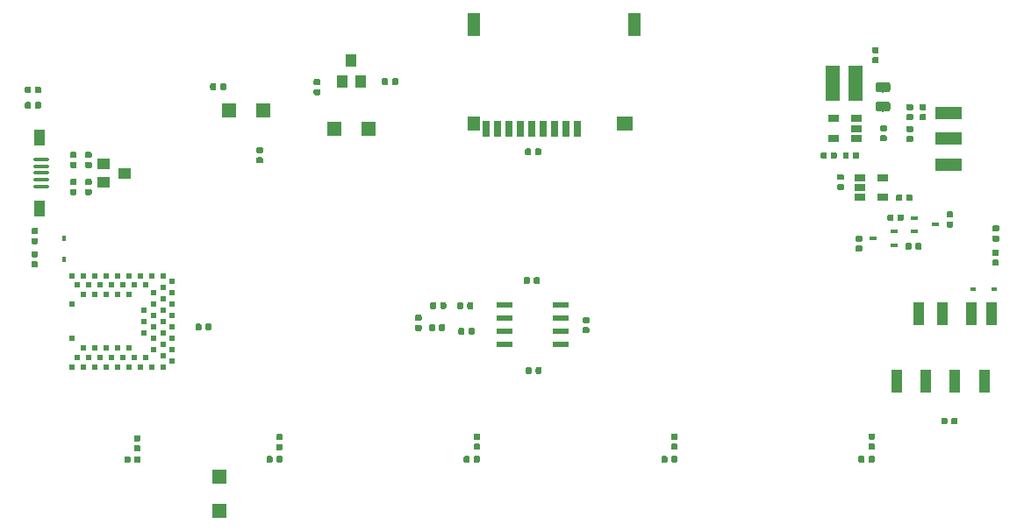
<source format=gbp>
G04 #@! TF.GenerationSoftware,KiCad,Pcbnew,(5.1.0)-1*
G04 #@! TF.CreationDate,2019-06-03T00:00:13-06:00*
G04 #@! TF.ProjectId,laser-theremin,6c617365-722d-4746-9865-72656d696e2e,rev?*
G04 #@! TF.SameCoordinates,Original*
G04 #@! TF.FileFunction,Paste,Bot*
G04 #@! TF.FilePolarity,Positive*
%FSLAX46Y46*%
G04 Gerber Fmt 4.6, Leading zero omitted, Abs format (unit mm)*
G04 Created by KiCad (PCBNEW (5.1.0)-1) date 2019-06-03 00:00:13*
%MOMM*%
%LPD*%
G04 APERTURE LIST*
%ADD10R,1.397000X1.397000*%
%ADD11C,0.100000*%
%ADD12C,0.590000*%
%ADD13R,1.200000X2.200000*%
%ADD14R,1.600000X1.400000*%
%ADD15R,1.200000X1.400000*%
%ADD16R,0.700000X1.600000*%
%ADD17R,2.500000X1.250000*%
%ADD18R,1.060000X0.650000*%
%ADD19C,0.975000*%
%ADD20R,1.143000X1.016000*%
%ADD21R,1.000000X1.597660*%
%ADD22O,1.500000X0.400000*%
%ADD23R,1.350000X3.400000*%
%ADD24R,1.016000X1.143000*%
%ADD25R,0.700000X0.450000*%
%ADD26R,0.450000X0.600000*%
%ADD27R,0.600000X0.450000*%
%ADD28R,0.998220X2.247900*%
%ADD29R,1.550000X0.600000*%
%ADD30R,0.500000X0.500000*%
G04 APERTURE END LIST*
D10*
X124011000Y-76840000D03*
X120709000Y-76840000D03*
D11*
G36*
X118876958Y-97430710D02*
G01*
X118891276Y-97432834D01*
X118905317Y-97436351D01*
X118918946Y-97441228D01*
X118932031Y-97447417D01*
X118944447Y-97454858D01*
X118956073Y-97463481D01*
X118966798Y-97473202D01*
X118976519Y-97483927D01*
X118985142Y-97495553D01*
X118992583Y-97507969D01*
X118998772Y-97521054D01*
X119003649Y-97534683D01*
X119007166Y-97548724D01*
X119009290Y-97563042D01*
X119010000Y-97577500D01*
X119010000Y-97922500D01*
X119009290Y-97936958D01*
X119007166Y-97951276D01*
X119003649Y-97965317D01*
X118998772Y-97978946D01*
X118992583Y-97992031D01*
X118985142Y-98004447D01*
X118976519Y-98016073D01*
X118966798Y-98026798D01*
X118956073Y-98036519D01*
X118944447Y-98045142D01*
X118932031Y-98052583D01*
X118918946Y-98058772D01*
X118905317Y-98063649D01*
X118891276Y-98067166D01*
X118876958Y-98069290D01*
X118862500Y-98070000D01*
X118567500Y-98070000D01*
X118553042Y-98069290D01*
X118538724Y-98067166D01*
X118524683Y-98063649D01*
X118511054Y-98058772D01*
X118497969Y-98052583D01*
X118485553Y-98045142D01*
X118473927Y-98036519D01*
X118463202Y-98026798D01*
X118453481Y-98016073D01*
X118444858Y-98004447D01*
X118437417Y-97992031D01*
X118431228Y-97978946D01*
X118426351Y-97965317D01*
X118422834Y-97951276D01*
X118420710Y-97936958D01*
X118420000Y-97922500D01*
X118420000Y-97577500D01*
X118420710Y-97563042D01*
X118422834Y-97548724D01*
X118426351Y-97534683D01*
X118431228Y-97521054D01*
X118437417Y-97507969D01*
X118444858Y-97495553D01*
X118453481Y-97483927D01*
X118463202Y-97473202D01*
X118473927Y-97463481D01*
X118485553Y-97454858D01*
X118497969Y-97447417D01*
X118511054Y-97441228D01*
X118524683Y-97436351D01*
X118538724Y-97432834D01*
X118553042Y-97430710D01*
X118567500Y-97430000D01*
X118862500Y-97430000D01*
X118876958Y-97430710D01*
X118876958Y-97430710D01*
G37*
D12*
X118715000Y-97750000D03*
D11*
G36*
X117906958Y-97430710D02*
G01*
X117921276Y-97432834D01*
X117935317Y-97436351D01*
X117948946Y-97441228D01*
X117962031Y-97447417D01*
X117974447Y-97454858D01*
X117986073Y-97463481D01*
X117996798Y-97473202D01*
X118006519Y-97483927D01*
X118015142Y-97495553D01*
X118022583Y-97507969D01*
X118028772Y-97521054D01*
X118033649Y-97534683D01*
X118037166Y-97548724D01*
X118039290Y-97563042D01*
X118040000Y-97577500D01*
X118040000Y-97922500D01*
X118039290Y-97936958D01*
X118037166Y-97951276D01*
X118033649Y-97965317D01*
X118028772Y-97978946D01*
X118022583Y-97992031D01*
X118015142Y-98004447D01*
X118006519Y-98016073D01*
X117996798Y-98026798D01*
X117986073Y-98036519D01*
X117974447Y-98045142D01*
X117962031Y-98052583D01*
X117948946Y-98058772D01*
X117935317Y-98063649D01*
X117921276Y-98067166D01*
X117906958Y-98069290D01*
X117892500Y-98070000D01*
X117597500Y-98070000D01*
X117583042Y-98069290D01*
X117568724Y-98067166D01*
X117554683Y-98063649D01*
X117541054Y-98058772D01*
X117527969Y-98052583D01*
X117515553Y-98045142D01*
X117503927Y-98036519D01*
X117493202Y-98026798D01*
X117483481Y-98016073D01*
X117474858Y-98004447D01*
X117467417Y-97992031D01*
X117461228Y-97978946D01*
X117456351Y-97965317D01*
X117452834Y-97951276D01*
X117450710Y-97936958D01*
X117450000Y-97922500D01*
X117450000Y-97577500D01*
X117450710Y-97563042D01*
X117452834Y-97548724D01*
X117456351Y-97534683D01*
X117461228Y-97521054D01*
X117467417Y-97507969D01*
X117474858Y-97495553D01*
X117483481Y-97483927D01*
X117493202Y-97473202D01*
X117503927Y-97463481D01*
X117515553Y-97454858D01*
X117527969Y-97447417D01*
X117541054Y-97441228D01*
X117554683Y-97436351D01*
X117568724Y-97432834D01*
X117583042Y-97430710D01*
X117597500Y-97430000D01*
X117892500Y-97430000D01*
X117906958Y-97430710D01*
X117906958Y-97430710D01*
G37*
D12*
X117745000Y-97750000D03*
D13*
X144330000Y-68490000D03*
X159830000Y-68490000D03*
D14*
X158930000Y-78090000D03*
D15*
X144330000Y-78090000D03*
D16*
X152080000Y-78590000D03*
X153180000Y-78590000D03*
X154280000Y-78590000D03*
X150980000Y-78590000D03*
X149880000Y-78590000D03*
X148780000Y-78590000D03*
X147680000Y-78590000D03*
X146580000Y-78590000D03*
X145480000Y-78590000D03*
D17*
X190110000Y-77070000D03*
X190110000Y-79570000D03*
X190110000Y-82070000D03*
D18*
X179010000Y-77620000D03*
X179010000Y-79520000D03*
X181210000Y-79520000D03*
X181210000Y-78570000D03*
X181210000Y-77620000D03*
D11*
G36*
X149726958Y-80500710D02*
G01*
X149741276Y-80502834D01*
X149755317Y-80506351D01*
X149768946Y-80511228D01*
X149782031Y-80517417D01*
X149794447Y-80524858D01*
X149806073Y-80533481D01*
X149816798Y-80543202D01*
X149826519Y-80553927D01*
X149835142Y-80565553D01*
X149842583Y-80577969D01*
X149848772Y-80591054D01*
X149853649Y-80604683D01*
X149857166Y-80618724D01*
X149859290Y-80633042D01*
X149860000Y-80647500D01*
X149860000Y-80992500D01*
X149859290Y-81006958D01*
X149857166Y-81021276D01*
X149853649Y-81035317D01*
X149848772Y-81048946D01*
X149842583Y-81062031D01*
X149835142Y-81074447D01*
X149826519Y-81086073D01*
X149816798Y-81096798D01*
X149806073Y-81106519D01*
X149794447Y-81115142D01*
X149782031Y-81122583D01*
X149768946Y-81128772D01*
X149755317Y-81133649D01*
X149741276Y-81137166D01*
X149726958Y-81139290D01*
X149712500Y-81140000D01*
X149417500Y-81140000D01*
X149403042Y-81139290D01*
X149388724Y-81137166D01*
X149374683Y-81133649D01*
X149361054Y-81128772D01*
X149347969Y-81122583D01*
X149335553Y-81115142D01*
X149323927Y-81106519D01*
X149313202Y-81096798D01*
X149303481Y-81086073D01*
X149294858Y-81074447D01*
X149287417Y-81062031D01*
X149281228Y-81048946D01*
X149276351Y-81035317D01*
X149272834Y-81021276D01*
X149270710Y-81006958D01*
X149270000Y-80992500D01*
X149270000Y-80647500D01*
X149270710Y-80633042D01*
X149272834Y-80618724D01*
X149276351Y-80604683D01*
X149281228Y-80591054D01*
X149287417Y-80577969D01*
X149294858Y-80565553D01*
X149303481Y-80553927D01*
X149313202Y-80543202D01*
X149323927Y-80533481D01*
X149335553Y-80524858D01*
X149347969Y-80517417D01*
X149361054Y-80511228D01*
X149374683Y-80506351D01*
X149388724Y-80502834D01*
X149403042Y-80500710D01*
X149417500Y-80500000D01*
X149712500Y-80500000D01*
X149726958Y-80500710D01*
X149726958Y-80500710D01*
G37*
D12*
X149565000Y-80820000D03*
D11*
G36*
X150696958Y-80500710D02*
G01*
X150711276Y-80502834D01*
X150725317Y-80506351D01*
X150738946Y-80511228D01*
X150752031Y-80517417D01*
X150764447Y-80524858D01*
X150776073Y-80533481D01*
X150786798Y-80543202D01*
X150796519Y-80553927D01*
X150805142Y-80565553D01*
X150812583Y-80577969D01*
X150818772Y-80591054D01*
X150823649Y-80604683D01*
X150827166Y-80618724D01*
X150829290Y-80633042D01*
X150830000Y-80647500D01*
X150830000Y-80992500D01*
X150829290Y-81006958D01*
X150827166Y-81021276D01*
X150823649Y-81035317D01*
X150818772Y-81048946D01*
X150812583Y-81062031D01*
X150805142Y-81074447D01*
X150796519Y-81086073D01*
X150786798Y-81096798D01*
X150776073Y-81106519D01*
X150764447Y-81115142D01*
X150752031Y-81122583D01*
X150738946Y-81128772D01*
X150725317Y-81133649D01*
X150711276Y-81137166D01*
X150696958Y-81139290D01*
X150682500Y-81140000D01*
X150387500Y-81140000D01*
X150373042Y-81139290D01*
X150358724Y-81137166D01*
X150344683Y-81133649D01*
X150331054Y-81128772D01*
X150317969Y-81122583D01*
X150305553Y-81115142D01*
X150293927Y-81106519D01*
X150283202Y-81096798D01*
X150273481Y-81086073D01*
X150264858Y-81074447D01*
X150257417Y-81062031D01*
X150251228Y-81048946D01*
X150246351Y-81035317D01*
X150242834Y-81021276D01*
X150240710Y-81006958D01*
X150240000Y-80992500D01*
X150240000Y-80647500D01*
X150240710Y-80633042D01*
X150242834Y-80618724D01*
X150246351Y-80604683D01*
X150251228Y-80591054D01*
X150257417Y-80577969D01*
X150264858Y-80565553D01*
X150273481Y-80553927D01*
X150283202Y-80543202D01*
X150293927Y-80533481D01*
X150305553Y-80524858D01*
X150317969Y-80517417D01*
X150331054Y-80511228D01*
X150344683Y-80506351D01*
X150358724Y-80502834D01*
X150373042Y-80500710D01*
X150387500Y-80500000D01*
X150682500Y-80500000D01*
X150696958Y-80500710D01*
X150696958Y-80500710D01*
G37*
D12*
X150535000Y-80820000D03*
D11*
G36*
X129376958Y-74760710D02*
G01*
X129391276Y-74762834D01*
X129405317Y-74766351D01*
X129418946Y-74771228D01*
X129432031Y-74777417D01*
X129444447Y-74784858D01*
X129456073Y-74793481D01*
X129466798Y-74803202D01*
X129476519Y-74813927D01*
X129485142Y-74825553D01*
X129492583Y-74837969D01*
X129498772Y-74851054D01*
X129503649Y-74864683D01*
X129507166Y-74878724D01*
X129509290Y-74893042D01*
X129510000Y-74907500D01*
X129510000Y-75202500D01*
X129509290Y-75216958D01*
X129507166Y-75231276D01*
X129503649Y-75245317D01*
X129498772Y-75258946D01*
X129492583Y-75272031D01*
X129485142Y-75284447D01*
X129476519Y-75296073D01*
X129466798Y-75306798D01*
X129456073Y-75316519D01*
X129444447Y-75325142D01*
X129432031Y-75332583D01*
X129418946Y-75338772D01*
X129405317Y-75343649D01*
X129391276Y-75347166D01*
X129376958Y-75349290D01*
X129362500Y-75350000D01*
X129017500Y-75350000D01*
X129003042Y-75349290D01*
X128988724Y-75347166D01*
X128974683Y-75343649D01*
X128961054Y-75338772D01*
X128947969Y-75332583D01*
X128935553Y-75325142D01*
X128923927Y-75316519D01*
X128913202Y-75306798D01*
X128903481Y-75296073D01*
X128894858Y-75284447D01*
X128887417Y-75272031D01*
X128881228Y-75258946D01*
X128876351Y-75245317D01*
X128872834Y-75231276D01*
X128870710Y-75216958D01*
X128870000Y-75202500D01*
X128870000Y-74907500D01*
X128870710Y-74893042D01*
X128872834Y-74878724D01*
X128876351Y-74864683D01*
X128881228Y-74851054D01*
X128887417Y-74837969D01*
X128894858Y-74825553D01*
X128903481Y-74813927D01*
X128913202Y-74803202D01*
X128923927Y-74793481D01*
X128935553Y-74784858D01*
X128947969Y-74777417D01*
X128961054Y-74771228D01*
X128974683Y-74766351D01*
X128988724Y-74762834D01*
X129003042Y-74760710D01*
X129017500Y-74760000D01*
X129362500Y-74760000D01*
X129376958Y-74760710D01*
X129376958Y-74760710D01*
G37*
D12*
X129190000Y-75055000D03*
D11*
G36*
X129376958Y-73790710D02*
G01*
X129391276Y-73792834D01*
X129405317Y-73796351D01*
X129418946Y-73801228D01*
X129432031Y-73807417D01*
X129444447Y-73814858D01*
X129456073Y-73823481D01*
X129466798Y-73833202D01*
X129476519Y-73843927D01*
X129485142Y-73855553D01*
X129492583Y-73867969D01*
X129498772Y-73881054D01*
X129503649Y-73894683D01*
X129507166Y-73908724D01*
X129509290Y-73923042D01*
X129510000Y-73937500D01*
X129510000Y-74232500D01*
X129509290Y-74246958D01*
X129507166Y-74261276D01*
X129503649Y-74275317D01*
X129498772Y-74288946D01*
X129492583Y-74302031D01*
X129485142Y-74314447D01*
X129476519Y-74326073D01*
X129466798Y-74336798D01*
X129456073Y-74346519D01*
X129444447Y-74355142D01*
X129432031Y-74362583D01*
X129418946Y-74368772D01*
X129405317Y-74373649D01*
X129391276Y-74377166D01*
X129376958Y-74379290D01*
X129362500Y-74380000D01*
X129017500Y-74380000D01*
X129003042Y-74379290D01*
X128988724Y-74377166D01*
X128974683Y-74373649D01*
X128961054Y-74368772D01*
X128947969Y-74362583D01*
X128935553Y-74355142D01*
X128923927Y-74346519D01*
X128913202Y-74336798D01*
X128903481Y-74326073D01*
X128894858Y-74314447D01*
X128887417Y-74302031D01*
X128881228Y-74288946D01*
X128876351Y-74275317D01*
X128872834Y-74261276D01*
X128870710Y-74246958D01*
X128870000Y-74232500D01*
X128870000Y-73937500D01*
X128870710Y-73923042D01*
X128872834Y-73908724D01*
X128876351Y-73894683D01*
X128881228Y-73881054D01*
X128887417Y-73867969D01*
X128894858Y-73855553D01*
X128903481Y-73843927D01*
X128913202Y-73833202D01*
X128923927Y-73823481D01*
X128935553Y-73814858D01*
X128947969Y-73807417D01*
X128961054Y-73801228D01*
X128974683Y-73796351D01*
X128988724Y-73792834D01*
X129003042Y-73790710D01*
X129017500Y-73790000D01*
X129362500Y-73790000D01*
X129376958Y-73790710D01*
X129376958Y-73790710D01*
G37*
D12*
X129190000Y-74085000D03*
D11*
G36*
X184036958Y-79230710D02*
G01*
X184051276Y-79232834D01*
X184065317Y-79236351D01*
X184078946Y-79241228D01*
X184092031Y-79247417D01*
X184104447Y-79254858D01*
X184116073Y-79263481D01*
X184126798Y-79273202D01*
X184136519Y-79283927D01*
X184145142Y-79295553D01*
X184152583Y-79307969D01*
X184158772Y-79321054D01*
X184163649Y-79334683D01*
X184167166Y-79348724D01*
X184169290Y-79363042D01*
X184170000Y-79377500D01*
X184170000Y-79672500D01*
X184169290Y-79686958D01*
X184167166Y-79701276D01*
X184163649Y-79715317D01*
X184158772Y-79728946D01*
X184152583Y-79742031D01*
X184145142Y-79754447D01*
X184136519Y-79766073D01*
X184126798Y-79776798D01*
X184116073Y-79786519D01*
X184104447Y-79795142D01*
X184092031Y-79802583D01*
X184078946Y-79808772D01*
X184065317Y-79813649D01*
X184051276Y-79817166D01*
X184036958Y-79819290D01*
X184022500Y-79820000D01*
X183677500Y-79820000D01*
X183663042Y-79819290D01*
X183648724Y-79817166D01*
X183634683Y-79813649D01*
X183621054Y-79808772D01*
X183607969Y-79802583D01*
X183595553Y-79795142D01*
X183583927Y-79786519D01*
X183573202Y-79776798D01*
X183563481Y-79766073D01*
X183554858Y-79754447D01*
X183547417Y-79742031D01*
X183541228Y-79728946D01*
X183536351Y-79715317D01*
X183532834Y-79701276D01*
X183530710Y-79686958D01*
X183530000Y-79672500D01*
X183530000Y-79377500D01*
X183530710Y-79363042D01*
X183532834Y-79348724D01*
X183536351Y-79334683D01*
X183541228Y-79321054D01*
X183547417Y-79307969D01*
X183554858Y-79295553D01*
X183563481Y-79283927D01*
X183573202Y-79273202D01*
X183583927Y-79263481D01*
X183595553Y-79254858D01*
X183607969Y-79247417D01*
X183621054Y-79241228D01*
X183634683Y-79236351D01*
X183648724Y-79232834D01*
X183663042Y-79230710D01*
X183677500Y-79230000D01*
X184022500Y-79230000D01*
X184036958Y-79230710D01*
X184036958Y-79230710D01*
G37*
D12*
X183850000Y-79525000D03*
D11*
G36*
X184036958Y-78260710D02*
G01*
X184051276Y-78262834D01*
X184065317Y-78266351D01*
X184078946Y-78271228D01*
X184092031Y-78277417D01*
X184104447Y-78284858D01*
X184116073Y-78293481D01*
X184126798Y-78303202D01*
X184136519Y-78313927D01*
X184145142Y-78325553D01*
X184152583Y-78337969D01*
X184158772Y-78351054D01*
X184163649Y-78364683D01*
X184167166Y-78378724D01*
X184169290Y-78393042D01*
X184170000Y-78407500D01*
X184170000Y-78702500D01*
X184169290Y-78716958D01*
X184167166Y-78731276D01*
X184163649Y-78745317D01*
X184158772Y-78758946D01*
X184152583Y-78772031D01*
X184145142Y-78784447D01*
X184136519Y-78796073D01*
X184126798Y-78806798D01*
X184116073Y-78816519D01*
X184104447Y-78825142D01*
X184092031Y-78832583D01*
X184078946Y-78838772D01*
X184065317Y-78843649D01*
X184051276Y-78847166D01*
X184036958Y-78849290D01*
X184022500Y-78850000D01*
X183677500Y-78850000D01*
X183663042Y-78849290D01*
X183648724Y-78847166D01*
X183634683Y-78843649D01*
X183621054Y-78838772D01*
X183607969Y-78832583D01*
X183595553Y-78825142D01*
X183583927Y-78816519D01*
X183573202Y-78806798D01*
X183563481Y-78796073D01*
X183554858Y-78784447D01*
X183547417Y-78772031D01*
X183541228Y-78758946D01*
X183536351Y-78745317D01*
X183532834Y-78731276D01*
X183530710Y-78716958D01*
X183530000Y-78702500D01*
X183530000Y-78407500D01*
X183530710Y-78393042D01*
X183532834Y-78378724D01*
X183536351Y-78364683D01*
X183541228Y-78351054D01*
X183547417Y-78337969D01*
X183554858Y-78325553D01*
X183563481Y-78313927D01*
X183573202Y-78303202D01*
X183583927Y-78293481D01*
X183595553Y-78284858D01*
X183607969Y-78277417D01*
X183621054Y-78271228D01*
X183634683Y-78266351D01*
X183648724Y-78262834D01*
X183663042Y-78260710D01*
X183677500Y-78260000D01*
X184022500Y-78260000D01*
X184036958Y-78260710D01*
X184036958Y-78260710D01*
G37*
D12*
X183850000Y-78555000D03*
D11*
G36*
X184290142Y-74096174D02*
G01*
X184313803Y-74099684D01*
X184337007Y-74105496D01*
X184359529Y-74113554D01*
X184381153Y-74123782D01*
X184401670Y-74136079D01*
X184420883Y-74150329D01*
X184438607Y-74166393D01*
X184454671Y-74184117D01*
X184468921Y-74203330D01*
X184481218Y-74223847D01*
X184491446Y-74245471D01*
X184499504Y-74267993D01*
X184505316Y-74291197D01*
X184508826Y-74314858D01*
X184510000Y-74338750D01*
X184510000Y-74826250D01*
X184508826Y-74850142D01*
X184505316Y-74873803D01*
X184499504Y-74897007D01*
X184491446Y-74919529D01*
X184481218Y-74941153D01*
X184468921Y-74961670D01*
X184454671Y-74980883D01*
X184438607Y-74998607D01*
X184420883Y-75014671D01*
X184401670Y-75028921D01*
X184381153Y-75041218D01*
X184359529Y-75051446D01*
X184337007Y-75059504D01*
X184313803Y-75065316D01*
X184290142Y-75068826D01*
X184266250Y-75070000D01*
X183353750Y-75070000D01*
X183329858Y-75068826D01*
X183306197Y-75065316D01*
X183282993Y-75059504D01*
X183260471Y-75051446D01*
X183238847Y-75041218D01*
X183218330Y-75028921D01*
X183199117Y-75014671D01*
X183181393Y-74998607D01*
X183165329Y-74980883D01*
X183151079Y-74961670D01*
X183138782Y-74941153D01*
X183128554Y-74919529D01*
X183120496Y-74897007D01*
X183114684Y-74873803D01*
X183111174Y-74850142D01*
X183110000Y-74826250D01*
X183110000Y-74338750D01*
X183111174Y-74314858D01*
X183114684Y-74291197D01*
X183120496Y-74267993D01*
X183128554Y-74245471D01*
X183138782Y-74223847D01*
X183151079Y-74203330D01*
X183165329Y-74184117D01*
X183181393Y-74166393D01*
X183199117Y-74150329D01*
X183218330Y-74136079D01*
X183238847Y-74123782D01*
X183260471Y-74113554D01*
X183282993Y-74105496D01*
X183306197Y-74099684D01*
X183329858Y-74096174D01*
X183353750Y-74095000D01*
X184266250Y-74095000D01*
X184290142Y-74096174D01*
X184290142Y-74096174D01*
G37*
D19*
X183810000Y-74582500D03*
D11*
G36*
X184290142Y-75971174D02*
G01*
X184313803Y-75974684D01*
X184337007Y-75980496D01*
X184359529Y-75988554D01*
X184381153Y-75998782D01*
X184401670Y-76011079D01*
X184420883Y-76025329D01*
X184438607Y-76041393D01*
X184454671Y-76059117D01*
X184468921Y-76078330D01*
X184481218Y-76098847D01*
X184491446Y-76120471D01*
X184499504Y-76142993D01*
X184505316Y-76166197D01*
X184508826Y-76189858D01*
X184510000Y-76213750D01*
X184510000Y-76701250D01*
X184508826Y-76725142D01*
X184505316Y-76748803D01*
X184499504Y-76772007D01*
X184491446Y-76794529D01*
X184481218Y-76816153D01*
X184468921Y-76836670D01*
X184454671Y-76855883D01*
X184438607Y-76873607D01*
X184420883Y-76889671D01*
X184401670Y-76903921D01*
X184381153Y-76916218D01*
X184359529Y-76926446D01*
X184337007Y-76934504D01*
X184313803Y-76940316D01*
X184290142Y-76943826D01*
X184266250Y-76945000D01*
X183353750Y-76945000D01*
X183329858Y-76943826D01*
X183306197Y-76940316D01*
X183282993Y-76934504D01*
X183260471Y-76926446D01*
X183238847Y-76916218D01*
X183218330Y-76903921D01*
X183199117Y-76889671D01*
X183181393Y-76873607D01*
X183165329Y-76855883D01*
X183151079Y-76836670D01*
X183138782Y-76816153D01*
X183128554Y-76794529D01*
X183120496Y-76772007D01*
X183114684Y-76748803D01*
X183111174Y-76725142D01*
X183110000Y-76701250D01*
X183110000Y-76213750D01*
X183111174Y-76189858D01*
X183114684Y-76166197D01*
X183120496Y-76142993D01*
X183128554Y-76120471D01*
X183138782Y-76098847D01*
X183151079Y-76078330D01*
X183165329Y-76059117D01*
X183181393Y-76041393D01*
X183199117Y-76025329D01*
X183218330Y-76011079D01*
X183238847Y-75998782D01*
X183260471Y-75988554D01*
X183282993Y-75980496D01*
X183306197Y-75974684D01*
X183329858Y-75971174D01*
X183353750Y-75970000D01*
X184266250Y-75970000D01*
X184290142Y-75971174D01*
X184290142Y-75971174D01*
G37*
D19*
X183810000Y-76457500D03*
D11*
G36*
X105866958Y-84410710D02*
G01*
X105881276Y-84412834D01*
X105895317Y-84416351D01*
X105908946Y-84421228D01*
X105922031Y-84427417D01*
X105934447Y-84434858D01*
X105946073Y-84443481D01*
X105956798Y-84453202D01*
X105966519Y-84463927D01*
X105975142Y-84475553D01*
X105982583Y-84487969D01*
X105988772Y-84501054D01*
X105993649Y-84514683D01*
X105997166Y-84528724D01*
X105999290Y-84543042D01*
X106000000Y-84557500D01*
X106000000Y-84852500D01*
X105999290Y-84866958D01*
X105997166Y-84881276D01*
X105993649Y-84895317D01*
X105988772Y-84908946D01*
X105982583Y-84922031D01*
X105975142Y-84934447D01*
X105966519Y-84946073D01*
X105956798Y-84956798D01*
X105946073Y-84966519D01*
X105934447Y-84975142D01*
X105922031Y-84982583D01*
X105908946Y-84988772D01*
X105895317Y-84993649D01*
X105881276Y-84997166D01*
X105866958Y-84999290D01*
X105852500Y-85000000D01*
X105507500Y-85000000D01*
X105493042Y-84999290D01*
X105478724Y-84997166D01*
X105464683Y-84993649D01*
X105451054Y-84988772D01*
X105437969Y-84982583D01*
X105425553Y-84975142D01*
X105413927Y-84966519D01*
X105403202Y-84956798D01*
X105393481Y-84946073D01*
X105384858Y-84934447D01*
X105377417Y-84922031D01*
X105371228Y-84908946D01*
X105366351Y-84895317D01*
X105362834Y-84881276D01*
X105360710Y-84866958D01*
X105360000Y-84852500D01*
X105360000Y-84557500D01*
X105360710Y-84543042D01*
X105362834Y-84528724D01*
X105366351Y-84514683D01*
X105371228Y-84501054D01*
X105377417Y-84487969D01*
X105384858Y-84475553D01*
X105393481Y-84463927D01*
X105403202Y-84453202D01*
X105413927Y-84443481D01*
X105425553Y-84434858D01*
X105437969Y-84427417D01*
X105451054Y-84421228D01*
X105464683Y-84416351D01*
X105478724Y-84412834D01*
X105493042Y-84410710D01*
X105507500Y-84410000D01*
X105852500Y-84410000D01*
X105866958Y-84410710D01*
X105866958Y-84410710D01*
G37*
D12*
X105680000Y-84705000D03*
D11*
G36*
X105866958Y-83440710D02*
G01*
X105881276Y-83442834D01*
X105895317Y-83446351D01*
X105908946Y-83451228D01*
X105922031Y-83457417D01*
X105934447Y-83464858D01*
X105946073Y-83473481D01*
X105956798Y-83483202D01*
X105966519Y-83493927D01*
X105975142Y-83505553D01*
X105982583Y-83517969D01*
X105988772Y-83531054D01*
X105993649Y-83544683D01*
X105997166Y-83558724D01*
X105999290Y-83573042D01*
X106000000Y-83587500D01*
X106000000Y-83882500D01*
X105999290Y-83896958D01*
X105997166Y-83911276D01*
X105993649Y-83925317D01*
X105988772Y-83938946D01*
X105982583Y-83952031D01*
X105975142Y-83964447D01*
X105966519Y-83976073D01*
X105956798Y-83986798D01*
X105946073Y-83996519D01*
X105934447Y-84005142D01*
X105922031Y-84012583D01*
X105908946Y-84018772D01*
X105895317Y-84023649D01*
X105881276Y-84027166D01*
X105866958Y-84029290D01*
X105852500Y-84030000D01*
X105507500Y-84030000D01*
X105493042Y-84029290D01*
X105478724Y-84027166D01*
X105464683Y-84023649D01*
X105451054Y-84018772D01*
X105437969Y-84012583D01*
X105425553Y-84005142D01*
X105413927Y-83996519D01*
X105403202Y-83986798D01*
X105393481Y-83976073D01*
X105384858Y-83964447D01*
X105377417Y-83952031D01*
X105371228Y-83938946D01*
X105366351Y-83925317D01*
X105362834Y-83911276D01*
X105360710Y-83896958D01*
X105360000Y-83882500D01*
X105360000Y-83587500D01*
X105360710Y-83573042D01*
X105362834Y-83558724D01*
X105366351Y-83544683D01*
X105371228Y-83531054D01*
X105377417Y-83517969D01*
X105384858Y-83505553D01*
X105393481Y-83493927D01*
X105403202Y-83483202D01*
X105413927Y-83473481D01*
X105425553Y-83464858D01*
X105437969Y-83457417D01*
X105451054Y-83451228D01*
X105464683Y-83446351D01*
X105478724Y-83442834D01*
X105493042Y-83440710D01*
X105507500Y-83440000D01*
X105852500Y-83440000D01*
X105866958Y-83440710D01*
X105866958Y-83440710D01*
G37*
D12*
X105680000Y-83735000D03*
D11*
G36*
X105866958Y-80830710D02*
G01*
X105881276Y-80832834D01*
X105895317Y-80836351D01*
X105908946Y-80841228D01*
X105922031Y-80847417D01*
X105934447Y-80854858D01*
X105946073Y-80863481D01*
X105956798Y-80873202D01*
X105966519Y-80883927D01*
X105975142Y-80895553D01*
X105982583Y-80907969D01*
X105988772Y-80921054D01*
X105993649Y-80934683D01*
X105997166Y-80948724D01*
X105999290Y-80963042D01*
X106000000Y-80977500D01*
X106000000Y-81272500D01*
X105999290Y-81286958D01*
X105997166Y-81301276D01*
X105993649Y-81315317D01*
X105988772Y-81328946D01*
X105982583Y-81342031D01*
X105975142Y-81354447D01*
X105966519Y-81366073D01*
X105956798Y-81376798D01*
X105946073Y-81386519D01*
X105934447Y-81395142D01*
X105922031Y-81402583D01*
X105908946Y-81408772D01*
X105895317Y-81413649D01*
X105881276Y-81417166D01*
X105866958Y-81419290D01*
X105852500Y-81420000D01*
X105507500Y-81420000D01*
X105493042Y-81419290D01*
X105478724Y-81417166D01*
X105464683Y-81413649D01*
X105451054Y-81408772D01*
X105437969Y-81402583D01*
X105425553Y-81395142D01*
X105413927Y-81386519D01*
X105403202Y-81376798D01*
X105393481Y-81366073D01*
X105384858Y-81354447D01*
X105377417Y-81342031D01*
X105371228Y-81328946D01*
X105366351Y-81315317D01*
X105362834Y-81301276D01*
X105360710Y-81286958D01*
X105360000Y-81272500D01*
X105360000Y-80977500D01*
X105360710Y-80963042D01*
X105362834Y-80948724D01*
X105366351Y-80934683D01*
X105371228Y-80921054D01*
X105377417Y-80907969D01*
X105384858Y-80895553D01*
X105393481Y-80883927D01*
X105403202Y-80873202D01*
X105413927Y-80863481D01*
X105425553Y-80854858D01*
X105437969Y-80847417D01*
X105451054Y-80841228D01*
X105464683Y-80836351D01*
X105478724Y-80832834D01*
X105493042Y-80830710D01*
X105507500Y-80830000D01*
X105852500Y-80830000D01*
X105866958Y-80830710D01*
X105866958Y-80830710D01*
G37*
D12*
X105680000Y-81125000D03*
D11*
G36*
X105866958Y-81800710D02*
G01*
X105881276Y-81802834D01*
X105895317Y-81806351D01*
X105908946Y-81811228D01*
X105922031Y-81817417D01*
X105934447Y-81824858D01*
X105946073Y-81833481D01*
X105956798Y-81843202D01*
X105966519Y-81853927D01*
X105975142Y-81865553D01*
X105982583Y-81877969D01*
X105988772Y-81891054D01*
X105993649Y-81904683D01*
X105997166Y-81918724D01*
X105999290Y-81933042D01*
X106000000Y-81947500D01*
X106000000Y-82242500D01*
X105999290Y-82256958D01*
X105997166Y-82271276D01*
X105993649Y-82285317D01*
X105988772Y-82298946D01*
X105982583Y-82312031D01*
X105975142Y-82324447D01*
X105966519Y-82336073D01*
X105956798Y-82346798D01*
X105946073Y-82356519D01*
X105934447Y-82365142D01*
X105922031Y-82372583D01*
X105908946Y-82378772D01*
X105895317Y-82383649D01*
X105881276Y-82387166D01*
X105866958Y-82389290D01*
X105852500Y-82390000D01*
X105507500Y-82390000D01*
X105493042Y-82389290D01*
X105478724Y-82387166D01*
X105464683Y-82383649D01*
X105451054Y-82378772D01*
X105437969Y-82372583D01*
X105425553Y-82365142D01*
X105413927Y-82356519D01*
X105403202Y-82346798D01*
X105393481Y-82336073D01*
X105384858Y-82324447D01*
X105377417Y-82312031D01*
X105371228Y-82298946D01*
X105366351Y-82285317D01*
X105362834Y-82271276D01*
X105360710Y-82256958D01*
X105360000Y-82242500D01*
X105360000Y-81947500D01*
X105360710Y-81933042D01*
X105362834Y-81918724D01*
X105366351Y-81904683D01*
X105371228Y-81891054D01*
X105377417Y-81877969D01*
X105384858Y-81865553D01*
X105393481Y-81853927D01*
X105403202Y-81843202D01*
X105413927Y-81833481D01*
X105425553Y-81824858D01*
X105437969Y-81817417D01*
X105451054Y-81811228D01*
X105464683Y-81806351D01*
X105478724Y-81802834D01*
X105493042Y-81800710D01*
X105507500Y-81800000D01*
X105852500Y-81800000D01*
X105866958Y-81800710D01*
X105866958Y-81800710D01*
G37*
D12*
X105680000Y-82095000D03*
D10*
X130869000Y-78610000D03*
X134171000Y-78610000D03*
D20*
X108634000Y-83779000D03*
X108634000Y-82001000D03*
X110666000Y-82890000D03*
D21*
X102398280Y-79470000D03*
X102398280Y-86270000D03*
D22*
X102576080Y-81570000D03*
X102576080Y-82220000D03*
X102576080Y-82870000D03*
X102576080Y-83520000D03*
X102576080Y-84170000D03*
D23*
X178995000Y-74160000D03*
X181145000Y-74160000D03*
D24*
X132490000Y-72024000D03*
X131601000Y-74056000D03*
X133379000Y-74056000D03*
D11*
G36*
X135916958Y-73710710D02*
G01*
X135931276Y-73712834D01*
X135945317Y-73716351D01*
X135958946Y-73721228D01*
X135972031Y-73727417D01*
X135984447Y-73734858D01*
X135996073Y-73743481D01*
X136006798Y-73753202D01*
X136016519Y-73763927D01*
X136025142Y-73775553D01*
X136032583Y-73787969D01*
X136038772Y-73801054D01*
X136043649Y-73814683D01*
X136047166Y-73828724D01*
X136049290Y-73843042D01*
X136050000Y-73857500D01*
X136050000Y-74202500D01*
X136049290Y-74216958D01*
X136047166Y-74231276D01*
X136043649Y-74245317D01*
X136038772Y-74258946D01*
X136032583Y-74272031D01*
X136025142Y-74284447D01*
X136016519Y-74296073D01*
X136006798Y-74306798D01*
X135996073Y-74316519D01*
X135984447Y-74325142D01*
X135972031Y-74332583D01*
X135958946Y-74338772D01*
X135945317Y-74343649D01*
X135931276Y-74347166D01*
X135916958Y-74349290D01*
X135902500Y-74350000D01*
X135607500Y-74350000D01*
X135593042Y-74349290D01*
X135578724Y-74347166D01*
X135564683Y-74343649D01*
X135551054Y-74338772D01*
X135537969Y-74332583D01*
X135525553Y-74325142D01*
X135513927Y-74316519D01*
X135503202Y-74306798D01*
X135493481Y-74296073D01*
X135484858Y-74284447D01*
X135477417Y-74272031D01*
X135471228Y-74258946D01*
X135466351Y-74245317D01*
X135462834Y-74231276D01*
X135460710Y-74216958D01*
X135460000Y-74202500D01*
X135460000Y-73857500D01*
X135460710Y-73843042D01*
X135462834Y-73828724D01*
X135466351Y-73814683D01*
X135471228Y-73801054D01*
X135477417Y-73787969D01*
X135484858Y-73775553D01*
X135493481Y-73763927D01*
X135503202Y-73753202D01*
X135513927Y-73743481D01*
X135525553Y-73734858D01*
X135537969Y-73727417D01*
X135551054Y-73721228D01*
X135564683Y-73716351D01*
X135578724Y-73712834D01*
X135593042Y-73710710D01*
X135607500Y-73710000D01*
X135902500Y-73710000D01*
X135916958Y-73710710D01*
X135916958Y-73710710D01*
G37*
D12*
X135755000Y-74030000D03*
D11*
G36*
X136886958Y-73710710D02*
G01*
X136901276Y-73712834D01*
X136915317Y-73716351D01*
X136928946Y-73721228D01*
X136942031Y-73727417D01*
X136954447Y-73734858D01*
X136966073Y-73743481D01*
X136976798Y-73753202D01*
X136986519Y-73763927D01*
X136995142Y-73775553D01*
X137002583Y-73787969D01*
X137008772Y-73801054D01*
X137013649Y-73814683D01*
X137017166Y-73828724D01*
X137019290Y-73843042D01*
X137020000Y-73857500D01*
X137020000Y-74202500D01*
X137019290Y-74216958D01*
X137017166Y-74231276D01*
X137013649Y-74245317D01*
X137008772Y-74258946D01*
X137002583Y-74272031D01*
X136995142Y-74284447D01*
X136986519Y-74296073D01*
X136976798Y-74306798D01*
X136966073Y-74316519D01*
X136954447Y-74325142D01*
X136942031Y-74332583D01*
X136928946Y-74338772D01*
X136915317Y-74343649D01*
X136901276Y-74347166D01*
X136886958Y-74349290D01*
X136872500Y-74350000D01*
X136577500Y-74350000D01*
X136563042Y-74349290D01*
X136548724Y-74347166D01*
X136534683Y-74343649D01*
X136521054Y-74338772D01*
X136507969Y-74332583D01*
X136495553Y-74325142D01*
X136483927Y-74316519D01*
X136473202Y-74306798D01*
X136463481Y-74296073D01*
X136454858Y-74284447D01*
X136447417Y-74272031D01*
X136441228Y-74258946D01*
X136436351Y-74245317D01*
X136432834Y-74231276D01*
X136430710Y-74216958D01*
X136430000Y-74202500D01*
X136430000Y-73857500D01*
X136430710Y-73843042D01*
X136432834Y-73828724D01*
X136436351Y-73814683D01*
X136441228Y-73801054D01*
X136447417Y-73787969D01*
X136454858Y-73775553D01*
X136463481Y-73763927D01*
X136473202Y-73753202D01*
X136483927Y-73743481D01*
X136495553Y-73734858D01*
X136507969Y-73727417D01*
X136521054Y-73721228D01*
X136534683Y-73716351D01*
X136548724Y-73712834D01*
X136563042Y-73710710D01*
X136577500Y-73710000D01*
X136872500Y-73710000D01*
X136886958Y-73710710D01*
X136886958Y-73710710D01*
G37*
D12*
X136725000Y-74030000D03*
D11*
G36*
X107326958Y-84410710D02*
G01*
X107341276Y-84412834D01*
X107355317Y-84416351D01*
X107368946Y-84421228D01*
X107382031Y-84427417D01*
X107394447Y-84434858D01*
X107406073Y-84443481D01*
X107416798Y-84453202D01*
X107426519Y-84463927D01*
X107435142Y-84475553D01*
X107442583Y-84487969D01*
X107448772Y-84501054D01*
X107453649Y-84514683D01*
X107457166Y-84528724D01*
X107459290Y-84543042D01*
X107460000Y-84557500D01*
X107460000Y-84852500D01*
X107459290Y-84866958D01*
X107457166Y-84881276D01*
X107453649Y-84895317D01*
X107448772Y-84908946D01*
X107442583Y-84922031D01*
X107435142Y-84934447D01*
X107426519Y-84946073D01*
X107416798Y-84956798D01*
X107406073Y-84966519D01*
X107394447Y-84975142D01*
X107382031Y-84982583D01*
X107368946Y-84988772D01*
X107355317Y-84993649D01*
X107341276Y-84997166D01*
X107326958Y-84999290D01*
X107312500Y-85000000D01*
X106967500Y-85000000D01*
X106953042Y-84999290D01*
X106938724Y-84997166D01*
X106924683Y-84993649D01*
X106911054Y-84988772D01*
X106897969Y-84982583D01*
X106885553Y-84975142D01*
X106873927Y-84966519D01*
X106863202Y-84956798D01*
X106853481Y-84946073D01*
X106844858Y-84934447D01*
X106837417Y-84922031D01*
X106831228Y-84908946D01*
X106826351Y-84895317D01*
X106822834Y-84881276D01*
X106820710Y-84866958D01*
X106820000Y-84852500D01*
X106820000Y-84557500D01*
X106820710Y-84543042D01*
X106822834Y-84528724D01*
X106826351Y-84514683D01*
X106831228Y-84501054D01*
X106837417Y-84487969D01*
X106844858Y-84475553D01*
X106853481Y-84463927D01*
X106863202Y-84453202D01*
X106873927Y-84443481D01*
X106885553Y-84434858D01*
X106897969Y-84427417D01*
X106911054Y-84421228D01*
X106924683Y-84416351D01*
X106938724Y-84412834D01*
X106953042Y-84410710D01*
X106967500Y-84410000D01*
X107312500Y-84410000D01*
X107326958Y-84410710D01*
X107326958Y-84410710D01*
G37*
D12*
X107140000Y-84705000D03*
D11*
G36*
X107326958Y-83440710D02*
G01*
X107341276Y-83442834D01*
X107355317Y-83446351D01*
X107368946Y-83451228D01*
X107382031Y-83457417D01*
X107394447Y-83464858D01*
X107406073Y-83473481D01*
X107416798Y-83483202D01*
X107426519Y-83493927D01*
X107435142Y-83505553D01*
X107442583Y-83517969D01*
X107448772Y-83531054D01*
X107453649Y-83544683D01*
X107457166Y-83558724D01*
X107459290Y-83573042D01*
X107460000Y-83587500D01*
X107460000Y-83882500D01*
X107459290Y-83896958D01*
X107457166Y-83911276D01*
X107453649Y-83925317D01*
X107448772Y-83938946D01*
X107442583Y-83952031D01*
X107435142Y-83964447D01*
X107426519Y-83976073D01*
X107416798Y-83986798D01*
X107406073Y-83996519D01*
X107394447Y-84005142D01*
X107382031Y-84012583D01*
X107368946Y-84018772D01*
X107355317Y-84023649D01*
X107341276Y-84027166D01*
X107326958Y-84029290D01*
X107312500Y-84030000D01*
X106967500Y-84030000D01*
X106953042Y-84029290D01*
X106938724Y-84027166D01*
X106924683Y-84023649D01*
X106911054Y-84018772D01*
X106897969Y-84012583D01*
X106885553Y-84005142D01*
X106873927Y-83996519D01*
X106863202Y-83986798D01*
X106853481Y-83976073D01*
X106844858Y-83964447D01*
X106837417Y-83952031D01*
X106831228Y-83938946D01*
X106826351Y-83925317D01*
X106822834Y-83911276D01*
X106820710Y-83896958D01*
X106820000Y-83882500D01*
X106820000Y-83587500D01*
X106820710Y-83573042D01*
X106822834Y-83558724D01*
X106826351Y-83544683D01*
X106831228Y-83531054D01*
X106837417Y-83517969D01*
X106844858Y-83505553D01*
X106853481Y-83493927D01*
X106863202Y-83483202D01*
X106873927Y-83473481D01*
X106885553Y-83464858D01*
X106897969Y-83457417D01*
X106911054Y-83451228D01*
X106924683Y-83446351D01*
X106938724Y-83442834D01*
X106953042Y-83440710D01*
X106967500Y-83440000D01*
X107312500Y-83440000D01*
X107326958Y-83440710D01*
X107326958Y-83440710D01*
G37*
D12*
X107140000Y-83735000D03*
D11*
G36*
X107326958Y-80830710D02*
G01*
X107341276Y-80832834D01*
X107355317Y-80836351D01*
X107368946Y-80841228D01*
X107382031Y-80847417D01*
X107394447Y-80854858D01*
X107406073Y-80863481D01*
X107416798Y-80873202D01*
X107426519Y-80883927D01*
X107435142Y-80895553D01*
X107442583Y-80907969D01*
X107448772Y-80921054D01*
X107453649Y-80934683D01*
X107457166Y-80948724D01*
X107459290Y-80963042D01*
X107460000Y-80977500D01*
X107460000Y-81272500D01*
X107459290Y-81286958D01*
X107457166Y-81301276D01*
X107453649Y-81315317D01*
X107448772Y-81328946D01*
X107442583Y-81342031D01*
X107435142Y-81354447D01*
X107426519Y-81366073D01*
X107416798Y-81376798D01*
X107406073Y-81386519D01*
X107394447Y-81395142D01*
X107382031Y-81402583D01*
X107368946Y-81408772D01*
X107355317Y-81413649D01*
X107341276Y-81417166D01*
X107326958Y-81419290D01*
X107312500Y-81420000D01*
X106967500Y-81420000D01*
X106953042Y-81419290D01*
X106938724Y-81417166D01*
X106924683Y-81413649D01*
X106911054Y-81408772D01*
X106897969Y-81402583D01*
X106885553Y-81395142D01*
X106873927Y-81386519D01*
X106863202Y-81376798D01*
X106853481Y-81366073D01*
X106844858Y-81354447D01*
X106837417Y-81342031D01*
X106831228Y-81328946D01*
X106826351Y-81315317D01*
X106822834Y-81301276D01*
X106820710Y-81286958D01*
X106820000Y-81272500D01*
X106820000Y-80977500D01*
X106820710Y-80963042D01*
X106822834Y-80948724D01*
X106826351Y-80934683D01*
X106831228Y-80921054D01*
X106837417Y-80907969D01*
X106844858Y-80895553D01*
X106853481Y-80883927D01*
X106863202Y-80873202D01*
X106873927Y-80863481D01*
X106885553Y-80854858D01*
X106897969Y-80847417D01*
X106911054Y-80841228D01*
X106924683Y-80836351D01*
X106938724Y-80832834D01*
X106953042Y-80830710D01*
X106967500Y-80830000D01*
X107312500Y-80830000D01*
X107326958Y-80830710D01*
X107326958Y-80830710D01*
G37*
D12*
X107140000Y-81125000D03*
D11*
G36*
X107326958Y-81800710D02*
G01*
X107341276Y-81802834D01*
X107355317Y-81806351D01*
X107368946Y-81811228D01*
X107382031Y-81817417D01*
X107394447Y-81824858D01*
X107406073Y-81833481D01*
X107416798Y-81843202D01*
X107426519Y-81853927D01*
X107435142Y-81865553D01*
X107442583Y-81877969D01*
X107448772Y-81891054D01*
X107453649Y-81904683D01*
X107457166Y-81918724D01*
X107459290Y-81933042D01*
X107460000Y-81947500D01*
X107460000Y-82242500D01*
X107459290Y-82256958D01*
X107457166Y-82271276D01*
X107453649Y-82285317D01*
X107448772Y-82298946D01*
X107442583Y-82312031D01*
X107435142Y-82324447D01*
X107426519Y-82336073D01*
X107416798Y-82346798D01*
X107406073Y-82356519D01*
X107394447Y-82365142D01*
X107382031Y-82372583D01*
X107368946Y-82378772D01*
X107355317Y-82383649D01*
X107341276Y-82387166D01*
X107326958Y-82389290D01*
X107312500Y-82390000D01*
X106967500Y-82390000D01*
X106953042Y-82389290D01*
X106938724Y-82387166D01*
X106924683Y-82383649D01*
X106911054Y-82378772D01*
X106897969Y-82372583D01*
X106885553Y-82365142D01*
X106873927Y-82356519D01*
X106863202Y-82346798D01*
X106853481Y-82336073D01*
X106844858Y-82324447D01*
X106837417Y-82312031D01*
X106831228Y-82298946D01*
X106826351Y-82285317D01*
X106822834Y-82271276D01*
X106820710Y-82256958D01*
X106820000Y-82242500D01*
X106820000Y-81947500D01*
X106820710Y-81933042D01*
X106822834Y-81918724D01*
X106826351Y-81904683D01*
X106831228Y-81891054D01*
X106837417Y-81877969D01*
X106844858Y-81865553D01*
X106853481Y-81853927D01*
X106863202Y-81843202D01*
X106873927Y-81833481D01*
X106885553Y-81824858D01*
X106897969Y-81817417D01*
X106911054Y-81811228D01*
X106924683Y-81806351D01*
X106938724Y-81802834D01*
X106953042Y-81800710D01*
X106967500Y-81800000D01*
X107312500Y-81800000D01*
X107326958Y-81800710D01*
X107326958Y-81800710D01*
G37*
D12*
X107140000Y-82095000D03*
D11*
G36*
X179226958Y-80850710D02*
G01*
X179241276Y-80852834D01*
X179255317Y-80856351D01*
X179268946Y-80861228D01*
X179282031Y-80867417D01*
X179294447Y-80874858D01*
X179306073Y-80883481D01*
X179316798Y-80893202D01*
X179326519Y-80903927D01*
X179335142Y-80915553D01*
X179342583Y-80927969D01*
X179348772Y-80941054D01*
X179353649Y-80954683D01*
X179357166Y-80968724D01*
X179359290Y-80983042D01*
X179360000Y-80997500D01*
X179360000Y-81342500D01*
X179359290Y-81356958D01*
X179357166Y-81371276D01*
X179353649Y-81385317D01*
X179348772Y-81398946D01*
X179342583Y-81412031D01*
X179335142Y-81424447D01*
X179326519Y-81436073D01*
X179316798Y-81446798D01*
X179306073Y-81456519D01*
X179294447Y-81465142D01*
X179282031Y-81472583D01*
X179268946Y-81478772D01*
X179255317Y-81483649D01*
X179241276Y-81487166D01*
X179226958Y-81489290D01*
X179212500Y-81490000D01*
X178917500Y-81490000D01*
X178903042Y-81489290D01*
X178888724Y-81487166D01*
X178874683Y-81483649D01*
X178861054Y-81478772D01*
X178847969Y-81472583D01*
X178835553Y-81465142D01*
X178823927Y-81456519D01*
X178813202Y-81446798D01*
X178803481Y-81436073D01*
X178794858Y-81424447D01*
X178787417Y-81412031D01*
X178781228Y-81398946D01*
X178776351Y-81385317D01*
X178772834Y-81371276D01*
X178770710Y-81356958D01*
X178770000Y-81342500D01*
X178770000Y-80997500D01*
X178770710Y-80983042D01*
X178772834Y-80968724D01*
X178776351Y-80954683D01*
X178781228Y-80941054D01*
X178787417Y-80927969D01*
X178794858Y-80915553D01*
X178803481Y-80903927D01*
X178813202Y-80893202D01*
X178823927Y-80883481D01*
X178835553Y-80874858D01*
X178847969Y-80867417D01*
X178861054Y-80861228D01*
X178874683Y-80856351D01*
X178888724Y-80852834D01*
X178903042Y-80850710D01*
X178917500Y-80850000D01*
X179212500Y-80850000D01*
X179226958Y-80850710D01*
X179226958Y-80850710D01*
G37*
D12*
X179065000Y-81170000D03*
D11*
G36*
X178256958Y-80850710D02*
G01*
X178271276Y-80852834D01*
X178285317Y-80856351D01*
X178298946Y-80861228D01*
X178312031Y-80867417D01*
X178324447Y-80874858D01*
X178336073Y-80883481D01*
X178346798Y-80893202D01*
X178356519Y-80903927D01*
X178365142Y-80915553D01*
X178372583Y-80927969D01*
X178378772Y-80941054D01*
X178383649Y-80954683D01*
X178387166Y-80968724D01*
X178389290Y-80983042D01*
X178390000Y-80997500D01*
X178390000Y-81342500D01*
X178389290Y-81356958D01*
X178387166Y-81371276D01*
X178383649Y-81385317D01*
X178378772Y-81398946D01*
X178372583Y-81412031D01*
X178365142Y-81424447D01*
X178356519Y-81436073D01*
X178346798Y-81446798D01*
X178336073Y-81456519D01*
X178324447Y-81465142D01*
X178312031Y-81472583D01*
X178298946Y-81478772D01*
X178285317Y-81483649D01*
X178271276Y-81487166D01*
X178256958Y-81489290D01*
X178242500Y-81490000D01*
X177947500Y-81490000D01*
X177933042Y-81489290D01*
X177918724Y-81487166D01*
X177904683Y-81483649D01*
X177891054Y-81478772D01*
X177877969Y-81472583D01*
X177865553Y-81465142D01*
X177853927Y-81456519D01*
X177843202Y-81446798D01*
X177833481Y-81436073D01*
X177824858Y-81424447D01*
X177817417Y-81412031D01*
X177811228Y-81398946D01*
X177806351Y-81385317D01*
X177802834Y-81371276D01*
X177800710Y-81356958D01*
X177800000Y-81342500D01*
X177800000Y-80997500D01*
X177800710Y-80983042D01*
X177802834Y-80968724D01*
X177806351Y-80954683D01*
X177811228Y-80941054D01*
X177817417Y-80927969D01*
X177824858Y-80915553D01*
X177833481Y-80903927D01*
X177843202Y-80893202D01*
X177853927Y-80883481D01*
X177865553Y-80874858D01*
X177877969Y-80867417D01*
X177891054Y-80861228D01*
X177904683Y-80856351D01*
X177918724Y-80852834D01*
X177933042Y-80850710D01*
X177947500Y-80850000D01*
X178242500Y-80850000D01*
X178256958Y-80850710D01*
X178256958Y-80850710D01*
G37*
D12*
X178095000Y-81170000D03*
D11*
G36*
X180386958Y-80850710D02*
G01*
X180401276Y-80852834D01*
X180415317Y-80856351D01*
X180428946Y-80861228D01*
X180442031Y-80867417D01*
X180454447Y-80874858D01*
X180466073Y-80883481D01*
X180476798Y-80893202D01*
X180486519Y-80903927D01*
X180495142Y-80915553D01*
X180502583Y-80927969D01*
X180508772Y-80941054D01*
X180513649Y-80954683D01*
X180517166Y-80968724D01*
X180519290Y-80983042D01*
X180520000Y-80997500D01*
X180520000Y-81342500D01*
X180519290Y-81356958D01*
X180517166Y-81371276D01*
X180513649Y-81385317D01*
X180508772Y-81398946D01*
X180502583Y-81412031D01*
X180495142Y-81424447D01*
X180486519Y-81436073D01*
X180476798Y-81446798D01*
X180466073Y-81456519D01*
X180454447Y-81465142D01*
X180442031Y-81472583D01*
X180428946Y-81478772D01*
X180415317Y-81483649D01*
X180401276Y-81487166D01*
X180386958Y-81489290D01*
X180372500Y-81490000D01*
X180077500Y-81490000D01*
X180063042Y-81489290D01*
X180048724Y-81487166D01*
X180034683Y-81483649D01*
X180021054Y-81478772D01*
X180007969Y-81472583D01*
X179995553Y-81465142D01*
X179983927Y-81456519D01*
X179973202Y-81446798D01*
X179963481Y-81436073D01*
X179954858Y-81424447D01*
X179947417Y-81412031D01*
X179941228Y-81398946D01*
X179936351Y-81385317D01*
X179932834Y-81371276D01*
X179930710Y-81356958D01*
X179930000Y-81342500D01*
X179930000Y-80997500D01*
X179930710Y-80983042D01*
X179932834Y-80968724D01*
X179936351Y-80954683D01*
X179941228Y-80941054D01*
X179947417Y-80927969D01*
X179954858Y-80915553D01*
X179963481Y-80903927D01*
X179973202Y-80893202D01*
X179983927Y-80883481D01*
X179995553Y-80874858D01*
X180007969Y-80867417D01*
X180021054Y-80861228D01*
X180034683Y-80856351D01*
X180048724Y-80852834D01*
X180063042Y-80850710D01*
X180077500Y-80850000D01*
X180372500Y-80850000D01*
X180386958Y-80850710D01*
X180386958Y-80850710D01*
G37*
D12*
X180225000Y-81170000D03*
D11*
G36*
X181356958Y-80850710D02*
G01*
X181371276Y-80852834D01*
X181385317Y-80856351D01*
X181398946Y-80861228D01*
X181412031Y-80867417D01*
X181424447Y-80874858D01*
X181436073Y-80883481D01*
X181446798Y-80893202D01*
X181456519Y-80903927D01*
X181465142Y-80915553D01*
X181472583Y-80927969D01*
X181478772Y-80941054D01*
X181483649Y-80954683D01*
X181487166Y-80968724D01*
X181489290Y-80983042D01*
X181490000Y-80997500D01*
X181490000Y-81342500D01*
X181489290Y-81356958D01*
X181487166Y-81371276D01*
X181483649Y-81385317D01*
X181478772Y-81398946D01*
X181472583Y-81412031D01*
X181465142Y-81424447D01*
X181456519Y-81436073D01*
X181446798Y-81446798D01*
X181436073Y-81456519D01*
X181424447Y-81465142D01*
X181412031Y-81472583D01*
X181398946Y-81478772D01*
X181385317Y-81483649D01*
X181371276Y-81487166D01*
X181356958Y-81489290D01*
X181342500Y-81490000D01*
X181047500Y-81490000D01*
X181033042Y-81489290D01*
X181018724Y-81487166D01*
X181004683Y-81483649D01*
X180991054Y-81478772D01*
X180977969Y-81472583D01*
X180965553Y-81465142D01*
X180953927Y-81456519D01*
X180943202Y-81446798D01*
X180933481Y-81436073D01*
X180924858Y-81424447D01*
X180917417Y-81412031D01*
X180911228Y-81398946D01*
X180906351Y-81385317D01*
X180902834Y-81371276D01*
X180900710Y-81356958D01*
X180900000Y-81342500D01*
X180900000Y-80997500D01*
X180900710Y-80983042D01*
X180902834Y-80968724D01*
X180906351Y-80954683D01*
X180911228Y-80941054D01*
X180917417Y-80927969D01*
X180924858Y-80915553D01*
X180933481Y-80903927D01*
X180943202Y-80893202D01*
X180953927Y-80883481D01*
X180965553Y-80874858D01*
X180977969Y-80867417D01*
X180991054Y-80861228D01*
X181004683Y-80856351D01*
X181018724Y-80852834D01*
X181033042Y-80850710D01*
X181047500Y-80850000D01*
X181342500Y-80850000D01*
X181356958Y-80850710D01*
X181356958Y-80850710D01*
G37*
D12*
X181195000Y-81170000D03*
D11*
G36*
X179896958Y-82960710D02*
G01*
X179911276Y-82962834D01*
X179925317Y-82966351D01*
X179938946Y-82971228D01*
X179952031Y-82977417D01*
X179964447Y-82984858D01*
X179976073Y-82993481D01*
X179986798Y-83003202D01*
X179996519Y-83013927D01*
X180005142Y-83025553D01*
X180012583Y-83037969D01*
X180018772Y-83051054D01*
X180023649Y-83064683D01*
X180027166Y-83078724D01*
X180029290Y-83093042D01*
X180030000Y-83107500D01*
X180030000Y-83402500D01*
X180029290Y-83416958D01*
X180027166Y-83431276D01*
X180023649Y-83445317D01*
X180018772Y-83458946D01*
X180012583Y-83472031D01*
X180005142Y-83484447D01*
X179996519Y-83496073D01*
X179986798Y-83506798D01*
X179976073Y-83516519D01*
X179964447Y-83525142D01*
X179952031Y-83532583D01*
X179938946Y-83538772D01*
X179925317Y-83543649D01*
X179911276Y-83547166D01*
X179896958Y-83549290D01*
X179882500Y-83550000D01*
X179537500Y-83550000D01*
X179523042Y-83549290D01*
X179508724Y-83547166D01*
X179494683Y-83543649D01*
X179481054Y-83538772D01*
X179467969Y-83532583D01*
X179455553Y-83525142D01*
X179443927Y-83516519D01*
X179433202Y-83506798D01*
X179423481Y-83496073D01*
X179414858Y-83484447D01*
X179407417Y-83472031D01*
X179401228Y-83458946D01*
X179396351Y-83445317D01*
X179392834Y-83431276D01*
X179390710Y-83416958D01*
X179390000Y-83402500D01*
X179390000Y-83107500D01*
X179390710Y-83093042D01*
X179392834Y-83078724D01*
X179396351Y-83064683D01*
X179401228Y-83051054D01*
X179407417Y-83037969D01*
X179414858Y-83025553D01*
X179423481Y-83013927D01*
X179433202Y-83003202D01*
X179443927Y-82993481D01*
X179455553Y-82984858D01*
X179467969Y-82977417D01*
X179481054Y-82971228D01*
X179494683Y-82966351D01*
X179508724Y-82962834D01*
X179523042Y-82960710D01*
X179537500Y-82960000D01*
X179882500Y-82960000D01*
X179896958Y-82960710D01*
X179896958Y-82960710D01*
G37*
D12*
X179710000Y-83255000D03*
D11*
G36*
X179896958Y-83930710D02*
G01*
X179911276Y-83932834D01*
X179925317Y-83936351D01*
X179938946Y-83941228D01*
X179952031Y-83947417D01*
X179964447Y-83954858D01*
X179976073Y-83963481D01*
X179986798Y-83973202D01*
X179996519Y-83983927D01*
X180005142Y-83995553D01*
X180012583Y-84007969D01*
X180018772Y-84021054D01*
X180023649Y-84034683D01*
X180027166Y-84048724D01*
X180029290Y-84063042D01*
X180030000Y-84077500D01*
X180030000Y-84372500D01*
X180029290Y-84386958D01*
X180027166Y-84401276D01*
X180023649Y-84415317D01*
X180018772Y-84428946D01*
X180012583Y-84442031D01*
X180005142Y-84454447D01*
X179996519Y-84466073D01*
X179986798Y-84476798D01*
X179976073Y-84486519D01*
X179964447Y-84495142D01*
X179952031Y-84502583D01*
X179938946Y-84508772D01*
X179925317Y-84513649D01*
X179911276Y-84517166D01*
X179896958Y-84519290D01*
X179882500Y-84520000D01*
X179537500Y-84520000D01*
X179523042Y-84519290D01*
X179508724Y-84517166D01*
X179494683Y-84513649D01*
X179481054Y-84508772D01*
X179467969Y-84502583D01*
X179455553Y-84495142D01*
X179443927Y-84486519D01*
X179433202Y-84476798D01*
X179423481Y-84466073D01*
X179414858Y-84454447D01*
X179407417Y-84442031D01*
X179401228Y-84428946D01*
X179396351Y-84415317D01*
X179392834Y-84401276D01*
X179390710Y-84386958D01*
X179390000Y-84372500D01*
X179390000Y-84077500D01*
X179390710Y-84063042D01*
X179392834Y-84048724D01*
X179396351Y-84034683D01*
X179401228Y-84021054D01*
X179407417Y-84007969D01*
X179414858Y-83995553D01*
X179423481Y-83983927D01*
X179433202Y-83973202D01*
X179443927Y-83963481D01*
X179455553Y-83954858D01*
X179467969Y-83947417D01*
X179481054Y-83941228D01*
X179494683Y-83936351D01*
X179508724Y-83932834D01*
X179523042Y-83930710D01*
X179537500Y-83930000D01*
X179882500Y-83930000D01*
X179896958Y-83930710D01*
X179896958Y-83930710D01*
G37*
D12*
X179710000Y-84225000D03*
D11*
G36*
X186496958Y-84940710D02*
G01*
X186511276Y-84942834D01*
X186525317Y-84946351D01*
X186538946Y-84951228D01*
X186552031Y-84957417D01*
X186564447Y-84964858D01*
X186576073Y-84973481D01*
X186586798Y-84983202D01*
X186596519Y-84993927D01*
X186605142Y-85005553D01*
X186612583Y-85017969D01*
X186618772Y-85031054D01*
X186623649Y-85044683D01*
X186627166Y-85058724D01*
X186629290Y-85073042D01*
X186630000Y-85087500D01*
X186630000Y-85432500D01*
X186629290Y-85446958D01*
X186627166Y-85461276D01*
X186623649Y-85475317D01*
X186618772Y-85488946D01*
X186612583Y-85502031D01*
X186605142Y-85514447D01*
X186596519Y-85526073D01*
X186586798Y-85536798D01*
X186576073Y-85546519D01*
X186564447Y-85555142D01*
X186552031Y-85562583D01*
X186538946Y-85568772D01*
X186525317Y-85573649D01*
X186511276Y-85577166D01*
X186496958Y-85579290D01*
X186482500Y-85580000D01*
X186187500Y-85580000D01*
X186173042Y-85579290D01*
X186158724Y-85577166D01*
X186144683Y-85573649D01*
X186131054Y-85568772D01*
X186117969Y-85562583D01*
X186105553Y-85555142D01*
X186093927Y-85546519D01*
X186083202Y-85536798D01*
X186073481Y-85526073D01*
X186064858Y-85514447D01*
X186057417Y-85502031D01*
X186051228Y-85488946D01*
X186046351Y-85475317D01*
X186042834Y-85461276D01*
X186040710Y-85446958D01*
X186040000Y-85432500D01*
X186040000Y-85087500D01*
X186040710Y-85073042D01*
X186042834Y-85058724D01*
X186046351Y-85044683D01*
X186051228Y-85031054D01*
X186057417Y-85017969D01*
X186064858Y-85005553D01*
X186073481Y-84993927D01*
X186083202Y-84983202D01*
X186093927Y-84973481D01*
X186105553Y-84964858D01*
X186117969Y-84957417D01*
X186131054Y-84951228D01*
X186144683Y-84946351D01*
X186158724Y-84942834D01*
X186173042Y-84940710D01*
X186187500Y-84940000D01*
X186482500Y-84940000D01*
X186496958Y-84940710D01*
X186496958Y-84940710D01*
G37*
D12*
X186335000Y-85260000D03*
D11*
G36*
X185526958Y-84940710D02*
G01*
X185541276Y-84942834D01*
X185555317Y-84946351D01*
X185568946Y-84951228D01*
X185582031Y-84957417D01*
X185594447Y-84964858D01*
X185606073Y-84973481D01*
X185616798Y-84983202D01*
X185626519Y-84993927D01*
X185635142Y-85005553D01*
X185642583Y-85017969D01*
X185648772Y-85031054D01*
X185653649Y-85044683D01*
X185657166Y-85058724D01*
X185659290Y-85073042D01*
X185660000Y-85087500D01*
X185660000Y-85432500D01*
X185659290Y-85446958D01*
X185657166Y-85461276D01*
X185653649Y-85475317D01*
X185648772Y-85488946D01*
X185642583Y-85502031D01*
X185635142Y-85514447D01*
X185626519Y-85526073D01*
X185616798Y-85536798D01*
X185606073Y-85546519D01*
X185594447Y-85555142D01*
X185582031Y-85562583D01*
X185568946Y-85568772D01*
X185555317Y-85573649D01*
X185541276Y-85577166D01*
X185526958Y-85579290D01*
X185512500Y-85580000D01*
X185217500Y-85580000D01*
X185203042Y-85579290D01*
X185188724Y-85577166D01*
X185174683Y-85573649D01*
X185161054Y-85568772D01*
X185147969Y-85562583D01*
X185135553Y-85555142D01*
X185123927Y-85546519D01*
X185113202Y-85536798D01*
X185103481Y-85526073D01*
X185094858Y-85514447D01*
X185087417Y-85502031D01*
X185081228Y-85488946D01*
X185076351Y-85475317D01*
X185072834Y-85461276D01*
X185070710Y-85446958D01*
X185070000Y-85432500D01*
X185070000Y-85087500D01*
X185070710Y-85073042D01*
X185072834Y-85058724D01*
X185076351Y-85044683D01*
X185081228Y-85031054D01*
X185087417Y-85017969D01*
X185094858Y-85005553D01*
X185103481Y-84993927D01*
X185113202Y-84983202D01*
X185123927Y-84973481D01*
X185135553Y-84964858D01*
X185147969Y-84957417D01*
X185161054Y-84951228D01*
X185174683Y-84946351D01*
X185188724Y-84942834D01*
X185203042Y-84940710D01*
X185217500Y-84940000D01*
X185512500Y-84940000D01*
X185526958Y-84940710D01*
X185526958Y-84940710D01*
G37*
D12*
X185365000Y-85260000D03*
D11*
G36*
X102146958Y-89150710D02*
G01*
X102161276Y-89152834D01*
X102175317Y-89156351D01*
X102188946Y-89161228D01*
X102202031Y-89167417D01*
X102214447Y-89174858D01*
X102226073Y-89183481D01*
X102236798Y-89193202D01*
X102246519Y-89203927D01*
X102255142Y-89215553D01*
X102262583Y-89227969D01*
X102268772Y-89241054D01*
X102273649Y-89254683D01*
X102277166Y-89268724D01*
X102279290Y-89283042D01*
X102280000Y-89297500D01*
X102280000Y-89592500D01*
X102279290Y-89606958D01*
X102277166Y-89621276D01*
X102273649Y-89635317D01*
X102268772Y-89648946D01*
X102262583Y-89662031D01*
X102255142Y-89674447D01*
X102246519Y-89686073D01*
X102236798Y-89696798D01*
X102226073Y-89706519D01*
X102214447Y-89715142D01*
X102202031Y-89722583D01*
X102188946Y-89728772D01*
X102175317Y-89733649D01*
X102161276Y-89737166D01*
X102146958Y-89739290D01*
X102132500Y-89740000D01*
X101787500Y-89740000D01*
X101773042Y-89739290D01*
X101758724Y-89737166D01*
X101744683Y-89733649D01*
X101731054Y-89728772D01*
X101717969Y-89722583D01*
X101705553Y-89715142D01*
X101693927Y-89706519D01*
X101683202Y-89696798D01*
X101673481Y-89686073D01*
X101664858Y-89674447D01*
X101657417Y-89662031D01*
X101651228Y-89648946D01*
X101646351Y-89635317D01*
X101642834Y-89621276D01*
X101640710Y-89606958D01*
X101640000Y-89592500D01*
X101640000Y-89297500D01*
X101640710Y-89283042D01*
X101642834Y-89268724D01*
X101646351Y-89254683D01*
X101651228Y-89241054D01*
X101657417Y-89227969D01*
X101664858Y-89215553D01*
X101673481Y-89203927D01*
X101683202Y-89193202D01*
X101693927Y-89183481D01*
X101705553Y-89174858D01*
X101717969Y-89167417D01*
X101731054Y-89161228D01*
X101744683Y-89156351D01*
X101758724Y-89152834D01*
X101773042Y-89150710D01*
X101787500Y-89150000D01*
X102132500Y-89150000D01*
X102146958Y-89150710D01*
X102146958Y-89150710D01*
G37*
D12*
X101960000Y-89445000D03*
D11*
G36*
X102146958Y-88180710D02*
G01*
X102161276Y-88182834D01*
X102175317Y-88186351D01*
X102188946Y-88191228D01*
X102202031Y-88197417D01*
X102214447Y-88204858D01*
X102226073Y-88213481D01*
X102236798Y-88223202D01*
X102246519Y-88233927D01*
X102255142Y-88245553D01*
X102262583Y-88257969D01*
X102268772Y-88271054D01*
X102273649Y-88284683D01*
X102277166Y-88298724D01*
X102279290Y-88313042D01*
X102280000Y-88327500D01*
X102280000Y-88622500D01*
X102279290Y-88636958D01*
X102277166Y-88651276D01*
X102273649Y-88665317D01*
X102268772Y-88678946D01*
X102262583Y-88692031D01*
X102255142Y-88704447D01*
X102246519Y-88716073D01*
X102236798Y-88726798D01*
X102226073Y-88736519D01*
X102214447Y-88745142D01*
X102202031Y-88752583D01*
X102188946Y-88758772D01*
X102175317Y-88763649D01*
X102161276Y-88767166D01*
X102146958Y-88769290D01*
X102132500Y-88770000D01*
X101787500Y-88770000D01*
X101773042Y-88769290D01*
X101758724Y-88767166D01*
X101744683Y-88763649D01*
X101731054Y-88758772D01*
X101717969Y-88752583D01*
X101705553Y-88745142D01*
X101693927Y-88736519D01*
X101683202Y-88726798D01*
X101673481Y-88716073D01*
X101664858Y-88704447D01*
X101657417Y-88692031D01*
X101651228Y-88678946D01*
X101646351Y-88665317D01*
X101642834Y-88651276D01*
X101640710Y-88636958D01*
X101640000Y-88622500D01*
X101640000Y-88327500D01*
X101640710Y-88313042D01*
X101642834Y-88298724D01*
X101646351Y-88284683D01*
X101651228Y-88271054D01*
X101657417Y-88257969D01*
X101664858Y-88245553D01*
X101673481Y-88233927D01*
X101683202Y-88223202D01*
X101693927Y-88213481D01*
X101705553Y-88204858D01*
X101717969Y-88197417D01*
X101731054Y-88191228D01*
X101744683Y-88186351D01*
X101758724Y-88182834D01*
X101773042Y-88180710D01*
X101787500Y-88180000D01*
X102132500Y-88180000D01*
X102146958Y-88180710D01*
X102146958Y-88180710D01*
G37*
D12*
X101960000Y-88475000D03*
D11*
G36*
X187836958Y-76210710D02*
G01*
X187851276Y-76212834D01*
X187865317Y-76216351D01*
X187878946Y-76221228D01*
X187892031Y-76227417D01*
X187904447Y-76234858D01*
X187916073Y-76243481D01*
X187926798Y-76253202D01*
X187936519Y-76263927D01*
X187945142Y-76275553D01*
X187952583Y-76287969D01*
X187958772Y-76301054D01*
X187963649Y-76314683D01*
X187967166Y-76328724D01*
X187969290Y-76343042D01*
X187970000Y-76357500D01*
X187970000Y-76652500D01*
X187969290Y-76666958D01*
X187967166Y-76681276D01*
X187963649Y-76695317D01*
X187958772Y-76708946D01*
X187952583Y-76722031D01*
X187945142Y-76734447D01*
X187936519Y-76746073D01*
X187926798Y-76756798D01*
X187916073Y-76766519D01*
X187904447Y-76775142D01*
X187892031Y-76782583D01*
X187878946Y-76788772D01*
X187865317Y-76793649D01*
X187851276Y-76797166D01*
X187836958Y-76799290D01*
X187822500Y-76800000D01*
X187477500Y-76800000D01*
X187463042Y-76799290D01*
X187448724Y-76797166D01*
X187434683Y-76793649D01*
X187421054Y-76788772D01*
X187407969Y-76782583D01*
X187395553Y-76775142D01*
X187383927Y-76766519D01*
X187373202Y-76756798D01*
X187363481Y-76746073D01*
X187354858Y-76734447D01*
X187347417Y-76722031D01*
X187341228Y-76708946D01*
X187336351Y-76695317D01*
X187332834Y-76681276D01*
X187330710Y-76666958D01*
X187330000Y-76652500D01*
X187330000Y-76357500D01*
X187330710Y-76343042D01*
X187332834Y-76328724D01*
X187336351Y-76314683D01*
X187341228Y-76301054D01*
X187347417Y-76287969D01*
X187354858Y-76275553D01*
X187363481Y-76263927D01*
X187373202Y-76253202D01*
X187383927Y-76243481D01*
X187395553Y-76234858D01*
X187407969Y-76227417D01*
X187421054Y-76221228D01*
X187434683Y-76216351D01*
X187448724Y-76212834D01*
X187463042Y-76210710D01*
X187477500Y-76210000D01*
X187822500Y-76210000D01*
X187836958Y-76210710D01*
X187836958Y-76210710D01*
G37*
D12*
X187650000Y-76505000D03*
D11*
G36*
X187836958Y-77180710D02*
G01*
X187851276Y-77182834D01*
X187865317Y-77186351D01*
X187878946Y-77191228D01*
X187892031Y-77197417D01*
X187904447Y-77204858D01*
X187916073Y-77213481D01*
X187926798Y-77223202D01*
X187936519Y-77233927D01*
X187945142Y-77245553D01*
X187952583Y-77257969D01*
X187958772Y-77271054D01*
X187963649Y-77284683D01*
X187967166Y-77298724D01*
X187969290Y-77313042D01*
X187970000Y-77327500D01*
X187970000Y-77622500D01*
X187969290Y-77636958D01*
X187967166Y-77651276D01*
X187963649Y-77665317D01*
X187958772Y-77678946D01*
X187952583Y-77692031D01*
X187945142Y-77704447D01*
X187936519Y-77716073D01*
X187926798Y-77726798D01*
X187916073Y-77736519D01*
X187904447Y-77745142D01*
X187892031Y-77752583D01*
X187878946Y-77758772D01*
X187865317Y-77763649D01*
X187851276Y-77767166D01*
X187836958Y-77769290D01*
X187822500Y-77770000D01*
X187477500Y-77770000D01*
X187463042Y-77769290D01*
X187448724Y-77767166D01*
X187434683Y-77763649D01*
X187421054Y-77758772D01*
X187407969Y-77752583D01*
X187395553Y-77745142D01*
X187383927Y-77736519D01*
X187373202Y-77726798D01*
X187363481Y-77716073D01*
X187354858Y-77704447D01*
X187347417Y-77692031D01*
X187341228Y-77678946D01*
X187336351Y-77665317D01*
X187332834Y-77651276D01*
X187330710Y-77636958D01*
X187330000Y-77622500D01*
X187330000Y-77327500D01*
X187330710Y-77313042D01*
X187332834Y-77298724D01*
X187336351Y-77284683D01*
X187341228Y-77271054D01*
X187347417Y-77257969D01*
X187354858Y-77245553D01*
X187363481Y-77233927D01*
X187373202Y-77223202D01*
X187383927Y-77213481D01*
X187395553Y-77204858D01*
X187407969Y-77197417D01*
X187421054Y-77191228D01*
X187434683Y-77186351D01*
X187448724Y-77182834D01*
X187463042Y-77180710D01*
X187477500Y-77180000D01*
X187822500Y-77180000D01*
X187836958Y-77180710D01*
X187836958Y-77180710D01*
G37*
D12*
X187650000Y-77475000D03*
D11*
G36*
X194876958Y-87930710D02*
G01*
X194891276Y-87932834D01*
X194905317Y-87936351D01*
X194918946Y-87941228D01*
X194932031Y-87947417D01*
X194944447Y-87954858D01*
X194956073Y-87963481D01*
X194966798Y-87973202D01*
X194976519Y-87983927D01*
X194985142Y-87995553D01*
X194992583Y-88007969D01*
X194998772Y-88021054D01*
X195003649Y-88034683D01*
X195007166Y-88048724D01*
X195009290Y-88063042D01*
X195010000Y-88077500D01*
X195010000Y-88372500D01*
X195009290Y-88386958D01*
X195007166Y-88401276D01*
X195003649Y-88415317D01*
X194998772Y-88428946D01*
X194992583Y-88442031D01*
X194985142Y-88454447D01*
X194976519Y-88466073D01*
X194966798Y-88476798D01*
X194956073Y-88486519D01*
X194944447Y-88495142D01*
X194932031Y-88502583D01*
X194918946Y-88508772D01*
X194905317Y-88513649D01*
X194891276Y-88517166D01*
X194876958Y-88519290D01*
X194862500Y-88520000D01*
X194517500Y-88520000D01*
X194503042Y-88519290D01*
X194488724Y-88517166D01*
X194474683Y-88513649D01*
X194461054Y-88508772D01*
X194447969Y-88502583D01*
X194435553Y-88495142D01*
X194423927Y-88486519D01*
X194413202Y-88476798D01*
X194403481Y-88466073D01*
X194394858Y-88454447D01*
X194387417Y-88442031D01*
X194381228Y-88428946D01*
X194376351Y-88415317D01*
X194372834Y-88401276D01*
X194370710Y-88386958D01*
X194370000Y-88372500D01*
X194370000Y-88077500D01*
X194370710Y-88063042D01*
X194372834Y-88048724D01*
X194376351Y-88034683D01*
X194381228Y-88021054D01*
X194387417Y-88007969D01*
X194394858Y-87995553D01*
X194403481Y-87983927D01*
X194413202Y-87973202D01*
X194423927Y-87963481D01*
X194435553Y-87954858D01*
X194447969Y-87947417D01*
X194461054Y-87941228D01*
X194474683Y-87936351D01*
X194488724Y-87932834D01*
X194503042Y-87930710D01*
X194517500Y-87930000D01*
X194862500Y-87930000D01*
X194876958Y-87930710D01*
X194876958Y-87930710D01*
G37*
D12*
X194690000Y-88225000D03*
D11*
G36*
X194876958Y-88900710D02*
G01*
X194891276Y-88902834D01*
X194905317Y-88906351D01*
X194918946Y-88911228D01*
X194932031Y-88917417D01*
X194944447Y-88924858D01*
X194956073Y-88933481D01*
X194966798Y-88943202D01*
X194976519Y-88953927D01*
X194985142Y-88965553D01*
X194992583Y-88977969D01*
X194998772Y-88991054D01*
X195003649Y-89004683D01*
X195007166Y-89018724D01*
X195009290Y-89033042D01*
X195010000Y-89047500D01*
X195010000Y-89342500D01*
X195009290Y-89356958D01*
X195007166Y-89371276D01*
X195003649Y-89385317D01*
X194998772Y-89398946D01*
X194992583Y-89412031D01*
X194985142Y-89424447D01*
X194976519Y-89436073D01*
X194966798Y-89446798D01*
X194956073Y-89456519D01*
X194944447Y-89465142D01*
X194932031Y-89472583D01*
X194918946Y-89478772D01*
X194905317Y-89483649D01*
X194891276Y-89487166D01*
X194876958Y-89489290D01*
X194862500Y-89490000D01*
X194517500Y-89490000D01*
X194503042Y-89489290D01*
X194488724Y-89487166D01*
X194474683Y-89483649D01*
X194461054Y-89478772D01*
X194447969Y-89472583D01*
X194435553Y-89465142D01*
X194423927Y-89456519D01*
X194413202Y-89446798D01*
X194403481Y-89436073D01*
X194394858Y-89424447D01*
X194387417Y-89412031D01*
X194381228Y-89398946D01*
X194376351Y-89385317D01*
X194372834Y-89371276D01*
X194370710Y-89356958D01*
X194370000Y-89342500D01*
X194370000Y-89047500D01*
X194370710Y-89033042D01*
X194372834Y-89018724D01*
X194376351Y-89004683D01*
X194381228Y-88991054D01*
X194387417Y-88977969D01*
X194394858Y-88965553D01*
X194403481Y-88953927D01*
X194413202Y-88943202D01*
X194423927Y-88933481D01*
X194435553Y-88924858D01*
X194447969Y-88917417D01*
X194461054Y-88911228D01*
X194474683Y-88906351D01*
X194488724Y-88902834D01*
X194503042Y-88900710D01*
X194517500Y-88900000D01*
X194862500Y-88900000D01*
X194876958Y-88900710D01*
X194876958Y-88900710D01*
G37*
D12*
X194690000Y-89195000D03*
D25*
X188870000Y-87870000D03*
X186870000Y-87220000D03*
X186870000Y-88520000D03*
X184890000Y-88540000D03*
X184890000Y-89840000D03*
X182890000Y-89190000D03*
D11*
G36*
X181676958Y-89880710D02*
G01*
X181691276Y-89882834D01*
X181705317Y-89886351D01*
X181718946Y-89891228D01*
X181732031Y-89897417D01*
X181744447Y-89904858D01*
X181756073Y-89913481D01*
X181766798Y-89923202D01*
X181776519Y-89933927D01*
X181785142Y-89945553D01*
X181792583Y-89957969D01*
X181798772Y-89971054D01*
X181803649Y-89984683D01*
X181807166Y-89998724D01*
X181809290Y-90013042D01*
X181810000Y-90027500D01*
X181810000Y-90322500D01*
X181809290Y-90336958D01*
X181807166Y-90351276D01*
X181803649Y-90365317D01*
X181798772Y-90378946D01*
X181792583Y-90392031D01*
X181785142Y-90404447D01*
X181776519Y-90416073D01*
X181766798Y-90426798D01*
X181756073Y-90436519D01*
X181744447Y-90445142D01*
X181732031Y-90452583D01*
X181718946Y-90458772D01*
X181705317Y-90463649D01*
X181691276Y-90467166D01*
X181676958Y-90469290D01*
X181662500Y-90470000D01*
X181317500Y-90470000D01*
X181303042Y-90469290D01*
X181288724Y-90467166D01*
X181274683Y-90463649D01*
X181261054Y-90458772D01*
X181247969Y-90452583D01*
X181235553Y-90445142D01*
X181223927Y-90436519D01*
X181213202Y-90426798D01*
X181203481Y-90416073D01*
X181194858Y-90404447D01*
X181187417Y-90392031D01*
X181181228Y-90378946D01*
X181176351Y-90365317D01*
X181172834Y-90351276D01*
X181170710Y-90336958D01*
X181170000Y-90322500D01*
X181170000Y-90027500D01*
X181170710Y-90013042D01*
X181172834Y-89998724D01*
X181176351Y-89984683D01*
X181181228Y-89971054D01*
X181187417Y-89957969D01*
X181194858Y-89945553D01*
X181203481Y-89933927D01*
X181213202Y-89923202D01*
X181223927Y-89913481D01*
X181235553Y-89904858D01*
X181247969Y-89897417D01*
X181261054Y-89891228D01*
X181274683Y-89886351D01*
X181288724Y-89882834D01*
X181303042Y-89880710D01*
X181317500Y-89880000D01*
X181662500Y-89880000D01*
X181676958Y-89880710D01*
X181676958Y-89880710D01*
G37*
D12*
X181490000Y-90175000D03*
D11*
G36*
X181676958Y-88910710D02*
G01*
X181691276Y-88912834D01*
X181705317Y-88916351D01*
X181718946Y-88921228D01*
X181732031Y-88927417D01*
X181744447Y-88934858D01*
X181756073Y-88943481D01*
X181766798Y-88953202D01*
X181776519Y-88963927D01*
X181785142Y-88975553D01*
X181792583Y-88987969D01*
X181798772Y-89001054D01*
X181803649Y-89014683D01*
X181807166Y-89028724D01*
X181809290Y-89043042D01*
X181810000Y-89057500D01*
X181810000Y-89352500D01*
X181809290Y-89366958D01*
X181807166Y-89381276D01*
X181803649Y-89395317D01*
X181798772Y-89408946D01*
X181792583Y-89422031D01*
X181785142Y-89434447D01*
X181776519Y-89446073D01*
X181766798Y-89456798D01*
X181756073Y-89466519D01*
X181744447Y-89475142D01*
X181732031Y-89482583D01*
X181718946Y-89488772D01*
X181705317Y-89493649D01*
X181691276Y-89497166D01*
X181676958Y-89499290D01*
X181662500Y-89500000D01*
X181317500Y-89500000D01*
X181303042Y-89499290D01*
X181288724Y-89497166D01*
X181274683Y-89493649D01*
X181261054Y-89488772D01*
X181247969Y-89482583D01*
X181235553Y-89475142D01*
X181223927Y-89466519D01*
X181213202Y-89456798D01*
X181203481Y-89446073D01*
X181194858Y-89434447D01*
X181187417Y-89422031D01*
X181181228Y-89408946D01*
X181176351Y-89395317D01*
X181172834Y-89381276D01*
X181170710Y-89366958D01*
X181170000Y-89352500D01*
X181170000Y-89057500D01*
X181170710Y-89043042D01*
X181172834Y-89028724D01*
X181176351Y-89014683D01*
X181181228Y-89001054D01*
X181187417Y-88987969D01*
X181194858Y-88975553D01*
X181203481Y-88963927D01*
X181213202Y-88953202D01*
X181223927Y-88943481D01*
X181235553Y-88934858D01*
X181247969Y-88927417D01*
X181261054Y-88921228D01*
X181274683Y-88916351D01*
X181288724Y-88912834D01*
X181303042Y-88910710D01*
X181317500Y-88910000D01*
X181662500Y-88910000D01*
X181676958Y-88910710D01*
X181676958Y-88910710D01*
G37*
D12*
X181490000Y-89205000D03*
D11*
G36*
X190456958Y-87550710D02*
G01*
X190471276Y-87552834D01*
X190485317Y-87556351D01*
X190498946Y-87561228D01*
X190512031Y-87567417D01*
X190524447Y-87574858D01*
X190536073Y-87583481D01*
X190546798Y-87593202D01*
X190556519Y-87603927D01*
X190565142Y-87615553D01*
X190572583Y-87627969D01*
X190578772Y-87641054D01*
X190583649Y-87654683D01*
X190587166Y-87668724D01*
X190589290Y-87683042D01*
X190590000Y-87697500D01*
X190590000Y-87992500D01*
X190589290Y-88006958D01*
X190587166Y-88021276D01*
X190583649Y-88035317D01*
X190578772Y-88048946D01*
X190572583Y-88062031D01*
X190565142Y-88074447D01*
X190556519Y-88086073D01*
X190546798Y-88096798D01*
X190536073Y-88106519D01*
X190524447Y-88115142D01*
X190512031Y-88122583D01*
X190498946Y-88128772D01*
X190485317Y-88133649D01*
X190471276Y-88137166D01*
X190456958Y-88139290D01*
X190442500Y-88140000D01*
X190097500Y-88140000D01*
X190083042Y-88139290D01*
X190068724Y-88137166D01*
X190054683Y-88133649D01*
X190041054Y-88128772D01*
X190027969Y-88122583D01*
X190015553Y-88115142D01*
X190003927Y-88106519D01*
X189993202Y-88096798D01*
X189983481Y-88086073D01*
X189974858Y-88074447D01*
X189967417Y-88062031D01*
X189961228Y-88048946D01*
X189956351Y-88035317D01*
X189952834Y-88021276D01*
X189950710Y-88006958D01*
X189950000Y-87992500D01*
X189950000Y-87697500D01*
X189950710Y-87683042D01*
X189952834Y-87668724D01*
X189956351Y-87654683D01*
X189961228Y-87641054D01*
X189967417Y-87627969D01*
X189974858Y-87615553D01*
X189983481Y-87603927D01*
X189993202Y-87593202D01*
X190003927Y-87583481D01*
X190015553Y-87574858D01*
X190027969Y-87567417D01*
X190041054Y-87561228D01*
X190054683Y-87556351D01*
X190068724Y-87552834D01*
X190083042Y-87550710D01*
X190097500Y-87550000D01*
X190442500Y-87550000D01*
X190456958Y-87550710D01*
X190456958Y-87550710D01*
G37*
D12*
X190270000Y-87845000D03*
D11*
G36*
X190456958Y-86580710D02*
G01*
X190471276Y-86582834D01*
X190485317Y-86586351D01*
X190498946Y-86591228D01*
X190512031Y-86597417D01*
X190524447Y-86604858D01*
X190536073Y-86613481D01*
X190546798Y-86623202D01*
X190556519Y-86633927D01*
X190565142Y-86645553D01*
X190572583Y-86657969D01*
X190578772Y-86671054D01*
X190583649Y-86684683D01*
X190587166Y-86698724D01*
X190589290Y-86713042D01*
X190590000Y-86727500D01*
X190590000Y-87022500D01*
X190589290Y-87036958D01*
X190587166Y-87051276D01*
X190583649Y-87065317D01*
X190578772Y-87078946D01*
X190572583Y-87092031D01*
X190565142Y-87104447D01*
X190556519Y-87116073D01*
X190546798Y-87126798D01*
X190536073Y-87136519D01*
X190524447Y-87145142D01*
X190512031Y-87152583D01*
X190498946Y-87158772D01*
X190485317Y-87163649D01*
X190471276Y-87167166D01*
X190456958Y-87169290D01*
X190442500Y-87170000D01*
X190097500Y-87170000D01*
X190083042Y-87169290D01*
X190068724Y-87167166D01*
X190054683Y-87163649D01*
X190041054Y-87158772D01*
X190027969Y-87152583D01*
X190015553Y-87145142D01*
X190003927Y-87136519D01*
X189993202Y-87126798D01*
X189983481Y-87116073D01*
X189974858Y-87104447D01*
X189967417Y-87092031D01*
X189961228Y-87078946D01*
X189956351Y-87065317D01*
X189952834Y-87051276D01*
X189950710Y-87036958D01*
X189950000Y-87022500D01*
X189950000Y-86727500D01*
X189950710Y-86713042D01*
X189952834Y-86698724D01*
X189956351Y-86684683D01*
X189961228Y-86671054D01*
X189967417Y-86657969D01*
X189974858Y-86645553D01*
X189983481Y-86633927D01*
X189993202Y-86623202D01*
X190003927Y-86613481D01*
X190015553Y-86604858D01*
X190027969Y-86597417D01*
X190041054Y-86591228D01*
X190054683Y-86586351D01*
X190068724Y-86582834D01*
X190083042Y-86580710D01*
X190097500Y-86580000D01*
X190442500Y-86580000D01*
X190456958Y-86580710D01*
X190456958Y-86580710D01*
G37*
D12*
X190270000Y-86875000D03*
D11*
G36*
X186576958Y-79290710D02*
G01*
X186591276Y-79292834D01*
X186605317Y-79296351D01*
X186618946Y-79301228D01*
X186632031Y-79307417D01*
X186644447Y-79314858D01*
X186656073Y-79323481D01*
X186666798Y-79333202D01*
X186676519Y-79343927D01*
X186685142Y-79355553D01*
X186692583Y-79367969D01*
X186698772Y-79381054D01*
X186703649Y-79394683D01*
X186707166Y-79408724D01*
X186709290Y-79423042D01*
X186710000Y-79437500D01*
X186710000Y-79732500D01*
X186709290Y-79746958D01*
X186707166Y-79761276D01*
X186703649Y-79775317D01*
X186698772Y-79788946D01*
X186692583Y-79802031D01*
X186685142Y-79814447D01*
X186676519Y-79826073D01*
X186666798Y-79836798D01*
X186656073Y-79846519D01*
X186644447Y-79855142D01*
X186632031Y-79862583D01*
X186618946Y-79868772D01*
X186605317Y-79873649D01*
X186591276Y-79877166D01*
X186576958Y-79879290D01*
X186562500Y-79880000D01*
X186217500Y-79880000D01*
X186203042Y-79879290D01*
X186188724Y-79877166D01*
X186174683Y-79873649D01*
X186161054Y-79868772D01*
X186147969Y-79862583D01*
X186135553Y-79855142D01*
X186123927Y-79846519D01*
X186113202Y-79836798D01*
X186103481Y-79826073D01*
X186094858Y-79814447D01*
X186087417Y-79802031D01*
X186081228Y-79788946D01*
X186076351Y-79775317D01*
X186072834Y-79761276D01*
X186070710Y-79746958D01*
X186070000Y-79732500D01*
X186070000Y-79437500D01*
X186070710Y-79423042D01*
X186072834Y-79408724D01*
X186076351Y-79394683D01*
X186081228Y-79381054D01*
X186087417Y-79367969D01*
X186094858Y-79355553D01*
X186103481Y-79343927D01*
X186113202Y-79333202D01*
X186123927Y-79323481D01*
X186135553Y-79314858D01*
X186147969Y-79307417D01*
X186161054Y-79301228D01*
X186174683Y-79296351D01*
X186188724Y-79292834D01*
X186203042Y-79290710D01*
X186217500Y-79290000D01*
X186562500Y-79290000D01*
X186576958Y-79290710D01*
X186576958Y-79290710D01*
G37*
D12*
X186390000Y-79585000D03*
D11*
G36*
X186576958Y-78320710D02*
G01*
X186591276Y-78322834D01*
X186605317Y-78326351D01*
X186618946Y-78331228D01*
X186632031Y-78337417D01*
X186644447Y-78344858D01*
X186656073Y-78353481D01*
X186666798Y-78363202D01*
X186676519Y-78373927D01*
X186685142Y-78385553D01*
X186692583Y-78397969D01*
X186698772Y-78411054D01*
X186703649Y-78424683D01*
X186707166Y-78438724D01*
X186709290Y-78453042D01*
X186710000Y-78467500D01*
X186710000Y-78762500D01*
X186709290Y-78776958D01*
X186707166Y-78791276D01*
X186703649Y-78805317D01*
X186698772Y-78818946D01*
X186692583Y-78832031D01*
X186685142Y-78844447D01*
X186676519Y-78856073D01*
X186666798Y-78866798D01*
X186656073Y-78876519D01*
X186644447Y-78885142D01*
X186632031Y-78892583D01*
X186618946Y-78898772D01*
X186605317Y-78903649D01*
X186591276Y-78907166D01*
X186576958Y-78909290D01*
X186562500Y-78910000D01*
X186217500Y-78910000D01*
X186203042Y-78909290D01*
X186188724Y-78907166D01*
X186174683Y-78903649D01*
X186161054Y-78898772D01*
X186147969Y-78892583D01*
X186135553Y-78885142D01*
X186123927Y-78876519D01*
X186113202Y-78866798D01*
X186103481Y-78856073D01*
X186094858Y-78844447D01*
X186087417Y-78832031D01*
X186081228Y-78818946D01*
X186076351Y-78805317D01*
X186072834Y-78791276D01*
X186070710Y-78776958D01*
X186070000Y-78762500D01*
X186070000Y-78467500D01*
X186070710Y-78453042D01*
X186072834Y-78438724D01*
X186076351Y-78424683D01*
X186081228Y-78411054D01*
X186087417Y-78397969D01*
X186094858Y-78385553D01*
X186103481Y-78373927D01*
X186113202Y-78363202D01*
X186123927Y-78353481D01*
X186135553Y-78344858D01*
X186147969Y-78337417D01*
X186161054Y-78331228D01*
X186174683Y-78326351D01*
X186188724Y-78322834D01*
X186203042Y-78320710D01*
X186217500Y-78320000D01*
X186562500Y-78320000D01*
X186576958Y-78320710D01*
X186576958Y-78320710D01*
G37*
D12*
X186390000Y-78615000D03*
D11*
G36*
X186576958Y-76210710D02*
G01*
X186591276Y-76212834D01*
X186605317Y-76216351D01*
X186618946Y-76221228D01*
X186632031Y-76227417D01*
X186644447Y-76234858D01*
X186656073Y-76243481D01*
X186666798Y-76253202D01*
X186676519Y-76263927D01*
X186685142Y-76275553D01*
X186692583Y-76287969D01*
X186698772Y-76301054D01*
X186703649Y-76314683D01*
X186707166Y-76328724D01*
X186709290Y-76343042D01*
X186710000Y-76357500D01*
X186710000Y-76652500D01*
X186709290Y-76666958D01*
X186707166Y-76681276D01*
X186703649Y-76695317D01*
X186698772Y-76708946D01*
X186692583Y-76722031D01*
X186685142Y-76734447D01*
X186676519Y-76746073D01*
X186666798Y-76756798D01*
X186656073Y-76766519D01*
X186644447Y-76775142D01*
X186632031Y-76782583D01*
X186618946Y-76788772D01*
X186605317Y-76793649D01*
X186591276Y-76797166D01*
X186576958Y-76799290D01*
X186562500Y-76800000D01*
X186217500Y-76800000D01*
X186203042Y-76799290D01*
X186188724Y-76797166D01*
X186174683Y-76793649D01*
X186161054Y-76788772D01*
X186147969Y-76782583D01*
X186135553Y-76775142D01*
X186123927Y-76766519D01*
X186113202Y-76756798D01*
X186103481Y-76746073D01*
X186094858Y-76734447D01*
X186087417Y-76722031D01*
X186081228Y-76708946D01*
X186076351Y-76695317D01*
X186072834Y-76681276D01*
X186070710Y-76666958D01*
X186070000Y-76652500D01*
X186070000Y-76357500D01*
X186070710Y-76343042D01*
X186072834Y-76328724D01*
X186076351Y-76314683D01*
X186081228Y-76301054D01*
X186087417Y-76287969D01*
X186094858Y-76275553D01*
X186103481Y-76263927D01*
X186113202Y-76253202D01*
X186123927Y-76243481D01*
X186135553Y-76234858D01*
X186147969Y-76227417D01*
X186161054Y-76221228D01*
X186174683Y-76216351D01*
X186188724Y-76212834D01*
X186203042Y-76210710D01*
X186217500Y-76210000D01*
X186562500Y-76210000D01*
X186576958Y-76210710D01*
X186576958Y-76210710D01*
G37*
D12*
X186390000Y-76505000D03*
D11*
G36*
X186576958Y-77180710D02*
G01*
X186591276Y-77182834D01*
X186605317Y-77186351D01*
X186618946Y-77191228D01*
X186632031Y-77197417D01*
X186644447Y-77204858D01*
X186656073Y-77213481D01*
X186666798Y-77223202D01*
X186676519Y-77233927D01*
X186685142Y-77245553D01*
X186692583Y-77257969D01*
X186698772Y-77271054D01*
X186703649Y-77284683D01*
X186707166Y-77298724D01*
X186709290Y-77313042D01*
X186710000Y-77327500D01*
X186710000Y-77622500D01*
X186709290Y-77636958D01*
X186707166Y-77651276D01*
X186703649Y-77665317D01*
X186698772Y-77678946D01*
X186692583Y-77692031D01*
X186685142Y-77704447D01*
X186676519Y-77716073D01*
X186666798Y-77726798D01*
X186656073Y-77736519D01*
X186644447Y-77745142D01*
X186632031Y-77752583D01*
X186618946Y-77758772D01*
X186605317Y-77763649D01*
X186591276Y-77767166D01*
X186576958Y-77769290D01*
X186562500Y-77770000D01*
X186217500Y-77770000D01*
X186203042Y-77769290D01*
X186188724Y-77767166D01*
X186174683Y-77763649D01*
X186161054Y-77758772D01*
X186147969Y-77752583D01*
X186135553Y-77745142D01*
X186123927Y-77736519D01*
X186113202Y-77726798D01*
X186103481Y-77716073D01*
X186094858Y-77704447D01*
X186087417Y-77692031D01*
X186081228Y-77678946D01*
X186076351Y-77665317D01*
X186072834Y-77651276D01*
X186070710Y-77636958D01*
X186070000Y-77622500D01*
X186070000Y-77327500D01*
X186070710Y-77313042D01*
X186072834Y-77298724D01*
X186076351Y-77284683D01*
X186081228Y-77271054D01*
X186087417Y-77257969D01*
X186094858Y-77245553D01*
X186103481Y-77233927D01*
X186113202Y-77223202D01*
X186123927Y-77213481D01*
X186135553Y-77204858D01*
X186147969Y-77197417D01*
X186161054Y-77191228D01*
X186174683Y-77186351D01*
X186188724Y-77182834D01*
X186203042Y-77180710D01*
X186217500Y-77180000D01*
X186562500Y-77180000D01*
X186576958Y-77180710D01*
X186576958Y-77180710D01*
G37*
D12*
X186390000Y-77475000D03*
D11*
G36*
X186416958Y-89630710D02*
G01*
X186431276Y-89632834D01*
X186445317Y-89636351D01*
X186458946Y-89641228D01*
X186472031Y-89647417D01*
X186484447Y-89654858D01*
X186496073Y-89663481D01*
X186506798Y-89673202D01*
X186516519Y-89683927D01*
X186525142Y-89695553D01*
X186532583Y-89707969D01*
X186538772Y-89721054D01*
X186543649Y-89734683D01*
X186547166Y-89748724D01*
X186549290Y-89763042D01*
X186550000Y-89777500D01*
X186550000Y-90122500D01*
X186549290Y-90136958D01*
X186547166Y-90151276D01*
X186543649Y-90165317D01*
X186538772Y-90178946D01*
X186532583Y-90192031D01*
X186525142Y-90204447D01*
X186516519Y-90216073D01*
X186506798Y-90226798D01*
X186496073Y-90236519D01*
X186484447Y-90245142D01*
X186472031Y-90252583D01*
X186458946Y-90258772D01*
X186445317Y-90263649D01*
X186431276Y-90267166D01*
X186416958Y-90269290D01*
X186402500Y-90270000D01*
X186107500Y-90270000D01*
X186093042Y-90269290D01*
X186078724Y-90267166D01*
X186064683Y-90263649D01*
X186051054Y-90258772D01*
X186037969Y-90252583D01*
X186025553Y-90245142D01*
X186013927Y-90236519D01*
X186003202Y-90226798D01*
X185993481Y-90216073D01*
X185984858Y-90204447D01*
X185977417Y-90192031D01*
X185971228Y-90178946D01*
X185966351Y-90165317D01*
X185962834Y-90151276D01*
X185960710Y-90136958D01*
X185960000Y-90122500D01*
X185960000Y-89777500D01*
X185960710Y-89763042D01*
X185962834Y-89748724D01*
X185966351Y-89734683D01*
X185971228Y-89721054D01*
X185977417Y-89707969D01*
X185984858Y-89695553D01*
X185993481Y-89683927D01*
X186003202Y-89673202D01*
X186013927Y-89663481D01*
X186025553Y-89654858D01*
X186037969Y-89647417D01*
X186051054Y-89641228D01*
X186064683Y-89636351D01*
X186078724Y-89632834D01*
X186093042Y-89630710D01*
X186107500Y-89630000D01*
X186402500Y-89630000D01*
X186416958Y-89630710D01*
X186416958Y-89630710D01*
G37*
D12*
X186255000Y-89950000D03*
D11*
G36*
X187386958Y-89630710D02*
G01*
X187401276Y-89632834D01*
X187415317Y-89636351D01*
X187428946Y-89641228D01*
X187442031Y-89647417D01*
X187454447Y-89654858D01*
X187466073Y-89663481D01*
X187476798Y-89673202D01*
X187486519Y-89683927D01*
X187495142Y-89695553D01*
X187502583Y-89707969D01*
X187508772Y-89721054D01*
X187513649Y-89734683D01*
X187517166Y-89748724D01*
X187519290Y-89763042D01*
X187520000Y-89777500D01*
X187520000Y-90122500D01*
X187519290Y-90136958D01*
X187517166Y-90151276D01*
X187513649Y-90165317D01*
X187508772Y-90178946D01*
X187502583Y-90192031D01*
X187495142Y-90204447D01*
X187486519Y-90216073D01*
X187476798Y-90226798D01*
X187466073Y-90236519D01*
X187454447Y-90245142D01*
X187442031Y-90252583D01*
X187428946Y-90258772D01*
X187415317Y-90263649D01*
X187401276Y-90267166D01*
X187386958Y-90269290D01*
X187372500Y-90270000D01*
X187077500Y-90270000D01*
X187063042Y-90269290D01*
X187048724Y-90267166D01*
X187034683Y-90263649D01*
X187021054Y-90258772D01*
X187007969Y-90252583D01*
X186995553Y-90245142D01*
X186983927Y-90236519D01*
X186973202Y-90226798D01*
X186963481Y-90216073D01*
X186954858Y-90204447D01*
X186947417Y-90192031D01*
X186941228Y-90178946D01*
X186936351Y-90165317D01*
X186932834Y-90151276D01*
X186930710Y-90136958D01*
X186930000Y-90122500D01*
X186930000Y-89777500D01*
X186930710Y-89763042D01*
X186932834Y-89748724D01*
X186936351Y-89734683D01*
X186941228Y-89721054D01*
X186947417Y-89707969D01*
X186954858Y-89695553D01*
X186963481Y-89683927D01*
X186973202Y-89673202D01*
X186983927Y-89663481D01*
X186995553Y-89654858D01*
X187007969Y-89647417D01*
X187021054Y-89641228D01*
X187034683Y-89636351D01*
X187048724Y-89632834D01*
X187063042Y-89630710D01*
X187077500Y-89630000D01*
X187372500Y-89630000D01*
X187386958Y-89630710D01*
X187386958Y-89630710D01*
G37*
D12*
X187225000Y-89950000D03*
D11*
G36*
X185656958Y-86860710D02*
G01*
X185671276Y-86862834D01*
X185685317Y-86866351D01*
X185698946Y-86871228D01*
X185712031Y-86877417D01*
X185724447Y-86884858D01*
X185736073Y-86893481D01*
X185746798Y-86903202D01*
X185756519Y-86913927D01*
X185765142Y-86925553D01*
X185772583Y-86937969D01*
X185778772Y-86951054D01*
X185783649Y-86964683D01*
X185787166Y-86978724D01*
X185789290Y-86993042D01*
X185790000Y-87007500D01*
X185790000Y-87352500D01*
X185789290Y-87366958D01*
X185787166Y-87381276D01*
X185783649Y-87395317D01*
X185778772Y-87408946D01*
X185772583Y-87422031D01*
X185765142Y-87434447D01*
X185756519Y-87446073D01*
X185746798Y-87456798D01*
X185736073Y-87466519D01*
X185724447Y-87475142D01*
X185712031Y-87482583D01*
X185698946Y-87488772D01*
X185685317Y-87493649D01*
X185671276Y-87497166D01*
X185656958Y-87499290D01*
X185642500Y-87500000D01*
X185347500Y-87500000D01*
X185333042Y-87499290D01*
X185318724Y-87497166D01*
X185304683Y-87493649D01*
X185291054Y-87488772D01*
X185277969Y-87482583D01*
X185265553Y-87475142D01*
X185253927Y-87466519D01*
X185243202Y-87456798D01*
X185233481Y-87446073D01*
X185224858Y-87434447D01*
X185217417Y-87422031D01*
X185211228Y-87408946D01*
X185206351Y-87395317D01*
X185202834Y-87381276D01*
X185200710Y-87366958D01*
X185200000Y-87352500D01*
X185200000Y-87007500D01*
X185200710Y-86993042D01*
X185202834Y-86978724D01*
X185206351Y-86964683D01*
X185211228Y-86951054D01*
X185217417Y-86937969D01*
X185224858Y-86925553D01*
X185233481Y-86913927D01*
X185243202Y-86903202D01*
X185253927Y-86893481D01*
X185265553Y-86884858D01*
X185277969Y-86877417D01*
X185291054Y-86871228D01*
X185304683Y-86866351D01*
X185318724Y-86862834D01*
X185333042Y-86860710D01*
X185347500Y-86860000D01*
X185642500Y-86860000D01*
X185656958Y-86860710D01*
X185656958Y-86860710D01*
G37*
D12*
X185495000Y-87180000D03*
D11*
G36*
X184686958Y-86860710D02*
G01*
X184701276Y-86862834D01*
X184715317Y-86866351D01*
X184728946Y-86871228D01*
X184742031Y-86877417D01*
X184754447Y-86884858D01*
X184766073Y-86893481D01*
X184776798Y-86903202D01*
X184786519Y-86913927D01*
X184795142Y-86925553D01*
X184802583Y-86937969D01*
X184808772Y-86951054D01*
X184813649Y-86964683D01*
X184817166Y-86978724D01*
X184819290Y-86993042D01*
X184820000Y-87007500D01*
X184820000Y-87352500D01*
X184819290Y-87366958D01*
X184817166Y-87381276D01*
X184813649Y-87395317D01*
X184808772Y-87408946D01*
X184802583Y-87422031D01*
X184795142Y-87434447D01*
X184786519Y-87446073D01*
X184776798Y-87456798D01*
X184766073Y-87466519D01*
X184754447Y-87475142D01*
X184742031Y-87482583D01*
X184728946Y-87488772D01*
X184715317Y-87493649D01*
X184701276Y-87497166D01*
X184686958Y-87499290D01*
X184672500Y-87500000D01*
X184377500Y-87500000D01*
X184363042Y-87499290D01*
X184348724Y-87497166D01*
X184334683Y-87493649D01*
X184321054Y-87488772D01*
X184307969Y-87482583D01*
X184295553Y-87475142D01*
X184283927Y-87466519D01*
X184273202Y-87456798D01*
X184263481Y-87446073D01*
X184254858Y-87434447D01*
X184247417Y-87422031D01*
X184241228Y-87408946D01*
X184236351Y-87395317D01*
X184232834Y-87381276D01*
X184230710Y-87366958D01*
X184230000Y-87352500D01*
X184230000Y-87007500D01*
X184230710Y-86993042D01*
X184232834Y-86978724D01*
X184236351Y-86964683D01*
X184241228Y-86951054D01*
X184247417Y-86937969D01*
X184254858Y-86925553D01*
X184263481Y-86913927D01*
X184273202Y-86903202D01*
X184283927Y-86893481D01*
X184295553Y-86884858D01*
X184307969Y-86877417D01*
X184321054Y-86871228D01*
X184334683Y-86866351D01*
X184348724Y-86862834D01*
X184363042Y-86860710D01*
X184377500Y-86860000D01*
X184672500Y-86860000D01*
X184686958Y-86860710D01*
X184686958Y-86860710D01*
G37*
D12*
X184525000Y-87180000D03*
D11*
G36*
X102136958Y-91400710D02*
G01*
X102151276Y-91402834D01*
X102165317Y-91406351D01*
X102178946Y-91411228D01*
X102192031Y-91417417D01*
X102204447Y-91424858D01*
X102216073Y-91433481D01*
X102226798Y-91443202D01*
X102236519Y-91453927D01*
X102245142Y-91465553D01*
X102252583Y-91477969D01*
X102258772Y-91491054D01*
X102263649Y-91504683D01*
X102267166Y-91518724D01*
X102269290Y-91533042D01*
X102270000Y-91547500D01*
X102270000Y-91842500D01*
X102269290Y-91856958D01*
X102267166Y-91871276D01*
X102263649Y-91885317D01*
X102258772Y-91898946D01*
X102252583Y-91912031D01*
X102245142Y-91924447D01*
X102236519Y-91936073D01*
X102226798Y-91946798D01*
X102216073Y-91956519D01*
X102204447Y-91965142D01*
X102192031Y-91972583D01*
X102178946Y-91978772D01*
X102165317Y-91983649D01*
X102151276Y-91987166D01*
X102136958Y-91989290D01*
X102122500Y-91990000D01*
X101777500Y-91990000D01*
X101763042Y-91989290D01*
X101748724Y-91987166D01*
X101734683Y-91983649D01*
X101721054Y-91978772D01*
X101707969Y-91972583D01*
X101695553Y-91965142D01*
X101683927Y-91956519D01*
X101673202Y-91946798D01*
X101663481Y-91936073D01*
X101654858Y-91924447D01*
X101647417Y-91912031D01*
X101641228Y-91898946D01*
X101636351Y-91885317D01*
X101632834Y-91871276D01*
X101630710Y-91856958D01*
X101630000Y-91842500D01*
X101630000Y-91547500D01*
X101630710Y-91533042D01*
X101632834Y-91518724D01*
X101636351Y-91504683D01*
X101641228Y-91491054D01*
X101647417Y-91477969D01*
X101654858Y-91465553D01*
X101663481Y-91453927D01*
X101673202Y-91443202D01*
X101683927Y-91433481D01*
X101695553Y-91424858D01*
X101707969Y-91417417D01*
X101721054Y-91411228D01*
X101734683Y-91406351D01*
X101748724Y-91402834D01*
X101763042Y-91400710D01*
X101777500Y-91400000D01*
X102122500Y-91400000D01*
X102136958Y-91400710D01*
X102136958Y-91400710D01*
G37*
D12*
X101950000Y-91695000D03*
D11*
G36*
X102136958Y-90430710D02*
G01*
X102151276Y-90432834D01*
X102165317Y-90436351D01*
X102178946Y-90441228D01*
X102192031Y-90447417D01*
X102204447Y-90454858D01*
X102216073Y-90463481D01*
X102226798Y-90473202D01*
X102236519Y-90483927D01*
X102245142Y-90495553D01*
X102252583Y-90507969D01*
X102258772Y-90521054D01*
X102263649Y-90534683D01*
X102267166Y-90548724D01*
X102269290Y-90563042D01*
X102270000Y-90577500D01*
X102270000Y-90872500D01*
X102269290Y-90886958D01*
X102267166Y-90901276D01*
X102263649Y-90915317D01*
X102258772Y-90928946D01*
X102252583Y-90942031D01*
X102245142Y-90954447D01*
X102236519Y-90966073D01*
X102226798Y-90976798D01*
X102216073Y-90986519D01*
X102204447Y-90995142D01*
X102192031Y-91002583D01*
X102178946Y-91008772D01*
X102165317Y-91013649D01*
X102151276Y-91017166D01*
X102136958Y-91019290D01*
X102122500Y-91020000D01*
X101777500Y-91020000D01*
X101763042Y-91019290D01*
X101748724Y-91017166D01*
X101734683Y-91013649D01*
X101721054Y-91008772D01*
X101707969Y-91002583D01*
X101695553Y-90995142D01*
X101683927Y-90986519D01*
X101673202Y-90976798D01*
X101663481Y-90966073D01*
X101654858Y-90954447D01*
X101647417Y-90942031D01*
X101641228Y-90928946D01*
X101636351Y-90915317D01*
X101632834Y-90901276D01*
X101630710Y-90886958D01*
X101630000Y-90872500D01*
X101630000Y-90577500D01*
X101630710Y-90563042D01*
X101632834Y-90548724D01*
X101636351Y-90534683D01*
X101641228Y-90521054D01*
X101647417Y-90507969D01*
X101654858Y-90495553D01*
X101663481Y-90483927D01*
X101673202Y-90473202D01*
X101683927Y-90463481D01*
X101695553Y-90454858D01*
X101707969Y-90447417D01*
X101721054Y-90441228D01*
X101734683Y-90436351D01*
X101748724Y-90432834D01*
X101763042Y-90430710D01*
X101777500Y-90430000D01*
X102122500Y-90430000D01*
X102136958Y-90430710D01*
X102136958Y-90430710D01*
G37*
D12*
X101950000Y-90725000D03*
D11*
G36*
X194856958Y-90270710D02*
G01*
X194871276Y-90272834D01*
X194885317Y-90276351D01*
X194898946Y-90281228D01*
X194912031Y-90287417D01*
X194924447Y-90294858D01*
X194936073Y-90303481D01*
X194946798Y-90313202D01*
X194956519Y-90323927D01*
X194965142Y-90335553D01*
X194972583Y-90347969D01*
X194978772Y-90361054D01*
X194983649Y-90374683D01*
X194987166Y-90388724D01*
X194989290Y-90403042D01*
X194990000Y-90417500D01*
X194990000Y-90712500D01*
X194989290Y-90726958D01*
X194987166Y-90741276D01*
X194983649Y-90755317D01*
X194978772Y-90768946D01*
X194972583Y-90782031D01*
X194965142Y-90794447D01*
X194956519Y-90806073D01*
X194946798Y-90816798D01*
X194936073Y-90826519D01*
X194924447Y-90835142D01*
X194912031Y-90842583D01*
X194898946Y-90848772D01*
X194885317Y-90853649D01*
X194871276Y-90857166D01*
X194856958Y-90859290D01*
X194842500Y-90860000D01*
X194497500Y-90860000D01*
X194483042Y-90859290D01*
X194468724Y-90857166D01*
X194454683Y-90853649D01*
X194441054Y-90848772D01*
X194427969Y-90842583D01*
X194415553Y-90835142D01*
X194403927Y-90826519D01*
X194393202Y-90816798D01*
X194383481Y-90806073D01*
X194374858Y-90794447D01*
X194367417Y-90782031D01*
X194361228Y-90768946D01*
X194356351Y-90755317D01*
X194352834Y-90741276D01*
X194350710Y-90726958D01*
X194350000Y-90712500D01*
X194350000Y-90417500D01*
X194350710Y-90403042D01*
X194352834Y-90388724D01*
X194356351Y-90374683D01*
X194361228Y-90361054D01*
X194367417Y-90347969D01*
X194374858Y-90335553D01*
X194383481Y-90323927D01*
X194393202Y-90313202D01*
X194403927Y-90303481D01*
X194415553Y-90294858D01*
X194427969Y-90287417D01*
X194441054Y-90281228D01*
X194454683Y-90276351D01*
X194468724Y-90272834D01*
X194483042Y-90270710D01*
X194497500Y-90270000D01*
X194842500Y-90270000D01*
X194856958Y-90270710D01*
X194856958Y-90270710D01*
G37*
D12*
X194670000Y-90565000D03*
D11*
G36*
X194856958Y-91240710D02*
G01*
X194871276Y-91242834D01*
X194885317Y-91246351D01*
X194898946Y-91251228D01*
X194912031Y-91257417D01*
X194924447Y-91264858D01*
X194936073Y-91273481D01*
X194946798Y-91283202D01*
X194956519Y-91293927D01*
X194965142Y-91305553D01*
X194972583Y-91317969D01*
X194978772Y-91331054D01*
X194983649Y-91344683D01*
X194987166Y-91358724D01*
X194989290Y-91373042D01*
X194990000Y-91387500D01*
X194990000Y-91682500D01*
X194989290Y-91696958D01*
X194987166Y-91711276D01*
X194983649Y-91725317D01*
X194978772Y-91738946D01*
X194972583Y-91752031D01*
X194965142Y-91764447D01*
X194956519Y-91776073D01*
X194946798Y-91786798D01*
X194936073Y-91796519D01*
X194924447Y-91805142D01*
X194912031Y-91812583D01*
X194898946Y-91818772D01*
X194885317Y-91823649D01*
X194871276Y-91827166D01*
X194856958Y-91829290D01*
X194842500Y-91830000D01*
X194497500Y-91830000D01*
X194483042Y-91829290D01*
X194468724Y-91827166D01*
X194454683Y-91823649D01*
X194441054Y-91818772D01*
X194427969Y-91812583D01*
X194415553Y-91805142D01*
X194403927Y-91796519D01*
X194393202Y-91786798D01*
X194383481Y-91776073D01*
X194374858Y-91764447D01*
X194367417Y-91752031D01*
X194361228Y-91738946D01*
X194356351Y-91725317D01*
X194352834Y-91711276D01*
X194350710Y-91696958D01*
X194350000Y-91682500D01*
X194350000Y-91387500D01*
X194350710Y-91373042D01*
X194352834Y-91358724D01*
X194356351Y-91344683D01*
X194361228Y-91331054D01*
X194367417Y-91317969D01*
X194374858Y-91305553D01*
X194383481Y-91293927D01*
X194393202Y-91283202D01*
X194403927Y-91273481D01*
X194415553Y-91264858D01*
X194427969Y-91257417D01*
X194441054Y-91251228D01*
X194454683Y-91246351D01*
X194468724Y-91242834D01*
X194483042Y-91240710D01*
X194497500Y-91240000D01*
X194842500Y-91240000D01*
X194856958Y-91240710D01*
X194856958Y-91240710D01*
G37*
D12*
X194670000Y-91535000D03*
D11*
G36*
X125736958Y-110210710D02*
G01*
X125751276Y-110212834D01*
X125765317Y-110216351D01*
X125778946Y-110221228D01*
X125792031Y-110227417D01*
X125804447Y-110234858D01*
X125816073Y-110243481D01*
X125826798Y-110253202D01*
X125836519Y-110263927D01*
X125845142Y-110275553D01*
X125852583Y-110287969D01*
X125858772Y-110301054D01*
X125863649Y-110314683D01*
X125867166Y-110328724D01*
X125869290Y-110343042D01*
X125870000Y-110357500D01*
X125870000Y-110702500D01*
X125869290Y-110716958D01*
X125867166Y-110731276D01*
X125863649Y-110745317D01*
X125858772Y-110758946D01*
X125852583Y-110772031D01*
X125845142Y-110784447D01*
X125836519Y-110796073D01*
X125826798Y-110806798D01*
X125816073Y-110816519D01*
X125804447Y-110825142D01*
X125792031Y-110832583D01*
X125778946Y-110838772D01*
X125765317Y-110843649D01*
X125751276Y-110847166D01*
X125736958Y-110849290D01*
X125722500Y-110850000D01*
X125427500Y-110850000D01*
X125413042Y-110849290D01*
X125398724Y-110847166D01*
X125384683Y-110843649D01*
X125371054Y-110838772D01*
X125357969Y-110832583D01*
X125345553Y-110825142D01*
X125333927Y-110816519D01*
X125323202Y-110806798D01*
X125313481Y-110796073D01*
X125304858Y-110784447D01*
X125297417Y-110772031D01*
X125291228Y-110758946D01*
X125286351Y-110745317D01*
X125282834Y-110731276D01*
X125280710Y-110716958D01*
X125280000Y-110702500D01*
X125280000Y-110357500D01*
X125280710Y-110343042D01*
X125282834Y-110328724D01*
X125286351Y-110314683D01*
X125291228Y-110301054D01*
X125297417Y-110287969D01*
X125304858Y-110275553D01*
X125313481Y-110263927D01*
X125323202Y-110253202D01*
X125333927Y-110243481D01*
X125345553Y-110234858D01*
X125357969Y-110227417D01*
X125371054Y-110221228D01*
X125384683Y-110216351D01*
X125398724Y-110212834D01*
X125413042Y-110210710D01*
X125427500Y-110210000D01*
X125722500Y-110210000D01*
X125736958Y-110210710D01*
X125736958Y-110210710D01*
G37*
D12*
X125575000Y-110530000D03*
D11*
G36*
X124766958Y-110210710D02*
G01*
X124781276Y-110212834D01*
X124795317Y-110216351D01*
X124808946Y-110221228D01*
X124822031Y-110227417D01*
X124834447Y-110234858D01*
X124846073Y-110243481D01*
X124856798Y-110253202D01*
X124866519Y-110263927D01*
X124875142Y-110275553D01*
X124882583Y-110287969D01*
X124888772Y-110301054D01*
X124893649Y-110314683D01*
X124897166Y-110328724D01*
X124899290Y-110343042D01*
X124900000Y-110357500D01*
X124900000Y-110702500D01*
X124899290Y-110716958D01*
X124897166Y-110731276D01*
X124893649Y-110745317D01*
X124888772Y-110758946D01*
X124882583Y-110772031D01*
X124875142Y-110784447D01*
X124866519Y-110796073D01*
X124856798Y-110806798D01*
X124846073Y-110816519D01*
X124834447Y-110825142D01*
X124822031Y-110832583D01*
X124808946Y-110838772D01*
X124795317Y-110843649D01*
X124781276Y-110847166D01*
X124766958Y-110849290D01*
X124752500Y-110850000D01*
X124457500Y-110850000D01*
X124443042Y-110849290D01*
X124428724Y-110847166D01*
X124414683Y-110843649D01*
X124401054Y-110838772D01*
X124387969Y-110832583D01*
X124375553Y-110825142D01*
X124363927Y-110816519D01*
X124353202Y-110806798D01*
X124343481Y-110796073D01*
X124334858Y-110784447D01*
X124327417Y-110772031D01*
X124321228Y-110758946D01*
X124316351Y-110745317D01*
X124312834Y-110731276D01*
X124310710Y-110716958D01*
X124310000Y-110702500D01*
X124310000Y-110357500D01*
X124310710Y-110343042D01*
X124312834Y-110328724D01*
X124316351Y-110314683D01*
X124321228Y-110301054D01*
X124327417Y-110287969D01*
X124334858Y-110275553D01*
X124343481Y-110263927D01*
X124353202Y-110253202D01*
X124363927Y-110243481D01*
X124375553Y-110234858D01*
X124387969Y-110227417D01*
X124401054Y-110221228D01*
X124414683Y-110216351D01*
X124428724Y-110212834D01*
X124443042Y-110210710D01*
X124457500Y-110210000D01*
X124752500Y-110210000D01*
X124766958Y-110210710D01*
X124766958Y-110210710D01*
G37*
D12*
X124605000Y-110530000D03*
D11*
G36*
X143806958Y-110210710D02*
G01*
X143821276Y-110212834D01*
X143835317Y-110216351D01*
X143848946Y-110221228D01*
X143862031Y-110227417D01*
X143874447Y-110234858D01*
X143886073Y-110243481D01*
X143896798Y-110253202D01*
X143906519Y-110263927D01*
X143915142Y-110275553D01*
X143922583Y-110287969D01*
X143928772Y-110301054D01*
X143933649Y-110314683D01*
X143937166Y-110328724D01*
X143939290Y-110343042D01*
X143940000Y-110357500D01*
X143940000Y-110702500D01*
X143939290Y-110716958D01*
X143937166Y-110731276D01*
X143933649Y-110745317D01*
X143928772Y-110758946D01*
X143922583Y-110772031D01*
X143915142Y-110784447D01*
X143906519Y-110796073D01*
X143896798Y-110806798D01*
X143886073Y-110816519D01*
X143874447Y-110825142D01*
X143862031Y-110832583D01*
X143848946Y-110838772D01*
X143835317Y-110843649D01*
X143821276Y-110847166D01*
X143806958Y-110849290D01*
X143792500Y-110850000D01*
X143497500Y-110850000D01*
X143483042Y-110849290D01*
X143468724Y-110847166D01*
X143454683Y-110843649D01*
X143441054Y-110838772D01*
X143427969Y-110832583D01*
X143415553Y-110825142D01*
X143403927Y-110816519D01*
X143393202Y-110806798D01*
X143383481Y-110796073D01*
X143374858Y-110784447D01*
X143367417Y-110772031D01*
X143361228Y-110758946D01*
X143356351Y-110745317D01*
X143352834Y-110731276D01*
X143350710Y-110716958D01*
X143350000Y-110702500D01*
X143350000Y-110357500D01*
X143350710Y-110343042D01*
X143352834Y-110328724D01*
X143356351Y-110314683D01*
X143361228Y-110301054D01*
X143367417Y-110287969D01*
X143374858Y-110275553D01*
X143383481Y-110263927D01*
X143393202Y-110253202D01*
X143403927Y-110243481D01*
X143415553Y-110234858D01*
X143427969Y-110227417D01*
X143441054Y-110221228D01*
X143454683Y-110216351D01*
X143468724Y-110212834D01*
X143483042Y-110210710D01*
X143497500Y-110210000D01*
X143792500Y-110210000D01*
X143806958Y-110210710D01*
X143806958Y-110210710D01*
G37*
D12*
X143645000Y-110530000D03*
D11*
G36*
X144776958Y-110210710D02*
G01*
X144791276Y-110212834D01*
X144805317Y-110216351D01*
X144818946Y-110221228D01*
X144832031Y-110227417D01*
X144844447Y-110234858D01*
X144856073Y-110243481D01*
X144866798Y-110253202D01*
X144876519Y-110263927D01*
X144885142Y-110275553D01*
X144892583Y-110287969D01*
X144898772Y-110301054D01*
X144903649Y-110314683D01*
X144907166Y-110328724D01*
X144909290Y-110343042D01*
X144910000Y-110357500D01*
X144910000Y-110702500D01*
X144909290Y-110716958D01*
X144907166Y-110731276D01*
X144903649Y-110745317D01*
X144898772Y-110758946D01*
X144892583Y-110772031D01*
X144885142Y-110784447D01*
X144876519Y-110796073D01*
X144866798Y-110806798D01*
X144856073Y-110816519D01*
X144844447Y-110825142D01*
X144832031Y-110832583D01*
X144818946Y-110838772D01*
X144805317Y-110843649D01*
X144791276Y-110847166D01*
X144776958Y-110849290D01*
X144762500Y-110850000D01*
X144467500Y-110850000D01*
X144453042Y-110849290D01*
X144438724Y-110847166D01*
X144424683Y-110843649D01*
X144411054Y-110838772D01*
X144397969Y-110832583D01*
X144385553Y-110825142D01*
X144373927Y-110816519D01*
X144363202Y-110806798D01*
X144353481Y-110796073D01*
X144344858Y-110784447D01*
X144337417Y-110772031D01*
X144331228Y-110758946D01*
X144326351Y-110745317D01*
X144322834Y-110731276D01*
X144320710Y-110716958D01*
X144320000Y-110702500D01*
X144320000Y-110357500D01*
X144320710Y-110343042D01*
X144322834Y-110328724D01*
X144326351Y-110314683D01*
X144331228Y-110301054D01*
X144337417Y-110287969D01*
X144344858Y-110275553D01*
X144353481Y-110263927D01*
X144363202Y-110253202D01*
X144373927Y-110243481D01*
X144385553Y-110234858D01*
X144397969Y-110227417D01*
X144411054Y-110221228D01*
X144424683Y-110216351D01*
X144438724Y-110212834D01*
X144453042Y-110210710D01*
X144467500Y-110210000D01*
X144762500Y-110210000D01*
X144776958Y-110210710D01*
X144776958Y-110210710D01*
G37*
D12*
X144615000Y-110530000D03*
D11*
G36*
X163836958Y-110210710D02*
G01*
X163851276Y-110212834D01*
X163865317Y-110216351D01*
X163878946Y-110221228D01*
X163892031Y-110227417D01*
X163904447Y-110234858D01*
X163916073Y-110243481D01*
X163926798Y-110253202D01*
X163936519Y-110263927D01*
X163945142Y-110275553D01*
X163952583Y-110287969D01*
X163958772Y-110301054D01*
X163963649Y-110314683D01*
X163967166Y-110328724D01*
X163969290Y-110343042D01*
X163970000Y-110357500D01*
X163970000Y-110702500D01*
X163969290Y-110716958D01*
X163967166Y-110731276D01*
X163963649Y-110745317D01*
X163958772Y-110758946D01*
X163952583Y-110772031D01*
X163945142Y-110784447D01*
X163936519Y-110796073D01*
X163926798Y-110806798D01*
X163916073Y-110816519D01*
X163904447Y-110825142D01*
X163892031Y-110832583D01*
X163878946Y-110838772D01*
X163865317Y-110843649D01*
X163851276Y-110847166D01*
X163836958Y-110849290D01*
X163822500Y-110850000D01*
X163527500Y-110850000D01*
X163513042Y-110849290D01*
X163498724Y-110847166D01*
X163484683Y-110843649D01*
X163471054Y-110838772D01*
X163457969Y-110832583D01*
X163445553Y-110825142D01*
X163433927Y-110816519D01*
X163423202Y-110806798D01*
X163413481Y-110796073D01*
X163404858Y-110784447D01*
X163397417Y-110772031D01*
X163391228Y-110758946D01*
X163386351Y-110745317D01*
X163382834Y-110731276D01*
X163380710Y-110716958D01*
X163380000Y-110702500D01*
X163380000Y-110357500D01*
X163380710Y-110343042D01*
X163382834Y-110328724D01*
X163386351Y-110314683D01*
X163391228Y-110301054D01*
X163397417Y-110287969D01*
X163404858Y-110275553D01*
X163413481Y-110263927D01*
X163423202Y-110253202D01*
X163433927Y-110243481D01*
X163445553Y-110234858D01*
X163457969Y-110227417D01*
X163471054Y-110221228D01*
X163484683Y-110216351D01*
X163498724Y-110212834D01*
X163513042Y-110210710D01*
X163527500Y-110210000D01*
X163822500Y-110210000D01*
X163836958Y-110210710D01*
X163836958Y-110210710D01*
G37*
D12*
X163675000Y-110530000D03*
D11*
G36*
X162866958Y-110210710D02*
G01*
X162881276Y-110212834D01*
X162895317Y-110216351D01*
X162908946Y-110221228D01*
X162922031Y-110227417D01*
X162934447Y-110234858D01*
X162946073Y-110243481D01*
X162956798Y-110253202D01*
X162966519Y-110263927D01*
X162975142Y-110275553D01*
X162982583Y-110287969D01*
X162988772Y-110301054D01*
X162993649Y-110314683D01*
X162997166Y-110328724D01*
X162999290Y-110343042D01*
X163000000Y-110357500D01*
X163000000Y-110702500D01*
X162999290Y-110716958D01*
X162997166Y-110731276D01*
X162993649Y-110745317D01*
X162988772Y-110758946D01*
X162982583Y-110772031D01*
X162975142Y-110784447D01*
X162966519Y-110796073D01*
X162956798Y-110806798D01*
X162946073Y-110816519D01*
X162934447Y-110825142D01*
X162922031Y-110832583D01*
X162908946Y-110838772D01*
X162895317Y-110843649D01*
X162881276Y-110847166D01*
X162866958Y-110849290D01*
X162852500Y-110850000D01*
X162557500Y-110850000D01*
X162543042Y-110849290D01*
X162528724Y-110847166D01*
X162514683Y-110843649D01*
X162501054Y-110838772D01*
X162487969Y-110832583D01*
X162475553Y-110825142D01*
X162463927Y-110816519D01*
X162453202Y-110806798D01*
X162443481Y-110796073D01*
X162434858Y-110784447D01*
X162427417Y-110772031D01*
X162421228Y-110758946D01*
X162416351Y-110745317D01*
X162412834Y-110731276D01*
X162410710Y-110716958D01*
X162410000Y-110702500D01*
X162410000Y-110357500D01*
X162410710Y-110343042D01*
X162412834Y-110328724D01*
X162416351Y-110314683D01*
X162421228Y-110301054D01*
X162427417Y-110287969D01*
X162434858Y-110275553D01*
X162443481Y-110263927D01*
X162453202Y-110253202D01*
X162463927Y-110243481D01*
X162475553Y-110234858D01*
X162487969Y-110227417D01*
X162501054Y-110221228D01*
X162514683Y-110216351D01*
X162528724Y-110212834D01*
X162543042Y-110210710D01*
X162557500Y-110210000D01*
X162852500Y-110210000D01*
X162866958Y-110210710D01*
X162866958Y-110210710D01*
G37*
D12*
X162705000Y-110530000D03*
D11*
G36*
X181896958Y-110210710D02*
G01*
X181911276Y-110212834D01*
X181925317Y-110216351D01*
X181938946Y-110221228D01*
X181952031Y-110227417D01*
X181964447Y-110234858D01*
X181976073Y-110243481D01*
X181986798Y-110253202D01*
X181996519Y-110263927D01*
X182005142Y-110275553D01*
X182012583Y-110287969D01*
X182018772Y-110301054D01*
X182023649Y-110314683D01*
X182027166Y-110328724D01*
X182029290Y-110343042D01*
X182030000Y-110357500D01*
X182030000Y-110702500D01*
X182029290Y-110716958D01*
X182027166Y-110731276D01*
X182023649Y-110745317D01*
X182018772Y-110758946D01*
X182012583Y-110772031D01*
X182005142Y-110784447D01*
X181996519Y-110796073D01*
X181986798Y-110806798D01*
X181976073Y-110816519D01*
X181964447Y-110825142D01*
X181952031Y-110832583D01*
X181938946Y-110838772D01*
X181925317Y-110843649D01*
X181911276Y-110847166D01*
X181896958Y-110849290D01*
X181882500Y-110850000D01*
X181587500Y-110850000D01*
X181573042Y-110849290D01*
X181558724Y-110847166D01*
X181544683Y-110843649D01*
X181531054Y-110838772D01*
X181517969Y-110832583D01*
X181505553Y-110825142D01*
X181493927Y-110816519D01*
X181483202Y-110806798D01*
X181473481Y-110796073D01*
X181464858Y-110784447D01*
X181457417Y-110772031D01*
X181451228Y-110758946D01*
X181446351Y-110745317D01*
X181442834Y-110731276D01*
X181440710Y-110716958D01*
X181440000Y-110702500D01*
X181440000Y-110357500D01*
X181440710Y-110343042D01*
X181442834Y-110328724D01*
X181446351Y-110314683D01*
X181451228Y-110301054D01*
X181457417Y-110287969D01*
X181464858Y-110275553D01*
X181473481Y-110263927D01*
X181483202Y-110253202D01*
X181493927Y-110243481D01*
X181505553Y-110234858D01*
X181517969Y-110227417D01*
X181531054Y-110221228D01*
X181544683Y-110216351D01*
X181558724Y-110212834D01*
X181573042Y-110210710D01*
X181587500Y-110210000D01*
X181882500Y-110210000D01*
X181896958Y-110210710D01*
X181896958Y-110210710D01*
G37*
D12*
X181735000Y-110530000D03*
D11*
G36*
X182866958Y-110210710D02*
G01*
X182881276Y-110212834D01*
X182895317Y-110216351D01*
X182908946Y-110221228D01*
X182922031Y-110227417D01*
X182934447Y-110234858D01*
X182946073Y-110243481D01*
X182956798Y-110253202D01*
X182966519Y-110263927D01*
X182975142Y-110275553D01*
X182982583Y-110287969D01*
X182988772Y-110301054D01*
X182993649Y-110314683D01*
X182997166Y-110328724D01*
X182999290Y-110343042D01*
X183000000Y-110357500D01*
X183000000Y-110702500D01*
X182999290Y-110716958D01*
X182997166Y-110731276D01*
X182993649Y-110745317D01*
X182988772Y-110758946D01*
X182982583Y-110772031D01*
X182975142Y-110784447D01*
X182966519Y-110796073D01*
X182956798Y-110806798D01*
X182946073Y-110816519D01*
X182934447Y-110825142D01*
X182922031Y-110832583D01*
X182908946Y-110838772D01*
X182895317Y-110843649D01*
X182881276Y-110847166D01*
X182866958Y-110849290D01*
X182852500Y-110850000D01*
X182557500Y-110850000D01*
X182543042Y-110849290D01*
X182528724Y-110847166D01*
X182514683Y-110843649D01*
X182501054Y-110838772D01*
X182487969Y-110832583D01*
X182475553Y-110825142D01*
X182463927Y-110816519D01*
X182453202Y-110806798D01*
X182443481Y-110796073D01*
X182434858Y-110784447D01*
X182427417Y-110772031D01*
X182421228Y-110758946D01*
X182416351Y-110745317D01*
X182412834Y-110731276D01*
X182410710Y-110716958D01*
X182410000Y-110702500D01*
X182410000Y-110357500D01*
X182410710Y-110343042D01*
X182412834Y-110328724D01*
X182416351Y-110314683D01*
X182421228Y-110301054D01*
X182427417Y-110287969D01*
X182434858Y-110275553D01*
X182443481Y-110263927D01*
X182453202Y-110253202D01*
X182463927Y-110243481D01*
X182475553Y-110234858D01*
X182487969Y-110227417D01*
X182501054Y-110221228D01*
X182514683Y-110216351D01*
X182528724Y-110212834D01*
X182543042Y-110210710D01*
X182557500Y-110210000D01*
X182852500Y-110210000D01*
X182866958Y-110210710D01*
X182866958Y-110210710D01*
G37*
D12*
X182705000Y-110530000D03*
D11*
G36*
X102436958Y-74530710D02*
G01*
X102451276Y-74532834D01*
X102465317Y-74536351D01*
X102478946Y-74541228D01*
X102492031Y-74547417D01*
X102504447Y-74554858D01*
X102516073Y-74563481D01*
X102526798Y-74573202D01*
X102536519Y-74583927D01*
X102545142Y-74595553D01*
X102552583Y-74607969D01*
X102558772Y-74621054D01*
X102563649Y-74634683D01*
X102567166Y-74648724D01*
X102569290Y-74663042D01*
X102570000Y-74677500D01*
X102570000Y-75022500D01*
X102569290Y-75036958D01*
X102567166Y-75051276D01*
X102563649Y-75065317D01*
X102558772Y-75078946D01*
X102552583Y-75092031D01*
X102545142Y-75104447D01*
X102536519Y-75116073D01*
X102526798Y-75126798D01*
X102516073Y-75136519D01*
X102504447Y-75145142D01*
X102492031Y-75152583D01*
X102478946Y-75158772D01*
X102465317Y-75163649D01*
X102451276Y-75167166D01*
X102436958Y-75169290D01*
X102422500Y-75170000D01*
X102127500Y-75170000D01*
X102113042Y-75169290D01*
X102098724Y-75167166D01*
X102084683Y-75163649D01*
X102071054Y-75158772D01*
X102057969Y-75152583D01*
X102045553Y-75145142D01*
X102033927Y-75136519D01*
X102023202Y-75126798D01*
X102013481Y-75116073D01*
X102004858Y-75104447D01*
X101997417Y-75092031D01*
X101991228Y-75078946D01*
X101986351Y-75065317D01*
X101982834Y-75051276D01*
X101980710Y-75036958D01*
X101980000Y-75022500D01*
X101980000Y-74677500D01*
X101980710Y-74663042D01*
X101982834Y-74648724D01*
X101986351Y-74634683D01*
X101991228Y-74621054D01*
X101997417Y-74607969D01*
X102004858Y-74595553D01*
X102013481Y-74583927D01*
X102023202Y-74573202D01*
X102033927Y-74563481D01*
X102045553Y-74554858D01*
X102057969Y-74547417D01*
X102071054Y-74541228D01*
X102084683Y-74536351D01*
X102098724Y-74532834D01*
X102113042Y-74530710D01*
X102127500Y-74530000D01*
X102422500Y-74530000D01*
X102436958Y-74530710D01*
X102436958Y-74530710D01*
G37*
D12*
X102275000Y-74850000D03*
D11*
G36*
X101466958Y-74530710D02*
G01*
X101481276Y-74532834D01*
X101495317Y-74536351D01*
X101508946Y-74541228D01*
X101522031Y-74547417D01*
X101534447Y-74554858D01*
X101546073Y-74563481D01*
X101556798Y-74573202D01*
X101566519Y-74583927D01*
X101575142Y-74595553D01*
X101582583Y-74607969D01*
X101588772Y-74621054D01*
X101593649Y-74634683D01*
X101597166Y-74648724D01*
X101599290Y-74663042D01*
X101600000Y-74677500D01*
X101600000Y-75022500D01*
X101599290Y-75036958D01*
X101597166Y-75051276D01*
X101593649Y-75065317D01*
X101588772Y-75078946D01*
X101582583Y-75092031D01*
X101575142Y-75104447D01*
X101566519Y-75116073D01*
X101556798Y-75126798D01*
X101546073Y-75136519D01*
X101534447Y-75145142D01*
X101522031Y-75152583D01*
X101508946Y-75158772D01*
X101495317Y-75163649D01*
X101481276Y-75167166D01*
X101466958Y-75169290D01*
X101452500Y-75170000D01*
X101157500Y-75170000D01*
X101143042Y-75169290D01*
X101128724Y-75167166D01*
X101114683Y-75163649D01*
X101101054Y-75158772D01*
X101087969Y-75152583D01*
X101075553Y-75145142D01*
X101063927Y-75136519D01*
X101053202Y-75126798D01*
X101043481Y-75116073D01*
X101034858Y-75104447D01*
X101027417Y-75092031D01*
X101021228Y-75078946D01*
X101016351Y-75065317D01*
X101012834Y-75051276D01*
X101010710Y-75036958D01*
X101010000Y-75022500D01*
X101010000Y-74677500D01*
X101010710Y-74663042D01*
X101012834Y-74648724D01*
X101016351Y-74634683D01*
X101021228Y-74621054D01*
X101027417Y-74607969D01*
X101034858Y-74595553D01*
X101043481Y-74583927D01*
X101053202Y-74573202D01*
X101063927Y-74563481D01*
X101075553Y-74554858D01*
X101087969Y-74547417D01*
X101101054Y-74541228D01*
X101114683Y-74536351D01*
X101128724Y-74532834D01*
X101143042Y-74530710D01*
X101157500Y-74530000D01*
X101452500Y-74530000D01*
X101466958Y-74530710D01*
X101466958Y-74530710D01*
G37*
D12*
X101305000Y-74850000D03*
D11*
G36*
X101466958Y-76010710D02*
G01*
X101481276Y-76012834D01*
X101495317Y-76016351D01*
X101508946Y-76021228D01*
X101522031Y-76027417D01*
X101534447Y-76034858D01*
X101546073Y-76043481D01*
X101556798Y-76053202D01*
X101566519Y-76063927D01*
X101575142Y-76075553D01*
X101582583Y-76087969D01*
X101588772Y-76101054D01*
X101593649Y-76114683D01*
X101597166Y-76128724D01*
X101599290Y-76143042D01*
X101600000Y-76157500D01*
X101600000Y-76502500D01*
X101599290Y-76516958D01*
X101597166Y-76531276D01*
X101593649Y-76545317D01*
X101588772Y-76558946D01*
X101582583Y-76572031D01*
X101575142Y-76584447D01*
X101566519Y-76596073D01*
X101556798Y-76606798D01*
X101546073Y-76616519D01*
X101534447Y-76625142D01*
X101522031Y-76632583D01*
X101508946Y-76638772D01*
X101495317Y-76643649D01*
X101481276Y-76647166D01*
X101466958Y-76649290D01*
X101452500Y-76650000D01*
X101157500Y-76650000D01*
X101143042Y-76649290D01*
X101128724Y-76647166D01*
X101114683Y-76643649D01*
X101101054Y-76638772D01*
X101087969Y-76632583D01*
X101075553Y-76625142D01*
X101063927Y-76616519D01*
X101053202Y-76606798D01*
X101043481Y-76596073D01*
X101034858Y-76584447D01*
X101027417Y-76572031D01*
X101021228Y-76558946D01*
X101016351Y-76545317D01*
X101012834Y-76531276D01*
X101010710Y-76516958D01*
X101010000Y-76502500D01*
X101010000Y-76157500D01*
X101010710Y-76143042D01*
X101012834Y-76128724D01*
X101016351Y-76114683D01*
X101021228Y-76101054D01*
X101027417Y-76087969D01*
X101034858Y-76075553D01*
X101043481Y-76063927D01*
X101053202Y-76053202D01*
X101063927Y-76043481D01*
X101075553Y-76034858D01*
X101087969Y-76027417D01*
X101101054Y-76021228D01*
X101114683Y-76016351D01*
X101128724Y-76012834D01*
X101143042Y-76010710D01*
X101157500Y-76010000D01*
X101452500Y-76010000D01*
X101466958Y-76010710D01*
X101466958Y-76010710D01*
G37*
D12*
X101305000Y-76330000D03*
D11*
G36*
X102436958Y-76010710D02*
G01*
X102451276Y-76012834D01*
X102465317Y-76016351D01*
X102478946Y-76021228D01*
X102492031Y-76027417D01*
X102504447Y-76034858D01*
X102516073Y-76043481D01*
X102526798Y-76053202D01*
X102536519Y-76063927D01*
X102545142Y-76075553D01*
X102552583Y-76087969D01*
X102558772Y-76101054D01*
X102563649Y-76114683D01*
X102567166Y-76128724D01*
X102569290Y-76143042D01*
X102570000Y-76157500D01*
X102570000Y-76502500D01*
X102569290Y-76516958D01*
X102567166Y-76531276D01*
X102563649Y-76545317D01*
X102558772Y-76558946D01*
X102552583Y-76572031D01*
X102545142Y-76584447D01*
X102536519Y-76596073D01*
X102526798Y-76606798D01*
X102516073Y-76616519D01*
X102504447Y-76625142D01*
X102492031Y-76632583D01*
X102478946Y-76638772D01*
X102465317Y-76643649D01*
X102451276Y-76647166D01*
X102436958Y-76649290D01*
X102422500Y-76650000D01*
X102127500Y-76650000D01*
X102113042Y-76649290D01*
X102098724Y-76647166D01*
X102084683Y-76643649D01*
X102071054Y-76638772D01*
X102057969Y-76632583D01*
X102045553Y-76625142D01*
X102033927Y-76616519D01*
X102023202Y-76606798D01*
X102013481Y-76596073D01*
X102004858Y-76584447D01*
X101997417Y-76572031D01*
X101991228Y-76558946D01*
X101986351Y-76545317D01*
X101982834Y-76531276D01*
X101980710Y-76516958D01*
X101980000Y-76502500D01*
X101980000Y-76157500D01*
X101980710Y-76143042D01*
X101982834Y-76128724D01*
X101986351Y-76114683D01*
X101991228Y-76101054D01*
X101997417Y-76087969D01*
X102004858Y-76075553D01*
X102013481Y-76063927D01*
X102023202Y-76053202D01*
X102033927Y-76043481D01*
X102045553Y-76034858D01*
X102057969Y-76027417D01*
X102071054Y-76021228D01*
X102084683Y-76016351D01*
X102098724Y-76012834D01*
X102113042Y-76010710D01*
X102127500Y-76010000D01*
X102422500Y-76010000D01*
X102436958Y-76010710D01*
X102436958Y-76010710D01*
G37*
D12*
X102275000Y-76330000D03*
D18*
X181560000Y-85220000D03*
X181560000Y-84270000D03*
X181560000Y-83320000D03*
X183760000Y-83320000D03*
X183760000Y-85220000D03*
D11*
G36*
X123846958Y-80380710D02*
G01*
X123861276Y-80382834D01*
X123875317Y-80386351D01*
X123888946Y-80391228D01*
X123902031Y-80397417D01*
X123914447Y-80404858D01*
X123926073Y-80413481D01*
X123936798Y-80423202D01*
X123946519Y-80433927D01*
X123955142Y-80445553D01*
X123962583Y-80457969D01*
X123968772Y-80471054D01*
X123973649Y-80484683D01*
X123977166Y-80498724D01*
X123979290Y-80513042D01*
X123980000Y-80527500D01*
X123980000Y-80822500D01*
X123979290Y-80836958D01*
X123977166Y-80851276D01*
X123973649Y-80865317D01*
X123968772Y-80878946D01*
X123962583Y-80892031D01*
X123955142Y-80904447D01*
X123946519Y-80916073D01*
X123936798Y-80926798D01*
X123926073Y-80936519D01*
X123914447Y-80945142D01*
X123902031Y-80952583D01*
X123888946Y-80958772D01*
X123875317Y-80963649D01*
X123861276Y-80967166D01*
X123846958Y-80969290D01*
X123832500Y-80970000D01*
X123487500Y-80970000D01*
X123473042Y-80969290D01*
X123458724Y-80967166D01*
X123444683Y-80963649D01*
X123431054Y-80958772D01*
X123417969Y-80952583D01*
X123405553Y-80945142D01*
X123393927Y-80936519D01*
X123383202Y-80926798D01*
X123373481Y-80916073D01*
X123364858Y-80904447D01*
X123357417Y-80892031D01*
X123351228Y-80878946D01*
X123346351Y-80865317D01*
X123342834Y-80851276D01*
X123340710Y-80836958D01*
X123340000Y-80822500D01*
X123340000Y-80527500D01*
X123340710Y-80513042D01*
X123342834Y-80498724D01*
X123346351Y-80484683D01*
X123351228Y-80471054D01*
X123357417Y-80457969D01*
X123364858Y-80445553D01*
X123373481Y-80433927D01*
X123383202Y-80423202D01*
X123393927Y-80413481D01*
X123405553Y-80404858D01*
X123417969Y-80397417D01*
X123431054Y-80391228D01*
X123444683Y-80386351D01*
X123458724Y-80382834D01*
X123473042Y-80380710D01*
X123487500Y-80380000D01*
X123832500Y-80380000D01*
X123846958Y-80380710D01*
X123846958Y-80380710D01*
G37*
D12*
X123660000Y-80675000D03*
D11*
G36*
X123846958Y-81350710D02*
G01*
X123861276Y-81352834D01*
X123875317Y-81356351D01*
X123888946Y-81361228D01*
X123902031Y-81367417D01*
X123914447Y-81374858D01*
X123926073Y-81383481D01*
X123936798Y-81393202D01*
X123946519Y-81403927D01*
X123955142Y-81415553D01*
X123962583Y-81427969D01*
X123968772Y-81441054D01*
X123973649Y-81454683D01*
X123977166Y-81468724D01*
X123979290Y-81483042D01*
X123980000Y-81497500D01*
X123980000Y-81792500D01*
X123979290Y-81806958D01*
X123977166Y-81821276D01*
X123973649Y-81835317D01*
X123968772Y-81848946D01*
X123962583Y-81862031D01*
X123955142Y-81874447D01*
X123946519Y-81886073D01*
X123936798Y-81896798D01*
X123926073Y-81906519D01*
X123914447Y-81915142D01*
X123902031Y-81922583D01*
X123888946Y-81928772D01*
X123875317Y-81933649D01*
X123861276Y-81937166D01*
X123846958Y-81939290D01*
X123832500Y-81940000D01*
X123487500Y-81940000D01*
X123473042Y-81939290D01*
X123458724Y-81937166D01*
X123444683Y-81933649D01*
X123431054Y-81928772D01*
X123417969Y-81922583D01*
X123405553Y-81915142D01*
X123393927Y-81906519D01*
X123383202Y-81896798D01*
X123373481Y-81886073D01*
X123364858Y-81874447D01*
X123357417Y-81862031D01*
X123351228Y-81848946D01*
X123346351Y-81835317D01*
X123342834Y-81821276D01*
X123340710Y-81806958D01*
X123340000Y-81792500D01*
X123340000Y-81497500D01*
X123340710Y-81483042D01*
X123342834Y-81468724D01*
X123346351Y-81454683D01*
X123351228Y-81441054D01*
X123357417Y-81427969D01*
X123364858Y-81415553D01*
X123373481Y-81403927D01*
X123383202Y-81393202D01*
X123393927Y-81383481D01*
X123405553Y-81374858D01*
X123417969Y-81367417D01*
X123431054Y-81361228D01*
X123444683Y-81356351D01*
X123458724Y-81352834D01*
X123473042Y-81350710D01*
X123487500Y-81350000D01*
X123832500Y-81350000D01*
X123846958Y-81350710D01*
X123846958Y-81350710D01*
G37*
D12*
X123660000Y-81645000D03*
D11*
G36*
X119336958Y-74210710D02*
G01*
X119351276Y-74212834D01*
X119365317Y-74216351D01*
X119378946Y-74221228D01*
X119392031Y-74227417D01*
X119404447Y-74234858D01*
X119416073Y-74243481D01*
X119426798Y-74253202D01*
X119436519Y-74263927D01*
X119445142Y-74275553D01*
X119452583Y-74287969D01*
X119458772Y-74301054D01*
X119463649Y-74314683D01*
X119467166Y-74328724D01*
X119469290Y-74343042D01*
X119470000Y-74357500D01*
X119470000Y-74702500D01*
X119469290Y-74716958D01*
X119467166Y-74731276D01*
X119463649Y-74745317D01*
X119458772Y-74758946D01*
X119452583Y-74772031D01*
X119445142Y-74784447D01*
X119436519Y-74796073D01*
X119426798Y-74806798D01*
X119416073Y-74816519D01*
X119404447Y-74825142D01*
X119392031Y-74832583D01*
X119378946Y-74838772D01*
X119365317Y-74843649D01*
X119351276Y-74847166D01*
X119336958Y-74849290D01*
X119322500Y-74850000D01*
X119027500Y-74850000D01*
X119013042Y-74849290D01*
X118998724Y-74847166D01*
X118984683Y-74843649D01*
X118971054Y-74838772D01*
X118957969Y-74832583D01*
X118945553Y-74825142D01*
X118933927Y-74816519D01*
X118923202Y-74806798D01*
X118913481Y-74796073D01*
X118904858Y-74784447D01*
X118897417Y-74772031D01*
X118891228Y-74758946D01*
X118886351Y-74745317D01*
X118882834Y-74731276D01*
X118880710Y-74716958D01*
X118880000Y-74702500D01*
X118880000Y-74357500D01*
X118880710Y-74343042D01*
X118882834Y-74328724D01*
X118886351Y-74314683D01*
X118891228Y-74301054D01*
X118897417Y-74287969D01*
X118904858Y-74275553D01*
X118913481Y-74263927D01*
X118923202Y-74253202D01*
X118933927Y-74243481D01*
X118945553Y-74234858D01*
X118957969Y-74227417D01*
X118971054Y-74221228D01*
X118984683Y-74216351D01*
X118998724Y-74212834D01*
X119013042Y-74210710D01*
X119027500Y-74210000D01*
X119322500Y-74210000D01*
X119336958Y-74210710D01*
X119336958Y-74210710D01*
G37*
D12*
X119175000Y-74530000D03*
D11*
G36*
X120306958Y-74210710D02*
G01*
X120321276Y-74212834D01*
X120335317Y-74216351D01*
X120348946Y-74221228D01*
X120362031Y-74227417D01*
X120374447Y-74234858D01*
X120386073Y-74243481D01*
X120396798Y-74253202D01*
X120406519Y-74263927D01*
X120415142Y-74275553D01*
X120422583Y-74287969D01*
X120428772Y-74301054D01*
X120433649Y-74314683D01*
X120437166Y-74328724D01*
X120439290Y-74343042D01*
X120440000Y-74357500D01*
X120440000Y-74702500D01*
X120439290Y-74716958D01*
X120437166Y-74731276D01*
X120433649Y-74745317D01*
X120428772Y-74758946D01*
X120422583Y-74772031D01*
X120415142Y-74784447D01*
X120406519Y-74796073D01*
X120396798Y-74806798D01*
X120386073Y-74816519D01*
X120374447Y-74825142D01*
X120362031Y-74832583D01*
X120348946Y-74838772D01*
X120335317Y-74843649D01*
X120321276Y-74847166D01*
X120306958Y-74849290D01*
X120292500Y-74850000D01*
X119997500Y-74850000D01*
X119983042Y-74849290D01*
X119968724Y-74847166D01*
X119954683Y-74843649D01*
X119941054Y-74838772D01*
X119927969Y-74832583D01*
X119915553Y-74825142D01*
X119903927Y-74816519D01*
X119893202Y-74806798D01*
X119883481Y-74796073D01*
X119874858Y-74784447D01*
X119867417Y-74772031D01*
X119861228Y-74758946D01*
X119856351Y-74745317D01*
X119852834Y-74731276D01*
X119850710Y-74716958D01*
X119850000Y-74702500D01*
X119850000Y-74357500D01*
X119850710Y-74343042D01*
X119852834Y-74328724D01*
X119856351Y-74314683D01*
X119861228Y-74301054D01*
X119867417Y-74287969D01*
X119874858Y-74275553D01*
X119883481Y-74263927D01*
X119893202Y-74253202D01*
X119903927Y-74243481D01*
X119915553Y-74234858D01*
X119927969Y-74227417D01*
X119941054Y-74221228D01*
X119954683Y-74216351D01*
X119968724Y-74212834D01*
X119983042Y-74210710D01*
X119997500Y-74210000D01*
X120292500Y-74210000D01*
X120306958Y-74210710D01*
X120306958Y-74210710D01*
G37*
D12*
X120145000Y-74530000D03*
D11*
G36*
X183266958Y-71680710D02*
G01*
X183281276Y-71682834D01*
X183295317Y-71686351D01*
X183308946Y-71691228D01*
X183322031Y-71697417D01*
X183334447Y-71704858D01*
X183346073Y-71713481D01*
X183356798Y-71723202D01*
X183366519Y-71733927D01*
X183375142Y-71745553D01*
X183382583Y-71757969D01*
X183388772Y-71771054D01*
X183393649Y-71784683D01*
X183397166Y-71798724D01*
X183399290Y-71813042D01*
X183400000Y-71827500D01*
X183400000Y-72122500D01*
X183399290Y-72136958D01*
X183397166Y-72151276D01*
X183393649Y-72165317D01*
X183388772Y-72178946D01*
X183382583Y-72192031D01*
X183375142Y-72204447D01*
X183366519Y-72216073D01*
X183356798Y-72226798D01*
X183346073Y-72236519D01*
X183334447Y-72245142D01*
X183322031Y-72252583D01*
X183308946Y-72258772D01*
X183295317Y-72263649D01*
X183281276Y-72267166D01*
X183266958Y-72269290D01*
X183252500Y-72270000D01*
X182907500Y-72270000D01*
X182893042Y-72269290D01*
X182878724Y-72267166D01*
X182864683Y-72263649D01*
X182851054Y-72258772D01*
X182837969Y-72252583D01*
X182825553Y-72245142D01*
X182813927Y-72236519D01*
X182803202Y-72226798D01*
X182793481Y-72216073D01*
X182784858Y-72204447D01*
X182777417Y-72192031D01*
X182771228Y-72178946D01*
X182766351Y-72165317D01*
X182762834Y-72151276D01*
X182760710Y-72136958D01*
X182760000Y-72122500D01*
X182760000Y-71827500D01*
X182760710Y-71813042D01*
X182762834Y-71798724D01*
X182766351Y-71784683D01*
X182771228Y-71771054D01*
X182777417Y-71757969D01*
X182784858Y-71745553D01*
X182793481Y-71733927D01*
X182803202Y-71723202D01*
X182813927Y-71713481D01*
X182825553Y-71704858D01*
X182837969Y-71697417D01*
X182851054Y-71691228D01*
X182864683Y-71686351D01*
X182878724Y-71682834D01*
X182893042Y-71680710D01*
X182907500Y-71680000D01*
X183252500Y-71680000D01*
X183266958Y-71680710D01*
X183266958Y-71680710D01*
G37*
D12*
X183080000Y-71975000D03*
D11*
G36*
X183266958Y-70710710D02*
G01*
X183281276Y-70712834D01*
X183295317Y-70716351D01*
X183308946Y-70721228D01*
X183322031Y-70727417D01*
X183334447Y-70734858D01*
X183346073Y-70743481D01*
X183356798Y-70753202D01*
X183366519Y-70763927D01*
X183375142Y-70775553D01*
X183382583Y-70787969D01*
X183388772Y-70801054D01*
X183393649Y-70814683D01*
X183397166Y-70828724D01*
X183399290Y-70843042D01*
X183400000Y-70857500D01*
X183400000Y-71152500D01*
X183399290Y-71166958D01*
X183397166Y-71181276D01*
X183393649Y-71195317D01*
X183388772Y-71208946D01*
X183382583Y-71222031D01*
X183375142Y-71234447D01*
X183366519Y-71246073D01*
X183356798Y-71256798D01*
X183346073Y-71266519D01*
X183334447Y-71275142D01*
X183322031Y-71282583D01*
X183308946Y-71288772D01*
X183295317Y-71293649D01*
X183281276Y-71297166D01*
X183266958Y-71299290D01*
X183252500Y-71300000D01*
X182907500Y-71300000D01*
X182893042Y-71299290D01*
X182878724Y-71297166D01*
X182864683Y-71293649D01*
X182851054Y-71288772D01*
X182837969Y-71282583D01*
X182825553Y-71275142D01*
X182813927Y-71266519D01*
X182803202Y-71256798D01*
X182793481Y-71246073D01*
X182784858Y-71234447D01*
X182777417Y-71222031D01*
X182771228Y-71208946D01*
X182766351Y-71195317D01*
X182762834Y-71181276D01*
X182760710Y-71166958D01*
X182760000Y-71152500D01*
X182760000Y-70857500D01*
X182760710Y-70843042D01*
X182762834Y-70828724D01*
X182766351Y-70814683D01*
X182771228Y-70801054D01*
X182777417Y-70787969D01*
X182784858Y-70775553D01*
X182793481Y-70763927D01*
X182803202Y-70753202D01*
X182813927Y-70743481D01*
X182825553Y-70734858D01*
X182837969Y-70727417D01*
X182851054Y-70721228D01*
X182864683Y-70716351D01*
X182878724Y-70712834D01*
X182893042Y-70710710D01*
X182907500Y-70710000D01*
X183252500Y-70710000D01*
X183266958Y-70710710D01*
X183266958Y-70710710D01*
G37*
D12*
X183080000Y-71005000D03*
D11*
G36*
X111046958Y-110230710D02*
G01*
X111061276Y-110232834D01*
X111075317Y-110236351D01*
X111088946Y-110241228D01*
X111102031Y-110247417D01*
X111114447Y-110254858D01*
X111126073Y-110263481D01*
X111136798Y-110273202D01*
X111146519Y-110283927D01*
X111155142Y-110295553D01*
X111162583Y-110307969D01*
X111168772Y-110321054D01*
X111173649Y-110334683D01*
X111177166Y-110348724D01*
X111179290Y-110363042D01*
X111180000Y-110377500D01*
X111180000Y-110722500D01*
X111179290Y-110736958D01*
X111177166Y-110751276D01*
X111173649Y-110765317D01*
X111168772Y-110778946D01*
X111162583Y-110792031D01*
X111155142Y-110804447D01*
X111146519Y-110816073D01*
X111136798Y-110826798D01*
X111126073Y-110836519D01*
X111114447Y-110845142D01*
X111102031Y-110852583D01*
X111088946Y-110858772D01*
X111075317Y-110863649D01*
X111061276Y-110867166D01*
X111046958Y-110869290D01*
X111032500Y-110870000D01*
X110737500Y-110870000D01*
X110723042Y-110869290D01*
X110708724Y-110867166D01*
X110694683Y-110863649D01*
X110681054Y-110858772D01*
X110667969Y-110852583D01*
X110655553Y-110845142D01*
X110643927Y-110836519D01*
X110633202Y-110826798D01*
X110623481Y-110816073D01*
X110614858Y-110804447D01*
X110607417Y-110792031D01*
X110601228Y-110778946D01*
X110596351Y-110765317D01*
X110592834Y-110751276D01*
X110590710Y-110736958D01*
X110590000Y-110722500D01*
X110590000Y-110377500D01*
X110590710Y-110363042D01*
X110592834Y-110348724D01*
X110596351Y-110334683D01*
X110601228Y-110321054D01*
X110607417Y-110307969D01*
X110614858Y-110295553D01*
X110623481Y-110283927D01*
X110633202Y-110273202D01*
X110643927Y-110263481D01*
X110655553Y-110254858D01*
X110667969Y-110247417D01*
X110681054Y-110241228D01*
X110694683Y-110236351D01*
X110708724Y-110232834D01*
X110723042Y-110230710D01*
X110737500Y-110230000D01*
X111032500Y-110230000D01*
X111046958Y-110230710D01*
X111046958Y-110230710D01*
G37*
D12*
X110885000Y-110550000D03*
D11*
G36*
X112016958Y-110230710D02*
G01*
X112031276Y-110232834D01*
X112045317Y-110236351D01*
X112058946Y-110241228D01*
X112072031Y-110247417D01*
X112084447Y-110254858D01*
X112096073Y-110263481D01*
X112106798Y-110273202D01*
X112116519Y-110283927D01*
X112125142Y-110295553D01*
X112132583Y-110307969D01*
X112138772Y-110321054D01*
X112143649Y-110334683D01*
X112147166Y-110348724D01*
X112149290Y-110363042D01*
X112150000Y-110377500D01*
X112150000Y-110722500D01*
X112149290Y-110736958D01*
X112147166Y-110751276D01*
X112143649Y-110765317D01*
X112138772Y-110778946D01*
X112132583Y-110792031D01*
X112125142Y-110804447D01*
X112116519Y-110816073D01*
X112106798Y-110826798D01*
X112096073Y-110836519D01*
X112084447Y-110845142D01*
X112072031Y-110852583D01*
X112058946Y-110858772D01*
X112045317Y-110863649D01*
X112031276Y-110867166D01*
X112016958Y-110869290D01*
X112002500Y-110870000D01*
X111707500Y-110870000D01*
X111693042Y-110869290D01*
X111678724Y-110867166D01*
X111664683Y-110863649D01*
X111651054Y-110858772D01*
X111637969Y-110852583D01*
X111625553Y-110845142D01*
X111613927Y-110836519D01*
X111603202Y-110826798D01*
X111593481Y-110816073D01*
X111584858Y-110804447D01*
X111577417Y-110792031D01*
X111571228Y-110778946D01*
X111566351Y-110765317D01*
X111562834Y-110751276D01*
X111560710Y-110736958D01*
X111560000Y-110722500D01*
X111560000Y-110377500D01*
X111560710Y-110363042D01*
X111562834Y-110348724D01*
X111566351Y-110334683D01*
X111571228Y-110321054D01*
X111577417Y-110307969D01*
X111584858Y-110295553D01*
X111593481Y-110283927D01*
X111603202Y-110273202D01*
X111613927Y-110263481D01*
X111625553Y-110254858D01*
X111637969Y-110247417D01*
X111651054Y-110241228D01*
X111664683Y-110236351D01*
X111678724Y-110232834D01*
X111693042Y-110230710D01*
X111707500Y-110230000D01*
X112002500Y-110230000D01*
X112016958Y-110230710D01*
X112016958Y-110230710D01*
G37*
D12*
X111855000Y-110550000D03*
D11*
G36*
X112026958Y-109180710D02*
G01*
X112041276Y-109182834D01*
X112055317Y-109186351D01*
X112068946Y-109191228D01*
X112082031Y-109197417D01*
X112094447Y-109204858D01*
X112106073Y-109213481D01*
X112116798Y-109223202D01*
X112126519Y-109233927D01*
X112135142Y-109245553D01*
X112142583Y-109257969D01*
X112148772Y-109271054D01*
X112153649Y-109284683D01*
X112157166Y-109298724D01*
X112159290Y-109313042D01*
X112160000Y-109327500D01*
X112160000Y-109622500D01*
X112159290Y-109636958D01*
X112157166Y-109651276D01*
X112153649Y-109665317D01*
X112148772Y-109678946D01*
X112142583Y-109692031D01*
X112135142Y-109704447D01*
X112126519Y-109716073D01*
X112116798Y-109726798D01*
X112106073Y-109736519D01*
X112094447Y-109745142D01*
X112082031Y-109752583D01*
X112068946Y-109758772D01*
X112055317Y-109763649D01*
X112041276Y-109767166D01*
X112026958Y-109769290D01*
X112012500Y-109770000D01*
X111667500Y-109770000D01*
X111653042Y-109769290D01*
X111638724Y-109767166D01*
X111624683Y-109763649D01*
X111611054Y-109758772D01*
X111597969Y-109752583D01*
X111585553Y-109745142D01*
X111573927Y-109736519D01*
X111563202Y-109726798D01*
X111553481Y-109716073D01*
X111544858Y-109704447D01*
X111537417Y-109692031D01*
X111531228Y-109678946D01*
X111526351Y-109665317D01*
X111522834Y-109651276D01*
X111520710Y-109636958D01*
X111520000Y-109622500D01*
X111520000Y-109327500D01*
X111520710Y-109313042D01*
X111522834Y-109298724D01*
X111526351Y-109284683D01*
X111531228Y-109271054D01*
X111537417Y-109257969D01*
X111544858Y-109245553D01*
X111553481Y-109233927D01*
X111563202Y-109223202D01*
X111573927Y-109213481D01*
X111585553Y-109204858D01*
X111597969Y-109197417D01*
X111611054Y-109191228D01*
X111624683Y-109186351D01*
X111638724Y-109182834D01*
X111653042Y-109180710D01*
X111667500Y-109180000D01*
X112012500Y-109180000D01*
X112026958Y-109180710D01*
X112026958Y-109180710D01*
G37*
D12*
X111840000Y-109475000D03*
D11*
G36*
X112026958Y-108210710D02*
G01*
X112041276Y-108212834D01*
X112055317Y-108216351D01*
X112068946Y-108221228D01*
X112082031Y-108227417D01*
X112094447Y-108234858D01*
X112106073Y-108243481D01*
X112116798Y-108253202D01*
X112126519Y-108263927D01*
X112135142Y-108275553D01*
X112142583Y-108287969D01*
X112148772Y-108301054D01*
X112153649Y-108314683D01*
X112157166Y-108328724D01*
X112159290Y-108343042D01*
X112160000Y-108357500D01*
X112160000Y-108652500D01*
X112159290Y-108666958D01*
X112157166Y-108681276D01*
X112153649Y-108695317D01*
X112148772Y-108708946D01*
X112142583Y-108722031D01*
X112135142Y-108734447D01*
X112126519Y-108746073D01*
X112116798Y-108756798D01*
X112106073Y-108766519D01*
X112094447Y-108775142D01*
X112082031Y-108782583D01*
X112068946Y-108788772D01*
X112055317Y-108793649D01*
X112041276Y-108797166D01*
X112026958Y-108799290D01*
X112012500Y-108800000D01*
X111667500Y-108800000D01*
X111653042Y-108799290D01*
X111638724Y-108797166D01*
X111624683Y-108793649D01*
X111611054Y-108788772D01*
X111597969Y-108782583D01*
X111585553Y-108775142D01*
X111573927Y-108766519D01*
X111563202Y-108756798D01*
X111553481Y-108746073D01*
X111544858Y-108734447D01*
X111537417Y-108722031D01*
X111531228Y-108708946D01*
X111526351Y-108695317D01*
X111522834Y-108681276D01*
X111520710Y-108666958D01*
X111520000Y-108652500D01*
X111520000Y-108357500D01*
X111520710Y-108343042D01*
X111522834Y-108328724D01*
X111526351Y-108314683D01*
X111531228Y-108301054D01*
X111537417Y-108287969D01*
X111544858Y-108275553D01*
X111553481Y-108263927D01*
X111563202Y-108253202D01*
X111573927Y-108243481D01*
X111585553Y-108234858D01*
X111597969Y-108227417D01*
X111611054Y-108221228D01*
X111624683Y-108216351D01*
X111638724Y-108212834D01*
X111653042Y-108210710D01*
X111667500Y-108210000D01*
X112012500Y-108210000D01*
X112026958Y-108210710D01*
X112026958Y-108210710D01*
G37*
D12*
X111840000Y-108505000D03*
D11*
G36*
X125756958Y-108090710D02*
G01*
X125771276Y-108092834D01*
X125785317Y-108096351D01*
X125798946Y-108101228D01*
X125812031Y-108107417D01*
X125824447Y-108114858D01*
X125836073Y-108123481D01*
X125846798Y-108133202D01*
X125856519Y-108143927D01*
X125865142Y-108155553D01*
X125872583Y-108167969D01*
X125878772Y-108181054D01*
X125883649Y-108194683D01*
X125887166Y-108208724D01*
X125889290Y-108223042D01*
X125890000Y-108237500D01*
X125890000Y-108532500D01*
X125889290Y-108546958D01*
X125887166Y-108561276D01*
X125883649Y-108575317D01*
X125878772Y-108588946D01*
X125872583Y-108602031D01*
X125865142Y-108614447D01*
X125856519Y-108626073D01*
X125846798Y-108636798D01*
X125836073Y-108646519D01*
X125824447Y-108655142D01*
X125812031Y-108662583D01*
X125798946Y-108668772D01*
X125785317Y-108673649D01*
X125771276Y-108677166D01*
X125756958Y-108679290D01*
X125742500Y-108680000D01*
X125397500Y-108680000D01*
X125383042Y-108679290D01*
X125368724Y-108677166D01*
X125354683Y-108673649D01*
X125341054Y-108668772D01*
X125327969Y-108662583D01*
X125315553Y-108655142D01*
X125303927Y-108646519D01*
X125293202Y-108636798D01*
X125283481Y-108626073D01*
X125274858Y-108614447D01*
X125267417Y-108602031D01*
X125261228Y-108588946D01*
X125256351Y-108575317D01*
X125252834Y-108561276D01*
X125250710Y-108546958D01*
X125250000Y-108532500D01*
X125250000Y-108237500D01*
X125250710Y-108223042D01*
X125252834Y-108208724D01*
X125256351Y-108194683D01*
X125261228Y-108181054D01*
X125267417Y-108167969D01*
X125274858Y-108155553D01*
X125283481Y-108143927D01*
X125293202Y-108133202D01*
X125303927Y-108123481D01*
X125315553Y-108114858D01*
X125327969Y-108107417D01*
X125341054Y-108101228D01*
X125354683Y-108096351D01*
X125368724Y-108092834D01*
X125383042Y-108090710D01*
X125397500Y-108090000D01*
X125742500Y-108090000D01*
X125756958Y-108090710D01*
X125756958Y-108090710D01*
G37*
D12*
X125570000Y-108385000D03*
D11*
G36*
X125756958Y-109060710D02*
G01*
X125771276Y-109062834D01*
X125785317Y-109066351D01*
X125798946Y-109071228D01*
X125812031Y-109077417D01*
X125824447Y-109084858D01*
X125836073Y-109093481D01*
X125846798Y-109103202D01*
X125856519Y-109113927D01*
X125865142Y-109125553D01*
X125872583Y-109137969D01*
X125878772Y-109151054D01*
X125883649Y-109164683D01*
X125887166Y-109178724D01*
X125889290Y-109193042D01*
X125890000Y-109207500D01*
X125890000Y-109502500D01*
X125889290Y-109516958D01*
X125887166Y-109531276D01*
X125883649Y-109545317D01*
X125878772Y-109558946D01*
X125872583Y-109572031D01*
X125865142Y-109584447D01*
X125856519Y-109596073D01*
X125846798Y-109606798D01*
X125836073Y-109616519D01*
X125824447Y-109625142D01*
X125812031Y-109632583D01*
X125798946Y-109638772D01*
X125785317Y-109643649D01*
X125771276Y-109647166D01*
X125756958Y-109649290D01*
X125742500Y-109650000D01*
X125397500Y-109650000D01*
X125383042Y-109649290D01*
X125368724Y-109647166D01*
X125354683Y-109643649D01*
X125341054Y-109638772D01*
X125327969Y-109632583D01*
X125315553Y-109625142D01*
X125303927Y-109616519D01*
X125293202Y-109606798D01*
X125283481Y-109596073D01*
X125274858Y-109584447D01*
X125267417Y-109572031D01*
X125261228Y-109558946D01*
X125256351Y-109545317D01*
X125252834Y-109531276D01*
X125250710Y-109516958D01*
X125250000Y-109502500D01*
X125250000Y-109207500D01*
X125250710Y-109193042D01*
X125252834Y-109178724D01*
X125256351Y-109164683D01*
X125261228Y-109151054D01*
X125267417Y-109137969D01*
X125274858Y-109125553D01*
X125283481Y-109113927D01*
X125293202Y-109103202D01*
X125303927Y-109093481D01*
X125315553Y-109084858D01*
X125327969Y-109077417D01*
X125341054Y-109071228D01*
X125354683Y-109066351D01*
X125368724Y-109062834D01*
X125383042Y-109060710D01*
X125397500Y-109060000D01*
X125742500Y-109060000D01*
X125756958Y-109060710D01*
X125756958Y-109060710D01*
G37*
D12*
X125570000Y-109355000D03*
D11*
G36*
X144806958Y-109020710D02*
G01*
X144821276Y-109022834D01*
X144835317Y-109026351D01*
X144848946Y-109031228D01*
X144862031Y-109037417D01*
X144874447Y-109044858D01*
X144886073Y-109053481D01*
X144896798Y-109063202D01*
X144906519Y-109073927D01*
X144915142Y-109085553D01*
X144922583Y-109097969D01*
X144928772Y-109111054D01*
X144933649Y-109124683D01*
X144937166Y-109138724D01*
X144939290Y-109153042D01*
X144940000Y-109167500D01*
X144940000Y-109462500D01*
X144939290Y-109476958D01*
X144937166Y-109491276D01*
X144933649Y-109505317D01*
X144928772Y-109518946D01*
X144922583Y-109532031D01*
X144915142Y-109544447D01*
X144906519Y-109556073D01*
X144896798Y-109566798D01*
X144886073Y-109576519D01*
X144874447Y-109585142D01*
X144862031Y-109592583D01*
X144848946Y-109598772D01*
X144835317Y-109603649D01*
X144821276Y-109607166D01*
X144806958Y-109609290D01*
X144792500Y-109610000D01*
X144447500Y-109610000D01*
X144433042Y-109609290D01*
X144418724Y-109607166D01*
X144404683Y-109603649D01*
X144391054Y-109598772D01*
X144377969Y-109592583D01*
X144365553Y-109585142D01*
X144353927Y-109576519D01*
X144343202Y-109566798D01*
X144333481Y-109556073D01*
X144324858Y-109544447D01*
X144317417Y-109532031D01*
X144311228Y-109518946D01*
X144306351Y-109505317D01*
X144302834Y-109491276D01*
X144300710Y-109476958D01*
X144300000Y-109462500D01*
X144300000Y-109167500D01*
X144300710Y-109153042D01*
X144302834Y-109138724D01*
X144306351Y-109124683D01*
X144311228Y-109111054D01*
X144317417Y-109097969D01*
X144324858Y-109085553D01*
X144333481Y-109073927D01*
X144343202Y-109063202D01*
X144353927Y-109053481D01*
X144365553Y-109044858D01*
X144377969Y-109037417D01*
X144391054Y-109031228D01*
X144404683Y-109026351D01*
X144418724Y-109022834D01*
X144433042Y-109020710D01*
X144447500Y-109020000D01*
X144792500Y-109020000D01*
X144806958Y-109020710D01*
X144806958Y-109020710D01*
G37*
D12*
X144620000Y-109315000D03*
D11*
G36*
X144806958Y-108050710D02*
G01*
X144821276Y-108052834D01*
X144835317Y-108056351D01*
X144848946Y-108061228D01*
X144862031Y-108067417D01*
X144874447Y-108074858D01*
X144886073Y-108083481D01*
X144896798Y-108093202D01*
X144906519Y-108103927D01*
X144915142Y-108115553D01*
X144922583Y-108127969D01*
X144928772Y-108141054D01*
X144933649Y-108154683D01*
X144937166Y-108168724D01*
X144939290Y-108183042D01*
X144940000Y-108197500D01*
X144940000Y-108492500D01*
X144939290Y-108506958D01*
X144937166Y-108521276D01*
X144933649Y-108535317D01*
X144928772Y-108548946D01*
X144922583Y-108562031D01*
X144915142Y-108574447D01*
X144906519Y-108586073D01*
X144896798Y-108596798D01*
X144886073Y-108606519D01*
X144874447Y-108615142D01*
X144862031Y-108622583D01*
X144848946Y-108628772D01*
X144835317Y-108633649D01*
X144821276Y-108637166D01*
X144806958Y-108639290D01*
X144792500Y-108640000D01*
X144447500Y-108640000D01*
X144433042Y-108639290D01*
X144418724Y-108637166D01*
X144404683Y-108633649D01*
X144391054Y-108628772D01*
X144377969Y-108622583D01*
X144365553Y-108615142D01*
X144353927Y-108606519D01*
X144343202Y-108596798D01*
X144333481Y-108586073D01*
X144324858Y-108574447D01*
X144317417Y-108562031D01*
X144311228Y-108548946D01*
X144306351Y-108535317D01*
X144302834Y-108521276D01*
X144300710Y-108506958D01*
X144300000Y-108492500D01*
X144300000Y-108197500D01*
X144300710Y-108183042D01*
X144302834Y-108168724D01*
X144306351Y-108154683D01*
X144311228Y-108141054D01*
X144317417Y-108127969D01*
X144324858Y-108115553D01*
X144333481Y-108103927D01*
X144343202Y-108093202D01*
X144353927Y-108083481D01*
X144365553Y-108074858D01*
X144377969Y-108067417D01*
X144391054Y-108061228D01*
X144404683Y-108056351D01*
X144418724Y-108052834D01*
X144433042Y-108050710D01*
X144447500Y-108050000D01*
X144792500Y-108050000D01*
X144806958Y-108050710D01*
X144806958Y-108050710D01*
G37*
D12*
X144620000Y-108345000D03*
D11*
G36*
X163856958Y-108050710D02*
G01*
X163871276Y-108052834D01*
X163885317Y-108056351D01*
X163898946Y-108061228D01*
X163912031Y-108067417D01*
X163924447Y-108074858D01*
X163936073Y-108083481D01*
X163946798Y-108093202D01*
X163956519Y-108103927D01*
X163965142Y-108115553D01*
X163972583Y-108127969D01*
X163978772Y-108141054D01*
X163983649Y-108154683D01*
X163987166Y-108168724D01*
X163989290Y-108183042D01*
X163990000Y-108197500D01*
X163990000Y-108492500D01*
X163989290Y-108506958D01*
X163987166Y-108521276D01*
X163983649Y-108535317D01*
X163978772Y-108548946D01*
X163972583Y-108562031D01*
X163965142Y-108574447D01*
X163956519Y-108586073D01*
X163946798Y-108596798D01*
X163936073Y-108606519D01*
X163924447Y-108615142D01*
X163912031Y-108622583D01*
X163898946Y-108628772D01*
X163885317Y-108633649D01*
X163871276Y-108637166D01*
X163856958Y-108639290D01*
X163842500Y-108640000D01*
X163497500Y-108640000D01*
X163483042Y-108639290D01*
X163468724Y-108637166D01*
X163454683Y-108633649D01*
X163441054Y-108628772D01*
X163427969Y-108622583D01*
X163415553Y-108615142D01*
X163403927Y-108606519D01*
X163393202Y-108596798D01*
X163383481Y-108586073D01*
X163374858Y-108574447D01*
X163367417Y-108562031D01*
X163361228Y-108548946D01*
X163356351Y-108535317D01*
X163352834Y-108521276D01*
X163350710Y-108506958D01*
X163350000Y-108492500D01*
X163350000Y-108197500D01*
X163350710Y-108183042D01*
X163352834Y-108168724D01*
X163356351Y-108154683D01*
X163361228Y-108141054D01*
X163367417Y-108127969D01*
X163374858Y-108115553D01*
X163383481Y-108103927D01*
X163393202Y-108093202D01*
X163403927Y-108083481D01*
X163415553Y-108074858D01*
X163427969Y-108067417D01*
X163441054Y-108061228D01*
X163454683Y-108056351D01*
X163468724Y-108052834D01*
X163483042Y-108050710D01*
X163497500Y-108050000D01*
X163842500Y-108050000D01*
X163856958Y-108050710D01*
X163856958Y-108050710D01*
G37*
D12*
X163670000Y-108345000D03*
D11*
G36*
X163856958Y-109020710D02*
G01*
X163871276Y-109022834D01*
X163885317Y-109026351D01*
X163898946Y-109031228D01*
X163912031Y-109037417D01*
X163924447Y-109044858D01*
X163936073Y-109053481D01*
X163946798Y-109063202D01*
X163956519Y-109073927D01*
X163965142Y-109085553D01*
X163972583Y-109097969D01*
X163978772Y-109111054D01*
X163983649Y-109124683D01*
X163987166Y-109138724D01*
X163989290Y-109153042D01*
X163990000Y-109167500D01*
X163990000Y-109462500D01*
X163989290Y-109476958D01*
X163987166Y-109491276D01*
X163983649Y-109505317D01*
X163978772Y-109518946D01*
X163972583Y-109532031D01*
X163965142Y-109544447D01*
X163956519Y-109556073D01*
X163946798Y-109566798D01*
X163936073Y-109576519D01*
X163924447Y-109585142D01*
X163912031Y-109592583D01*
X163898946Y-109598772D01*
X163885317Y-109603649D01*
X163871276Y-109607166D01*
X163856958Y-109609290D01*
X163842500Y-109610000D01*
X163497500Y-109610000D01*
X163483042Y-109609290D01*
X163468724Y-109607166D01*
X163454683Y-109603649D01*
X163441054Y-109598772D01*
X163427969Y-109592583D01*
X163415553Y-109585142D01*
X163403927Y-109576519D01*
X163393202Y-109566798D01*
X163383481Y-109556073D01*
X163374858Y-109544447D01*
X163367417Y-109532031D01*
X163361228Y-109518946D01*
X163356351Y-109505317D01*
X163352834Y-109491276D01*
X163350710Y-109476958D01*
X163350000Y-109462500D01*
X163350000Y-109167500D01*
X163350710Y-109153042D01*
X163352834Y-109138724D01*
X163356351Y-109124683D01*
X163361228Y-109111054D01*
X163367417Y-109097969D01*
X163374858Y-109085553D01*
X163383481Y-109073927D01*
X163393202Y-109063202D01*
X163403927Y-109053481D01*
X163415553Y-109044858D01*
X163427969Y-109037417D01*
X163441054Y-109031228D01*
X163454683Y-109026351D01*
X163468724Y-109022834D01*
X163483042Y-109020710D01*
X163497500Y-109020000D01*
X163842500Y-109020000D01*
X163856958Y-109020710D01*
X163856958Y-109020710D01*
G37*
D12*
X163670000Y-109315000D03*
D11*
G36*
X182906958Y-109010710D02*
G01*
X182921276Y-109012834D01*
X182935317Y-109016351D01*
X182948946Y-109021228D01*
X182962031Y-109027417D01*
X182974447Y-109034858D01*
X182986073Y-109043481D01*
X182996798Y-109053202D01*
X183006519Y-109063927D01*
X183015142Y-109075553D01*
X183022583Y-109087969D01*
X183028772Y-109101054D01*
X183033649Y-109114683D01*
X183037166Y-109128724D01*
X183039290Y-109143042D01*
X183040000Y-109157500D01*
X183040000Y-109452500D01*
X183039290Y-109466958D01*
X183037166Y-109481276D01*
X183033649Y-109495317D01*
X183028772Y-109508946D01*
X183022583Y-109522031D01*
X183015142Y-109534447D01*
X183006519Y-109546073D01*
X182996798Y-109556798D01*
X182986073Y-109566519D01*
X182974447Y-109575142D01*
X182962031Y-109582583D01*
X182948946Y-109588772D01*
X182935317Y-109593649D01*
X182921276Y-109597166D01*
X182906958Y-109599290D01*
X182892500Y-109600000D01*
X182547500Y-109600000D01*
X182533042Y-109599290D01*
X182518724Y-109597166D01*
X182504683Y-109593649D01*
X182491054Y-109588772D01*
X182477969Y-109582583D01*
X182465553Y-109575142D01*
X182453927Y-109566519D01*
X182443202Y-109556798D01*
X182433481Y-109546073D01*
X182424858Y-109534447D01*
X182417417Y-109522031D01*
X182411228Y-109508946D01*
X182406351Y-109495317D01*
X182402834Y-109481276D01*
X182400710Y-109466958D01*
X182400000Y-109452500D01*
X182400000Y-109157500D01*
X182400710Y-109143042D01*
X182402834Y-109128724D01*
X182406351Y-109114683D01*
X182411228Y-109101054D01*
X182417417Y-109087969D01*
X182424858Y-109075553D01*
X182433481Y-109063927D01*
X182443202Y-109053202D01*
X182453927Y-109043481D01*
X182465553Y-109034858D01*
X182477969Y-109027417D01*
X182491054Y-109021228D01*
X182504683Y-109016351D01*
X182518724Y-109012834D01*
X182533042Y-109010710D01*
X182547500Y-109010000D01*
X182892500Y-109010000D01*
X182906958Y-109010710D01*
X182906958Y-109010710D01*
G37*
D12*
X182720000Y-109305000D03*
D11*
G36*
X182906958Y-108040710D02*
G01*
X182921276Y-108042834D01*
X182935317Y-108046351D01*
X182948946Y-108051228D01*
X182962031Y-108057417D01*
X182974447Y-108064858D01*
X182986073Y-108073481D01*
X182996798Y-108083202D01*
X183006519Y-108093927D01*
X183015142Y-108105553D01*
X183022583Y-108117969D01*
X183028772Y-108131054D01*
X183033649Y-108144683D01*
X183037166Y-108158724D01*
X183039290Y-108173042D01*
X183040000Y-108187500D01*
X183040000Y-108482500D01*
X183039290Y-108496958D01*
X183037166Y-108511276D01*
X183033649Y-108525317D01*
X183028772Y-108538946D01*
X183022583Y-108552031D01*
X183015142Y-108564447D01*
X183006519Y-108576073D01*
X182996798Y-108586798D01*
X182986073Y-108596519D01*
X182974447Y-108605142D01*
X182962031Y-108612583D01*
X182948946Y-108618772D01*
X182935317Y-108623649D01*
X182921276Y-108627166D01*
X182906958Y-108629290D01*
X182892500Y-108630000D01*
X182547500Y-108630000D01*
X182533042Y-108629290D01*
X182518724Y-108627166D01*
X182504683Y-108623649D01*
X182491054Y-108618772D01*
X182477969Y-108612583D01*
X182465553Y-108605142D01*
X182453927Y-108596519D01*
X182443202Y-108586798D01*
X182433481Y-108576073D01*
X182424858Y-108564447D01*
X182417417Y-108552031D01*
X182411228Y-108538946D01*
X182406351Y-108525317D01*
X182402834Y-108511276D01*
X182400710Y-108496958D01*
X182400000Y-108482500D01*
X182400000Y-108187500D01*
X182400710Y-108173042D01*
X182402834Y-108158724D01*
X182406351Y-108144683D01*
X182411228Y-108131054D01*
X182417417Y-108117969D01*
X182424858Y-108105553D01*
X182433481Y-108093927D01*
X182443202Y-108083202D01*
X182453927Y-108073481D01*
X182465553Y-108064858D01*
X182477969Y-108057417D01*
X182491054Y-108051228D01*
X182504683Y-108046351D01*
X182518724Y-108042834D01*
X182533042Y-108040710D01*
X182547500Y-108040000D01*
X182892500Y-108040000D01*
X182906958Y-108040710D01*
X182906958Y-108040710D01*
G37*
D12*
X182720000Y-108335000D03*
D26*
X104780000Y-89150000D03*
X104780000Y-91250000D03*
D27*
X194570000Y-94060000D03*
X192470000Y-94060000D03*
D11*
G36*
X141426958Y-97490710D02*
G01*
X141441276Y-97492834D01*
X141455317Y-97496351D01*
X141468946Y-97501228D01*
X141482031Y-97507417D01*
X141494447Y-97514858D01*
X141506073Y-97523481D01*
X141516798Y-97533202D01*
X141526519Y-97543927D01*
X141535142Y-97555553D01*
X141542583Y-97567969D01*
X141548772Y-97581054D01*
X141553649Y-97594683D01*
X141557166Y-97608724D01*
X141559290Y-97623042D01*
X141560000Y-97637500D01*
X141560000Y-97982500D01*
X141559290Y-97996958D01*
X141557166Y-98011276D01*
X141553649Y-98025317D01*
X141548772Y-98038946D01*
X141542583Y-98052031D01*
X141535142Y-98064447D01*
X141526519Y-98076073D01*
X141516798Y-98086798D01*
X141506073Y-98096519D01*
X141494447Y-98105142D01*
X141482031Y-98112583D01*
X141468946Y-98118772D01*
X141455317Y-98123649D01*
X141441276Y-98127166D01*
X141426958Y-98129290D01*
X141412500Y-98130000D01*
X141117500Y-98130000D01*
X141103042Y-98129290D01*
X141088724Y-98127166D01*
X141074683Y-98123649D01*
X141061054Y-98118772D01*
X141047969Y-98112583D01*
X141035553Y-98105142D01*
X141023927Y-98096519D01*
X141013202Y-98086798D01*
X141003481Y-98076073D01*
X140994858Y-98064447D01*
X140987417Y-98052031D01*
X140981228Y-98038946D01*
X140976351Y-98025317D01*
X140972834Y-98011276D01*
X140970710Y-97996958D01*
X140970000Y-97982500D01*
X140970000Y-97637500D01*
X140970710Y-97623042D01*
X140972834Y-97608724D01*
X140976351Y-97594683D01*
X140981228Y-97581054D01*
X140987417Y-97567969D01*
X140994858Y-97555553D01*
X141003481Y-97543927D01*
X141013202Y-97533202D01*
X141023927Y-97523481D01*
X141035553Y-97514858D01*
X141047969Y-97507417D01*
X141061054Y-97501228D01*
X141074683Y-97496351D01*
X141088724Y-97492834D01*
X141103042Y-97490710D01*
X141117500Y-97490000D01*
X141412500Y-97490000D01*
X141426958Y-97490710D01*
X141426958Y-97490710D01*
G37*
D12*
X141265000Y-97810000D03*
D11*
G36*
X140456958Y-97490710D02*
G01*
X140471276Y-97492834D01*
X140485317Y-97496351D01*
X140498946Y-97501228D01*
X140512031Y-97507417D01*
X140524447Y-97514858D01*
X140536073Y-97523481D01*
X140546798Y-97533202D01*
X140556519Y-97543927D01*
X140565142Y-97555553D01*
X140572583Y-97567969D01*
X140578772Y-97581054D01*
X140583649Y-97594683D01*
X140587166Y-97608724D01*
X140589290Y-97623042D01*
X140590000Y-97637500D01*
X140590000Y-97982500D01*
X140589290Y-97996958D01*
X140587166Y-98011276D01*
X140583649Y-98025317D01*
X140578772Y-98038946D01*
X140572583Y-98052031D01*
X140565142Y-98064447D01*
X140556519Y-98076073D01*
X140546798Y-98086798D01*
X140536073Y-98096519D01*
X140524447Y-98105142D01*
X140512031Y-98112583D01*
X140498946Y-98118772D01*
X140485317Y-98123649D01*
X140471276Y-98127166D01*
X140456958Y-98129290D01*
X140442500Y-98130000D01*
X140147500Y-98130000D01*
X140133042Y-98129290D01*
X140118724Y-98127166D01*
X140104683Y-98123649D01*
X140091054Y-98118772D01*
X140077969Y-98112583D01*
X140065553Y-98105142D01*
X140053927Y-98096519D01*
X140043202Y-98086798D01*
X140033481Y-98076073D01*
X140024858Y-98064447D01*
X140017417Y-98052031D01*
X140011228Y-98038946D01*
X140006351Y-98025317D01*
X140002834Y-98011276D01*
X140000710Y-97996958D01*
X140000000Y-97982500D01*
X140000000Y-97637500D01*
X140000710Y-97623042D01*
X140002834Y-97608724D01*
X140006351Y-97594683D01*
X140011228Y-97581054D01*
X140017417Y-97567969D01*
X140024858Y-97555553D01*
X140033481Y-97543927D01*
X140043202Y-97533202D01*
X140053927Y-97523481D01*
X140065553Y-97514858D01*
X140077969Y-97507417D01*
X140091054Y-97501228D01*
X140104683Y-97496351D01*
X140118724Y-97492834D01*
X140133042Y-97490710D01*
X140147500Y-97490000D01*
X140442500Y-97490000D01*
X140456958Y-97490710D01*
X140456958Y-97490710D01*
G37*
D12*
X140295000Y-97810000D03*
D11*
G36*
X140556958Y-95360710D02*
G01*
X140571276Y-95362834D01*
X140585317Y-95366351D01*
X140598946Y-95371228D01*
X140612031Y-95377417D01*
X140624447Y-95384858D01*
X140636073Y-95393481D01*
X140646798Y-95403202D01*
X140656519Y-95413927D01*
X140665142Y-95425553D01*
X140672583Y-95437969D01*
X140678772Y-95451054D01*
X140683649Y-95464683D01*
X140687166Y-95478724D01*
X140689290Y-95493042D01*
X140690000Y-95507500D01*
X140690000Y-95852500D01*
X140689290Y-95866958D01*
X140687166Y-95881276D01*
X140683649Y-95895317D01*
X140678772Y-95908946D01*
X140672583Y-95922031D01*
X140665142Y-95934447D01*
X140656519Y-95946073D01*
X140646798Y-95956798D01*
X140636073Y-95966519D01*
X140624447Y-95975142D01*
X140612031Y-95982583D01*
X140598946Y-95988772D01*
X140585317Y-95993649D01*
X140571276Y-95997166D01*
X140556958Y-95999290D01*
X140542500Y-96000000D01*
X140247500Y-96000000D01*
X140233042Y-95999290D01*
X140218724Y-95997166D01*
X140204683Y-95993649D01*
X140191054Y-95988772D01*
X140177969Y-95982583D01*
X140165553Y-95975142D01*
X140153927Y-95966519D01*
X140143202Y-95956798D01*
X140133481Y-95946073D01*
X140124858Y-95934447D01*
X140117417Y-95922031D01*
X140111228Y-95908946D01*
X140106351Y-95895317D01*
X140102834Y-95881276D01*
X140100710Y-95866958D01*
X140100000Y-95852500D01*
X140100000Y-95507500D01*
X140100710Y-95493042D01*
X140102834Y-95478724D01*
X140106351Y-95464683D01*
X140111228Y-95451054D01*
X140117417Y-95437969D01*
X140124858Y-95425553D01*
X140133481Y-95413927D01*
X140143202Y-95403202D01*
X140153927Y-95393481D01*
X140165553Y-95384858D01*
X140177969Y-95377417D01*
X140191054Y-95371228D01*
X140204683Y-95366351D01*
X140218724Y-95362834D01*
X140233042Y-95360710D01*
X140247500Y-95360000D01*
X140542500Y-95360000D01*
X140556958Y-95360710D01*
X140556958Y-95360710D01*
G37*
D12*
X140395000Y-95680000D03*
D11*
G36*
X141526958Y-95360710D02*
G01*
X141541276Y-95362834D01*
X141555317Y-95366351D01*
X141568946Y-95371228D01*
X141582031Y-95377417D01*
X141594447Y-95384858D01*
X141606073Y-95393481D01*
X141616798Y-95403202D01*
X141626519Y-95413927D01*
X141635142Y-95425553D01*
X141642583Y-95437969D01*
X141648772Y-95451054D01*
X141653649Y-95464683D01*
X141657166Y-95478724D01*
X141659290Y-95493042D01*
X141660000Y-95507500D01*
X141660000Y-95852500D01*
X141659290Y-95866958D01*
X141657166Y-95881276D01*
X141653649Y-95895317D01*
X141648772Y-95908946D01*
X141642583Y-95922031D01*
X141635142Y-95934447D01*
X141626519Y-95946073D01*
X141616798Y-95956798D01*
X141606073Y-95966519D01*
X141594447Y-95975142D01*
X141582031Y-95982583D01*
X141568946Y-95988772D01*
X141555317Y-95993649D01*
X141541276Y-95997166D01*
X141526958Y-95999290D01*
X141512500Y-96000000D01*
X141217500Y-96000000D01*
X141203042Y-95999290D01*
X141188724Y-95997166D01*
X141174683Y-95993649D01*
X141161054Y-95988772D01*
X141147969Y-95982583D01*
X141135553Y-95975142D01*
X141123927Y-95966519D01*
X141113202Y-95956798D01*
X141103481Y-95946073D01*
X141094858Y-95934447D01*
X141087417Y-95922031D01*
X141081228Y-95908946D01*
X141076351Y-95895317D01*
X141072834Y-95881276D01*
X141070710Y-95866958D01*
X141070000Y-95852500D01*
X141070000Y-95507500D01*
X141070710Y-95493042D01*
X141072834Y-95478724D01*
X141076351Y-95464683D01*
X141081228Y-95451054D01*
X141087417Y-95437969D01*
X141094858Y-95425553D01*
X141103481Y-95413927D01*
X141113202Y-95403202D01*
X141123927Y-95393481D01*
X141135553Y-95384858D01*
X141147969Y-95377417D01*
X141161054Y-95371228D01*
X141174683Y-95366351D01*
X141188724Y-95362834D01*
X141203042Y-95360710D01*
X141217500Y-95360000D01*
X141512500Y-95360000D01*
X141526958Y-95360710D01*
X141526958Y-95360710D01*
G37*
D12*
X141365000Y-95680000D03*
D11*
G36*
X143296958Y-97840710D02*
G01*
X143311276Y-97842834D01*
X143325317Y-97846351D01*
X143338946Y-97851228D01*
X143352031Y-97857417D01*
X143364447Y-97864858D01*
X143376073Y-97873481D01*
X143386798Y-97883202D01*
X143396519Y-97893927D01*
X143405142Y-97905553D01*
X143412583Y-97917969D01*
X143418772Y-97931054D01*
X143423649Y-97944683D01*
X143427166Y-97958724D01*
X143429290Y-97973042D01*
X143430000Y-97987500D01*
X143430000Y-98332500D01*
X143429290Y-98346958D01*
X143427166Y-98361276D01*
X143423649Y-98375317D01*
X143418772Y-98388946D01*
X143412583Y-98402031D01*
X143405142Y-98414447D01*
X143396519Y-98426073D01*
X143386798Y-98436798D01*
X143376073Y-98446519D01*
X143364447Y-98455142D01*
X143352031Y-98462583D01*
X143338946Y-98468772D01*
X143325317Y-98473649D01*
X143311276Y-98477166D01*
X143296958Y-98479290D01*
X143282500Y-98480000D01*
X142987500Y-98480000D01*
X142973042Y-98479290D01*
X142958724Y-98477166D01*
X142944683Y-98473649D01*
X142931054Y-98468772D01*
X142917969Y-98462583D01*
X142905553Y-98455142D01*
X142893927Y-98446519D01*
X142883202Y-98436798D01*
X142873481Y-98426073D01*
X142864858Y-98414447D01*
X142857417Y-98402031D01*
X142851228Y-98388946D01*
X142846351Y-98375317D01*
X142842834Y-98361276D01*
X142840710Y-98346958D01*
X142840000Y-98332500D01*
X142840000Y-97987500D01*
X142840710Y-97973042D01*
X142842834Y-97958724D01*
X142846351Y-97944683D01*
X142851228Y-97931054D01*
X142857417Y-97917969D01*
X142864858Y-97905553D01*
X142873481Y-97893927D01*
X142883202Y-97883202D01*
X142893927Y-97873481D01*
X142905553Y-97864858D01*
X142917969Y-97857417D01*
X142931054Y-97851228D01*
X142944683Y-97846351D01*
X142958724Y-97842834D01*
X142973042Y-97840710D01*
X142987500Y-97840000D01*
X143282500Y-97840000D01*
X143296958Y-97840710D01*
X143296958Y-97840710D01*
G37*
D12*
X143135000Y-98160000D03*
D11*
G36*
X144266958Y-97840710D02*
G01*
X144281276Y-97842834D01*
X144295317Y-97846351D01*
X144308946Y-97851228D01*
X144322031Y-97857417D01*
X144334447Y-97864858D01*
X144346073Y-97873481D01*
X144356798Y-97883202D01*
X144366519Y-97893927D01*
X144375142Y-97905553D01*
X144382583Y-97917969D01*
X144388772Y-97931054D01*
X144393649Y-97944683D01*
X144397166Y-97958724D01*
X144399290Y-97973042D01*
X144400000Y-97987500D01*
X144400000Y-98332500D01*
X144399290Y-98346958D01*
X144397166Y-98361276D01*
X144393649Y-98375317D01*
X144388772Y-98388946D01*
X144382583Y-98402031D01*
X144375142Y-98414447D01*
X144366519Y-98426073D01*
X144356798Y-98436798D01*
X144346073Y-98446519D01*
X144334447Y-98455142D01*
X144322031Y-98462583D01*
X144308946Y-98468772D01*
X144295317Y-98473649D01*
X144281276Y-98477166D01*
X144266958Y-98479290D01*
X144252500Y-98480000D01*
X143957500Y-98480000D01*
X143943042Y-98479290D01*
X143928724Y-98477166D01*
X143914683Y-98473649D01*
X143901054Y-98468772D01*
X143887969Y-98462583D01*
X143875553Y-98455142D01*
X143863927Y-98446519D01*
X143853202Y-98436798D01*
X143843481Y-98426073D01*
X143834858Y-98414447D01*
X143827417Y-98402031D01*
X143821228Y-98388946D01*
X143816351Y-98375317D01*
X143812834Y-98361276D01*
X143810710Y-98346958D01*
X143810000Y-98332500D01*
X143810000Y-97987500D01*
X143810710Y-97973042D01*
X143812834Y-97958724D01*
X143816351Y-97944683D01*
X143821228Y-97931054D01*
X143827417Y-97917969D01*
X143834858Y-97905553D01*
X143843481Y-97893927D01*
X143853202Y-97883202D01*
X143863927Y-97873481D01*
X143875553Y-97864858D01*
X143887969Y-97857417D01*
X143901054Y-97851228D01*
X143914683Y-97846351D01*
X143928724Y-97842834D01*
X143943042Y-97840710D01*
X143957500Y-97840000D01*
X144252500Y-97840000D01*
X144266958Y-97840710D01*
X144266958Y-97840710D01*
G37*
D12*
X144105000Y-98160000D03*
D11*
G36*
X155336958Y-97770710D02*
G01*
X155351276Y-97772834D01*
X155365317Y-97776351D01*
X155378946Y-97781228D01*
X155392031Y-97787417D01*
X155404447Y-97794858D01*
X155416073Y-97803481D01*
X155426798Y-97813202D01*
X155436519Y-97823927D01*
X155445142Y-97835553D01*
X155452583Y-97847969D01*
X155458772Y-97861054D01*
X155463649Y-97874683D01*
X155467166Y-97888724D01*
X155469290Y-97903042D01*
X155470000Y-97917500D01*
X155470000Y-98212500D01*
X155469290Y-98226958D01*
X155467166Y-98241276D01*
X155463649Y-98255317D01*
X155458772Y-98268946D01*
X155452583Y-98282031D01*
X155445142Y-98294447D01*
X155436519Y-98306073D01*
X155426798Y-98316798D01*
X155416073Y-98326519D01*
X155404447Y-98335142D01*
X155392031Y-98342583D01*
X155378946Y-98348772D01*
X155365317Y-98353649D01*
X155351276Y-98357166D01*
X155336958Y-98359290D01*
X155322500Y-98360000D01*
X154977500Y-98360000D01*
X154963042Y-98359290D01*
X154948724Y-98357166D01*
X154934683Y-98353649D01*
X154921054Y-98348772D01*
X154907969Y-98342583D01*
X154895553Y-98335142D01*
X154883927Y-98326519D01*
X154873202Y-98316798D01*
X154863481Y-98306073D01*
X154854858Y-98294447D01*
X154847417Y-98282031D01*
X154841228Y-98268946D01*
X154836351Y-98255317D01*
X154832834Y-98241276D01*
X154830710Y-98226958D01*
X154830000Y-98212500D01*
X154830000Y-97917500D01*
X154830710Y-97903042D01*
X154832834Y-97888724D01*
X154836351Y-97874683D01*
X154841228Y-97861054D01*
X154847417Y-97847969D01*
X154854858Y-97835553D01*
X154863481Y-97823927D01*
X154873202Y-97813202D01*
X154883927Y-97803481D01*
X154895553Y-97794858D01*
X154907969Y-97787417D01*
X154921054Y-97781228D01*
X154934683Y-97776351D01*
X154948724Y-97772834D01*
X154963042Y-97770710D01*
X154977500Y-97770000D01*
X155322500Y-97770000D01*
X155336958Y-97770710D01*
X155336958Y-97770710D01*
G37*
D12*
X155150000Y-98065000D03*
D11*
G36*
X155336958Y-96800710D02*
G01*
X155351276Y-96802834D01*
X155365317Y-96806351D01*
X155378946Y-96811228D01*
X155392031Y-96817417D01*
X155404447Y-96824858D01*
X155416073Y-96833481D01*
X155426798Y-96843202D01*
X155436519Y-96853927D01*
X155445142Y-96865553D01*
X155452583Y-96877969D01*
X155458772Y-96891054D01*
X155463649Y-96904683D01*
X155467166Y-96918724D01*
X155469290Y-96933042D01*
X155470000Y-96947500D01*
X155470000Y-97242500D01*
X155469290Y-97256958D01*
X155467166Y-97271276D01*
X155463649Y-97285317D01*
X155458772Y-97298946D01*
X155452583Y-97312031D01*
X155445142Y-97324447D01*
X155436519Y-97336073D01*
X155426798Y-97346798D01*
X155416073Y-97356519D01*
X155404447Y-97365142D01*
X155392031Y-97372583D01*
X155378946Y-97378772D01*
X155365317Y-97383649D01*
X155351276Y-97387166D01*
X155336958Y-97389290D01*
X155322500Y-97390000D01*
X154977500Y-97390000D01*
X154963042Y-97389290D01*
X154948724Y-97387166D01*
X154934683Y-97383649D01*
X154921054Y-97378772D01*
X154907969Y-97372583D01*
X154895553Y-97365142D01*
X154883927Y-97356519D01*
X154873202Y-97346798D01*
X154863481Y-97336073D01*
X154854858Y-97324447D01*
X154847417Y-97312031D01*
X154841228Y-97298946D01*
X154836351Y-97285317D01*
X154832834Y-97271276D01*
X154830710Y-97256958D01*
X154830000Y-97242500D01*
X154830000Y-96947500D01*
X154830710Y-96933042D01*
X154832834Y-96918724D01*
X154836351Y-96904683D01*
X154841228Y-96891054D01*
X154847417Y-96877969D01*
X154854858Y-96865553D01*
X154863481Y-96853927D01*
X154873202Y-96843202D01*
X154883927Y-96833481D01*
X154895553Y-96824858D01*
X154907969Y-96817417D01*
X154921054Y-96811228D01*
X154934683Y-96806351D01*
X154948724Y-96802834D01*
X154963042Y-96800710D01*
X154977500Y-96800000D01*
X155322500Y-96800000D01*
X155336958Y-96800710D01*
X155336958Y-96800710D01*
G37*
D12*
X155150000Y-97095000D03*
D10*
X119800000Y-112239000D03*
X119800000Y-115541000D03*
D28*
X194270000Y-96471500D03*
X192370000Y-96471500D03*
X189570000Y-96471500D03*
X185160000Y-102948500D03*
X193610000Y-102948500D03*
X190760000Y-102948500D03*
X187910000Y-102948500D03*
X187220000Y-96471500D03*
D11*
G36*
X139156958Y-97540710D02*
G01*
X139171276Y-97542834D01*
X139185317Y-97546351D01*
X139198946Y-97551228D01*
X139212031Y-97557417D01*
X139224447Y-97564858D01*
X139236073Y-97573481D01*
X139246798Y-97583202D01*
X139256519Y-97593927D01*
X139265142Y-97605553D01*
X139272583Y-97617969D01*
X139278772Y-97631054D01*
X139283649Y-97644683D01*
X139287166Y-97658724D01*
X139289290Y-97673042D01*
X139290000Y-97687500D01*
X139290000Y-97982500D01*
X139289290Y-97996958D01*
X139287166Y-98011276D01*
X139283649Y-98025317D01*
X139278772Y-98038946D01*
X139272583Y-98052031D01*
X139265142Y-98064447D01*
X139256519Y-98076073D01*
X139246798Y-98086798D01*
X139236073Y-98096519D01*
X139224447Y-98105142D01*
X139212031Y-98112583D01*
X139198946Y-98118772D01*
X139185317Y-98123649D01*
X139171276Y-98127166D01*
X139156958Y-98129290D01*
X139142500Y-98130000D01*
X138797500Y-98130000D01*
X138783042Y-98129290D01*
X138768724Y-98127166D01*
X138754683Y-98123649D01*
X138741054Y-98118772D01*
X138727969Y-98112583D01*
X138715553Y-98105142D01*
X138703927Y-98096519D01*
X138693202Y-98086798D01*
X138683481Y-98076073D01*
X138674858Y-98064447D01*
X138667417Y-98052031D01*
X138661228Y-98038946D01*
X138656351Y-98025317D01*
X138652834Y-98011276D01*
X138650710Y-97996958D01*
X138650000Y-97982500D01*
X138650000Y-97687500D01*
X138650710Y-97673042D01*
X138652834Y-97658724D01*
X138656351Y-97644683D01*
X138661228Y-97631054D01*
X138667417Y-97617969D01*
X138674858Y-97605553D01*
X138683481Y-97593927D01*
X138693202Y-97583202D01*
X138703927Y-97573481D01*
X138715553Y-97564858D01*
X138727969Y-97557417D01*
X138741054Y-97551228D01*
X138754683Y-97546351D01*
X138768724Y-97542834D01*
X138783042Y-97540710D01*
X138797500Y-97540000D01*
X139142500Y-97540000D01*
X139156958Y-97540710D01*
X139156958Y-97540710D01*
G37*
D12*
X138970000Y-97835000D03*
D11*
G36*
X139156958Y-96570710D02*
G01*
X139171276Y-96572834D01*
X139185317Y-96576351D01*
X139198946Y-96581228D01*
X139212031Y-96587417D01*
X139224447Y-96594858D01*
X139236073Y-96603481D01*
X139246798Y-96613202D01*
X139256519Y-96623927D01*
X139265142Y-96635553D01*
X139272583Y-96647969D01*
X139278772Y-96661054D01*
X139283649Y-96674683D01*
X139287166Y-96688724D01*
X139289290Y-96703042D01*
X139290000Y-96717500D01*
X139290000Y-97012500D01*
X139289290Y-97026958D01*
X139287166Y-97041276D01*
X139283649Y-97055317D01*
X139278772Y-97068946D01*
X139272583Y-97082031D01*
X139265142Y-97094447D01*
X139256519Y-97106073D01*
X139246798Y-97116798D01*
X139236073Y-97126519D01*
X139224447Y-97135142D01*
X139212031Y-97142583D01*
X139198946Y-97148772D01*
X139185317Y-97153649D01*
X139171276Y-97157166D01*
X139156958Y-97159290D01*
X139142500Y-97160000D01*
X138797500Y-97160000D01*
X138783042Y-97159290D01*
X138768724Y-97157166D01*
X138754683Y-97153649D01*
X138741054Y-97148772D01*
X138727969Y-97142583D01*
X138715553Y-97135142D01*
X138703927Y-97126519D01*
X138693202Y-97116798D01*
X138683481Y-97106073D01*
X138674858Y-97094447D01*
X138667417Y-97082031D01*
X138661228Y-97068946D01*
X138656351Y-97055317D01*
X138652834Y-97041276D01*
X138650710Y-97026958D01*
X138650000Y-97012500D01*
X138650000Y-96717500D01*
X138650710Y-96703042D01*
X138652834Y-96688724D01*
X138656351Y-96674683D01*
X138661228Y-96661054D01*
X138667417Y-96647969D01*
X138674858Y-96635553D01*
X138683481Y-96623927D01*
X138693202Y-96613202D01*
X138703927Y-96603481D01*
X138715553Y-96594858D01*
X138727969Y-96587417D01*
X138741054Y-96581228D01*
X138754683Y-96576351D01*
X138768724Y-96572834D01*
X138783042Y-96570710D01*
X138797500Y-96570000D01*
X139142500Y-96570000D01*
X139156958Y-96570710D01*
X139156958Y-96570710D01*
G37*
D12*
X138970000Y-96865000D03*
D11*
G36*
X150746958Y-101640710D02*
G01*
X150761276Y-101642834D01*
X150775317Y-101646351D01*
X150788946Y-101651228D01*
X150802031Y-101657417D01*
X150814447Y-101664858D01*
X150826073Y-101673481D01*
X150836798Y-101683202D01*
X150846519Y-101693927D01*
X150855142Y-101705553D01*
X150862583Y-101717969D01*
X150868772Y-101731054D01*
X150873649Y-101744683D01*
X150877166Y-101758724D01*
X150879290Y-101773042D01*
X150880000Y-101787500D01*
X150880000Y-102132500D01*
X150879290Y-102146958D01*
X150877166Y-102161276D01*
X150873649Y-102175317D01*
X150868772Y-102188946D01*
X150862583Y-102202031D01*
X150855142Y-102214447D01*
X150846519Y-102226073D01*
X150836798Y-102236798D01*
X150826073Y-102246519D01*
X150814447Y-102255142D01*
X150802031Y-102262583D01*
X150788946Y-102268772D01*
X150775317Y-102273649D01*
X150761276Y-102277166D01*
X150746958Y-102279290D01*
X150732500Y-102280000D01*
X150437500Y-102280000D01*
X150423042Y-102279290D01*
X150408724Y-102277166D01*
X150394683Y-102273649D01*
X150381054Y-102268772D01*
X150367969Y-102262583D01*
X150355553Y-102255142D01*
X150343927Y-102246519D01*
X150333202Y-102236798D01*
X150323481Y-102226073D01*
X150314858Y-102214447D01*
X150307417Y-102202031D01*
X150301228Y-102188946D01*
X150296351Y-102175317D01*
X150292834Y-102161276D01*
X150290710Y-102146958D01*
X150290000Y-102132500D01*
X150290000Y-101787500D01*
X150290710Y-101773042D01*
X150292834Y-101758724D01*
X150296351Y-101744683D01*
X150301228Y-101731054D01*
X150307417Y-101717969D01*
X150314858Y-101705553D01*
X150323481Y-101693927D01*
X150333202Y-101683202D01*
X150343927Y-101673481D01*
X150355553Y-101664858D01*
X150367969Y-101657417D01*
X150381054Y-101651228D01*
X150394683Y-101646351D01*
X150408724Y-101642834D01*
X150423042Y-101640710D01*
X150437500Y-101640000D01*
X150732500Y-101640000D01*
X150746958Y-101640710D01*
X150746958Y-101640710D01*
G37*
D12*
X150585000Y-101960000D03*
D11*
G36*
X149776958Y-101640710D02*
G01*
X149791276Y-101642834D01*
X149805317Y-101646351D01*
X149818946Y-101651228D01*
X149832031Y-101657417D01*
X149844447Y-101664858D01*
X149856073Y-101673481D01*
X149866798Y-101683202D01*
X149876519Y-101693927D01*
X149885142Y-101705553D01*
X149892583Y-101717969D01*
X149898772Y-101731054D01*
X149903649Y-101744683D01*
X149907166Y-101758724D01*
X149909290Y-101773042D01*
X149910000Y-101787500D01*
X149910000Y-102132500D01*
X149909290Y-102146958D01*
X149907166Y-102161276D01*
X149903649Y-102175317D01*
X149898772Y-102188946D01*
X149892583Y-102202031D01*
X149885142Y-102214447D01*
X149876519Y-102226073D01*
X149866798Y-102236798D01*
X149856073Y-102246519D01*
X149844447Y-102255142D01*
X149832031Y-102262583D01*
X149818946Y-102268772D01*
X149805317Y-102273649D01*
X149791276Y-102277166D01*
X149776958Y-102279290D01*
X149762500Y-102280000D01*
X149467500Y-102280000D01*
X149453042Y-102279290D01*
X149438724Y-102277166D01*
X149424683Y-102273649D01*
X149411054Y-102268772D01*
X149397969Y-102262583D01*
X149385553Y-102255142D01*
X149373927Y-102246519D01*
X149363202Y-102236798D01*
X149353481Y-102226073D01*
X149344858Y-102214447D01*
X149337417Y-102202031D01*
X149331228Y-102188946D01*
X149326351Y-102175317D01*
X149322834Y-102161276D01*
X149320710Y-102146958D01*
X149320000Y-102132500D01*
X149320000Y-101787500D01*
X149320710Y-101773042D01*
X149322834Y-101758724D01*
X149326351Y-101744683D01*
X149331228Y-101731054D01*
X149337417Y-101717969D01*
X149344858Y-101705553D01*
X149353481Y-101693927D01*
X149363202Y-101683202D01*
X149373927Y-101673481D01*
X149385553Y-101664858D01*
X149397969Y-101657417D01*
X149411054Y-101651228D01*
X149424683Y-101646351D01*
X149438724Y-101642834D01*
X149453042Y-101640710D01*
X149467500Y-101640000D01*
X149762500Y-101640000D01*
X149776958Y-101640710D01*
X149776958Y-101640710D01*
G37*
D12*
X149615000Y-101960000D03*
D11*
G36*
X190856958Y-106520710D02*
G01*
X190871276Y-106522834D01*
X190885317Y-106526351D01*
X190898946Y-106531228D01*
X190912031Y-106537417D01*
X190924447Y-106544858D01*
X190936073Y-106553481D01*
X190946798Y-106563202D01*
X190956519Y-106573927D01*
X190965142Y-106585553D01*
X190972583Y-106597969D01*
X190978772Y-106611054D01*
X190983649Y-106624683D01*
X190987166Y-106638724D01*
X190989290Y-106653042D01*
X190990000Y-106667500D01*
X190990000Y-107012500D01*
X190989290Y-107026958D01*
X190987166Y-107041276D01*
X190983649Y-107055317D01*
X190978772Y-107068946D01*
X190972583Y-107082031D01*
X190965142Y-107094447D01*
X190956519Y-107106073D01*
X190946798Y-107116798D01*
X190936073Y-107126519D01*
X190924447Y-107135142D01*
X190912031Y-107142583D01*
X190898946Y-107148772D01*
X190885317Y-107153649D01*
X190871276Y-107157166D01*
X190856958Y-107159290D01*
X190842500Y-107160000D01*
X190547500Y-107160000D01*
X190533042Y-107159290D01*
X190518724Y-107157166D01*
X190504683Y-107153649D01*
X190491054Y-107148772D01*
X190477969Y-107142583D01*
X190465553Y-107135142D01*
X190453927Y-107126519D01*
X190443202Y-107116798D01*
X190433481Y-107106073D01*
X190424858Y-107094447D01*
X190417417Y-107082031D01*
X190411228Y-107068946D01*
X190406351Y-107055317D01*
X190402834Y-107041276D01*
X190400710Y-107026958D01*
X190400000Y-107012500D01*
X190400000Y-106667500D01*
X190400710Y-106653042D01*
X190402834Y-106638724D01*
X190406351Y-106624683D01*
X190411228Y-106611054D01*
X190417417Y-106597969D01*
X190424858Y-106585553D01*
X190433481Y-106573927D01*
X190443202Y-106563202D01*
X190453927Y-106553481D01*
X190465553Y-106544858D01*
X190477969Y-106537417D01*
X190491054Y-106531228D01*
X190504683Y-106526351D01*
X190518724Y-106522834D01*
X190533042Y-106520710D01*
X190547500Y-106520000D01*
X190842500Y-106520000D01*
X190856958Y-106520710D01*
X190856958Y-106520710D01*
G37*
D12*
X190695000Y-106840000D03*
D11*
G36*
X189886958Y-106520710D02*
G01*
X189901276Y-106522834D01*
X189915317Y-106526351D01*
X189928946Y-106531228D01*
X189942031Y-106537417D01*
X189954447Y-106544858D01*
X189966073Y-106553481D01*
X189976798Y-106563202D01*
X189986519Y-106573927D01*
X189995142Y-106585553D01*
X190002583Y-106597969D01*
X190008772Y-106611054D01*
X190013649Y-106624683D01*
X190017166Y-106638724D01*
X190019290Y-106653042D01*
X190020000Y-106667500D01*
X190020000Y-107012500D01*
X190019290Y-107026958D01*
X190017166Y-107041276D01*
X190013649Y-107055317D01*
X190008772Y-107068946D01*
X190002583Y-107082031D01*
X189995142Y-107094447D01*
X189986519Y-107106073D01*
X189976798Y-107116798D01*
X189966073Y-107126519D01*
X189954447Y-107135142D01*
X189942031Y-107142583D01*
X189928946Y-107148772D01*
X189915317Y-107153649D01*
X189901276Y-107157166D01*
X189886958Y-107159290D01*
X189872500Y-107160000D01*
X189577500Y-107160000D01*
X189563042Y-107159290D01*
X189548724Y-107157166D01*
X189534683Y-107153649D01*
X189521054Y-107148772D01*
X189507969Y-107142583D01*
X189495553Y-107135142D01*
X189483927Y-107126519D01*
X189473202Y-107116798D01*
X189463481Y-107106073D01*
X189454858Y-107094447D01*
X189447417Y-107082031D01*
X189441228Y-107068946D01*
X189436351Y-107055317D01*
X189432834Y-107041276D01*
X189430710Y-107026958D01*
X189430000Y-107012500D01*
X189430000Y-106667500D01*
X189430710Y-106653042D01*
X189432834Y-106638724D01*
X189436351Y-106624683D01*
X189441228Y-106611054D01*
X189447417Y-106597969D01*
X189454858Y-106585553D01*
X189463481Y-106573927D01*
X189473202Y-106563202D01*
X189483927Y-106553481D01*
X189495553Y-106544858D01*
X189507969Y-106537417D01*
X189521054Y-106531228D01*
X189534683Y-106526351D01*
X189548724Y-106522834D01*
X189563042Y-106520710D01*
X189577500Y-106520000D01*
X189872500Y-106520000D01*
X189886958Y-106520710D01*
X189886958Y-106520710D01*
G37*
D12*
X189725000Y-106840000D03*
D11*
G36*
X144146958Y-95370710D02*
G01*
X144161276Y-95372834D01*
X144175317Y-95376351D01*
X144188946Y-95381228D01*
X144202031Y-95387417D01*
X144214447Y-95394858D01*
X144226073Y-95403481D01*
X144236798Y-95413202D01*
X144246519Y-95423927D01*
X144255142Y-95435553D01*
X144262583Y-95447969D01*
X144268772Y-95461054D01*
X144273649Y-95474683D01*
X144277166Y-95488724D01*
X144279290Y-95503042D01*
X144280000Y-95517500D01*
X144280000Y-95862500D01*
X144279290Y-95876958D01*
X144277166Y-95891276D01*
X144273649Y-95905317D01*
X144268772Y-95918946D01*
X144262583Y-95932031D01*
X144255142Y-95944447D01*
X144246519Y-95956073D01*
X144236798Y-95966798D01*
X144226073Y-95976519D01*
X144214447Y-95985142D01*
X144202031Y-95992583D01*
X144188946Y-95998772D01*
X144175317Y-96003649D01*
X144161276Y-96007166D01*
X144146958Y-96009290D01*
X144132500Y-96010000D01*
X143837500Y-96010000D01*
X143823042Y-96009290D01*
X143808724Y-96007166D01*
X143794683Y-96003649D01*
X143781054Y-95998772D01*
X143767969Y-95992583D01*
X143755553Y-95985142D01*
X143743927Y-95976519D01*
X143733202Y-95966798D01*
X143723481Y-95956073D01*
X143714858Y-95944447D01*
X143707417Y-95932031D01*
X143701228Y-95918946D01*
X143696351Y-95905317D01*
X143692834Y-95891276D01*
X143690710Y-95876958D01*
X143690000Y-95862500D01*
X143690000Y-95517500D01*
X143690710Y-95503042D01*
X143692834Y-95488724D01*
X143696351Y-95474683D01*
X143701228Y-95461054D01*
X143707417Y-95447969D01*
X143714858Y-95435553D01*
X143723481Y-95423927D01*
X143733202Y-95413202D01*
X143743927Y-95403481D01*
X143755553Y-95394858D01*
X143767969Y-95387417D01*
X143781054Y-95381228D01*
X143794683Y-95376351D01*
X143808724Y-95372834D01*
X143823042Y-95370710D01*
X143837500Y-95370000D01*
X144132500Y-95370000D01*
X144146958Y-95370710D01*
X144146958Y-95370710D01*
G37*
D12*
X143985000Y-95690000D03*
D11*
G36*
X143176958Y-95370710D02*
G01*
X143191276Y-95372834D01*
X143205317Y-95376351D01*
X143218946Y-95381228D01*
X143232031Y-95387417D01*
X143244447Y-95394858D01*
X143256073Y-95403481D01*
X143266798Y-95413202D01*
X143276519Y-95423927D01*
X143285142Y-95435553D01*
X143292583Y-95447969D01*
X143298772Y-95461054D01*
X143303649Y-95474683D01*
X143307166Y-95488724D01*
X143309290Y-95503042D01*
X143310000Y-95517500D01*
X143310000Y-95862500D01*
X143309290Y-95876958D01*
X143307166Y-95891276D01*
X143303649Y-95905317D01*
X143298772Y-95918946D01*
X143292583Y-95932031D01*
X143285142Y-95944447D01*
X143276519Y-95956073D01*
X143266798Y-95966798D01*
X143256073Y-95976519D01*
X143244447Y-95985142D01*
X143232031Y-95992583D01*
X143218946Y-95998772D01*
X143205317Y-96003649D01*
X143191276Y-96007166D01*
X143176958Y-96009290D01*
X143162500Y-96010000D01*
X142867500Y-96010000D01*
X142853042Y-96009290D01*
X142838724Y-96007166D01*
X142824683Y-96003649D01*
X142811054Y-95998772D01*
X142797969Y-95992583D01*
X142785553Y-95985142D01*
X142773927Y-95976519D01*
X142763202Y-95966798D01*
X142753481Y-95956073D01*
X142744858Y-95944447D01*
X142737417Y-95932031D01*
X142731228Y-95918946D01*
X142726351Y-95905317D01*
X142722834Y-95891276D01*
X142720710Y-95876958D01*
X142720000Y-95862500D01*
X142720000Y-95517500D01*
X142720710Y-95503042D01*
X142722834Y-95488724D01*
X142726351Y-95474683D01*
X142731228Y-95461054D01*
X142737417Y-95447969D01*
X142744858Y-95435553D01*
X142753481Y-95423927D01*
X142763202Y-95413202D01*
X142773927Y-95403481D01*
X142785553Y-95394858D01*
X142797969Y-95387417D01*
X142811054Y-95381228D01*
X142824683Y-95376351D01*
X142838724Y-95372834D01*
X142853042Y-95370710D01*
X142867500Y-95370000D01*
X143162500Y-95370000D01*
X143176958Y-95370710D01*
X143176958Y-95370710D01*
G37*
D12*
X143015000Y-95690000D03*
D11*
G36*
X149596958Y-92940710D02*
G01*
X149611276Y-92942834D01*
X149625317Y-92946351D01*
X149638946Y-92951228D01*
X149652031Y-92957417D01*
X149664447Y-92964858D01*
X149676073Y-92973481D01*
X149686798Y-92983202D01*
X149696519Y-92993927D01*
X149705142Y-93005553D01*
X149712583Y-93017969D01*
X149718772Y-93031054D01*
X149723649Y-93044683D01*
X149727166Y-93058724D01*
X149729290Y-93073042D01*
X149730000Y-93087500D01*
X149730000Y-93432500D01*
X149729290Y-93446958D01*
X149727166Y-93461276D01*
X149723649Y-93475317D01*
X149718772Y-93488946D01*
X149712583Y-93502031D01*
X149705142Y-93514447D01*
X149696519Y-93526073D01*
X149686798Y-93536798D01*
X149676073Y-93546519D01*
X149664447Y-93555142D01*
X149652031Y-93562583D01*
X149638946Y-93568772D01*
X149625317Y-93573649D01*
X149611276Y-93577166D01*
X149596958Y-93579290D01*
X149582500Y-93580000D01*
X149287500Y-93580000D01*
X149273042Y-93579290D01*
X149258724Y-93577166D01*
X149244683Y-93573649D01*
X149231054Y-93568772D01*
X149217969Y-93562583D01*
X149205553Y-93555142D01*
X149193927Y-93546519D01*
X149183202Y-93536798D01*
X149173481Y-93526073D01*
X149164858Y-93514447D01*
X149157417Y-93502031D01*
X149151228Y-93488946D01*
X149146351Y-93475317D01*
X149142834Y-93461276D01*
X149140710Y-93446958D01*
X149140000Y-93432500D01*
X149140000Y-93087500D01*
X149140710Y-93073042D01*
X149142834Y-93058724D01*
X149146351Y-93044683D01*
X149151228Y-93031054D01*
X149157417Y-93017969D01*
X149164858Y-93005553D01*
X149173481Y-92993927D01*
X149183202Y-92983202D01*
X149193927Y-92973481D01*
X149205553Y-92964858D01*
X149217969Y-92957417D01*
X149231054Y-92951228D01*
X149244683Y-92946351D01*
X149258724Y-92942834D01*
X149273042Y-92940710D01*
X149287500Y-92940000D01*
X149582500Y-92940000D01*
X149596958Y-92940710D01*
X149596958Y-92940710D01*
G37*
D12*
X149435000Y-93260000D03*
D11*
G36*
X150566958Y-92940710D02*
G01*
X150581276Y-92942834D01*
X150595317Y-92946351D01*
X150608946Y-92951228D01*
X150622031Y-92957417D01*
X150634447Y-92964858D01*
X150646073Y-92973481D01*
X150656798Y-92983202D01*
X150666519Y-92993927D01*
X150675142Y-93005553D01*
X150682583Y-93017969D01*
X150688772Y-93031054D01*
X150693649Y-93044683D01*
X150697166Y-93058724D01*
X150699290Y-93073042D01*
X150700000Y-93087500D01*
X150700000Y-93432500D01*
X150699290Y-93446958D01*
X150697166Y-93461276D01*
X150693649Y-93475317D01*
X150688772Y-93488946D01*
X150682583Y-93502031D01*
X150675142Y-93514447D01*
X150666519Y-93526073D01*
X150656798Y-93536798D01*
X150646073Y-93546519D01*
X150634447Y-93555142D01*
X150622031Y-93562583D01*
X150608946Y-93568772D01*
X150595317Y-93573649D01*
X150581276Y-93577166D01*
X150566958Y-93579290D01*
X150552500Y-93580000D01*
X150257500Y-93580000D01*
X150243042Y-93579290D01*
X150228724Y-93577166D01*
X150214683Y-93573649D01*
X150201054Y-93568772D01*
X150187969Y-93562583D01*
X150175553Y-93555142D01*
X150163927Y-93546519D01*
X150153202Y-93536798D01*
X150143481Y-93526073D01*
X150134858Y-93514447D01*
X150127417Y-93502031D01*
X150121228Y-93488946D01*
X150116351Y-93475317D01*
X150112834Y-93461276D01*
X150110710Y-93446958D01*
X150110000Y-93432500D01*
X150110000Y-93087500D01*
X150110710Y-93073042D01*
X150112834Y-93058724D01*
X150116351Y-93044683D01*
X150121228Y-93031054D01*
X150127417Y-93017969D01*
X150134858Y-93005553D01*
X150143481Y-92993927D01*
X150153202Y-92983202D01*
X150163927Y-92973481D01*
X150175553Y-92964858D01*
X150187969Y-92957417D01*
X150201054Y-92951228D01*
X150214683Y-92946351D01*
X150228724Y-92942834D01*
X150243042Y-92940710D01*
X150257500Y-92940000D01*
X150552500Y-92940000D01*
X150566958Y-92940710D01*
X150566958Y-92940710D01*
G37*
D12*
X150405000Y-93260000D03*
D29*
X147310000Y-99435000D03*
X147310000Y-98165000D03*
X147310000Y-96895000D03*
X147310000Y-95625000D03*
X152710000Y-95625000D03*
X152710000Y-96895000D03*
X152710000Y-98165000D03*
X152710000Y-99435000D03*
D30*
X105530000Y-92800000D03*
X106080000Y-93700000D03*
X106630000Y-92800000D03*
X107180000Y-93700000D03*
X107730000Y-92800000D03*
X108280000Y-93700000D03*
X108830000Y-92800000D03*
X109380000Y-93700000D03*
X109930000Y-92800000D03*
X110480000Y-93700000D03*
X111030000Y-92800000D03*
X111580000Y-93700000D03*
X112130000Y-92800000D03*
X112680000Y-93700000D03*
X113230000Y-92800000D03*
X114330000Y-92800000D03*
X114330000Y-93900000D03*
X113430000Y-94450000D03*
X114330000Y-95000000D03*
X113430000Y-95550000D03*
X114330000Y-96100000D03*
X113430000Y-96650000D03*
X114330000Y-97200000D03*
X113430000Y-97750000D03*
X114330000Y-98300000D03*
X113430000Y-98850000D03*
X114330000Y-99400000D03*
X113430000Y-99950000D03*
X114330000Y-100500000D03*
X114330000Y-101600000D03*
X113230000Y-101600000D03*
X112680000Y-100700000D03*
X112130000Y-101600000D03*
X111580000Y-100700000D03*
X111030000Y-101600000D03*
X110480000Y-100700000D03*
X109930000Y-101600000D03*
X109380000Y-100700000D03*
X108830000Y-101600000D03*
X108280000Y-100700000D03*
X107730000Y-101600000D03*
X107180000Y-100700000D03*
X106630000Y-101600000D03*
X106080000Y-100700000D03*
X105530000Y-101600000D03*
X105530000Y-98850000D03*
X105530000Y-95550000D03*
X106630000Y-94600000D03*
X107730000Y-94600000D03*
X108830000Y-94600000D03*
X109930000Y-94600000D03*
X111030000Y-94600000D03*
X107730000Y-99800000D03*
X108830000Y-99800000D03*
X109930000Y-99800000D03*
X111030000Y-99800000D03*
X106630000Y-99800000D03*
X112530000Y-96100000D03*
X112530000Y-97200000D03*
X112530000Y-98300000D03*
X115230000Y-94450000D03*
X115230000Y-95550000D03*
X115230000Y-96650000D03*
X115230000Y-97750000D03*
X115230000Y-98850000D03*
X115230000Y-99950000D03*
X115230000Y-93350000D03*
X115230000Y-101050000D03*
M02*

</source>
